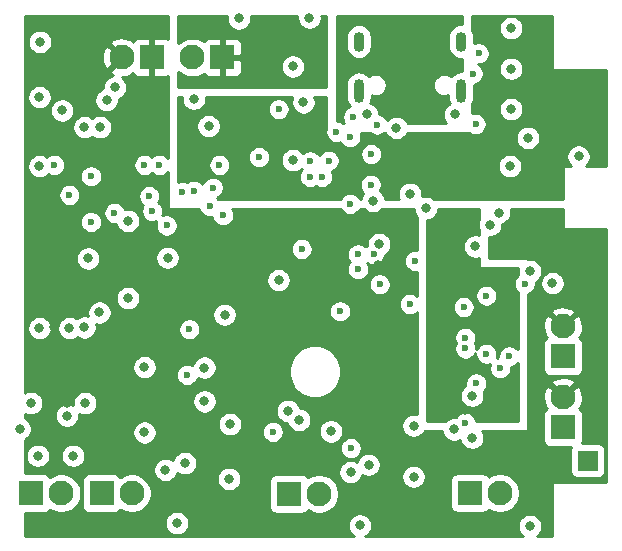
<source format=gbr>
G04 #@! TF.GenerationSoftware,KiCad,Pcbnew,(5.1.5)-2*
G04 #@! TF.CreationDate,2021-04-18T14:05:11+02:00*
G04 #@! TF.ProjectId,Versie2,56657273-6965-4322-9e6b-696361645f70,rev?*
G04 #@! TF.SameCoordinates,Original*
G04 #@! TF.FileFunction,Copper,L3,Inr*
G04 #@! TF.FilePolarity,Positive*
%FSLAX46Y46*%
G04 Gerber Fmt 4.6, Leading zero omitted, Abs format (unit mm)*
G04 Created by KiCad (PCBNEW (5.1.5)-2) date 2021-04-18 14:05:11*
%MOMM*%
%LPD*%
G04 APERTURE LIST*
%ADD10R,2.100000X2.100000*%
%ADD11C,2.100000*%
%ADD12O,0.900000X1.700000*%
%ADD13O,0.900000X2.000000*%
%ADD14R,1.700000X1.700000*%
%ADD15C,0.800000*%
%ADD16C,0.600000*%
%ADD17C,0.254000*%
G04 APERTURE END LIST*
D10*
X83058000Y-53594000D03*
D11*
X80518000Y-53594000D03*
D12*
X94613000Y-52243000D03*
X103253000Y-52243000D03*
D13*
X94613000Y-56413000D03*
X103253000Y-56413000D03*
D11*
X74549000Y-53594000D03*
D10*
X77089000Y-53594000D03*
D11*
X75388700Y-90489100D03*
D10*
X72848700Y-90489100D03*
D11*
X69432400Y-90489100D03*
D10*
X66892400Y-90489100D03*
D11*
X111900000Y-82360000D03*
D10*
X111900000Y-84900000D03*
X88711000Y-90539900D03*
D11*
X91251000Y-90539900D03*
X111900000Y-76360000D03*
D10*
X111900000Y-78900000D03*
D14*
X113995200Y-87731600D03*
D10*
X104014500Y-90476400D03*
D11*
X106554500Y-90476400D03*
D15*
X84455000Y-50292000D03*
X90424000Y-50228500D03*
X95313500Y-58420000D03*
X102743000Y-58420000D03*
X67437000Y-87312500D03*
X70421500Y-87312500D03*
X66865500Y-82867500D03*
X71437500Y-82867500D03*
X67564000Y-76517500D03*
X78232000Y-88519000D03*
X93916500Y-88709500D03*
X109093000Y-93281500D03*
X99250500Y-84772500D03*
X83693000Y-84645500D03*
X104203500Y-85788500D03*
X104203500Y-82232500D03*
X105727500Y-67754500D03*
X104457500Y-69596000D03*
X109093000Y-71691500D03*
X98933000Y-65151000D03*
X89916000Y-57404000D03*
X89027000Y-62293500D03*
X87820500Y-72453500D03*
X83248500Y-75374500D03*
X107505500Y-51117500D03*
X107505500Y-54546500D03*
X107505500Y-57975500D03*
X113220500Y-61976000D03*
X106489500Y-66722503D03*
X96329500Y-69405500D03*
X97790000Y-59563000D03*
X67564000Y-62801500D03*
X75057000Y-67437000D03*
X78422500Y-70548500D03*
X75057000Y-73977500D03*
X71691500Y-70612000D03*
D16*
X105410000Y-78676500D03*
X103632000Y-77312624D03*
D15*
X108915200Y-60401200D03*
X100279200Y-66344800D03*
X110998000Y-72694800D03*
X73964800Y-56134000D03*
X107391200Y-62788800D03*
X95808800Y-65735200D03*
X89027000Y-54356000D03*
X68453000Y-82867500D03*
X69913500Y-82867500D03*
X68834000Y-76454000D03*
X96266000Y-74676000D03*
X96266000Y-71183500D03*
X96266000Y-78295500D03*
X96266000Y-81851500D03*
X86614000Y-86360000D03*
X102362000Y-86550500D03*
X107315000Y-67691000D03*
X112458500Y-70485000D03*
X112585500Y-68897500D03*
X97434400Y-66852800D03*
X94691200Y-69037200D03*
X67614800Y-52273200D03*
X70104000Y-76504800D03*
X103251000Y-65087500D03*
X86296500Y-59817000D03*
X109410500Y-61976000D03*
X112064800Y-57607200D03*
X107124500Y-64262000D03*
X105727500Y-65278000D03*
X82804000Y-57721500D03*
D16*
X83108800Y-66954400D03*
X92049600Y-62331600D03*
X91490800Y-63703200D03*
X80060800Y-80467200D03*
X71932800Y-67513200D03*
X71932800Y-63652400D03*
X92710000Y-59893200D03*
D15*
X67564000Y-56946800D03*
X72694800Y-59486800D03*
X73253600Y-57200800D03*
X81900000Y-59400000D03*
D16*
X94132400Y-58623200D03*
X104241600Y-54965600D03*
D15*
X80645000Y-57086500D03*
D16*
X87820500Y-57975500D03*
X96164400Y-59283600D03*
X104495600Y-59232800D03*
X104749600Y-53238400D03*
X93878400Y-60350400D03*
X86156800Y-62026800D03*
X81991200Y-66192400D03*
X90474800Y-63703200D03*
X90474800Y-62382400D03*
X82245200Y-64617600D03*
D15*
X95900000Y-50800000D03*
X96901000Y-58420000D03*
X100711000Y-58420000D03*
D16*
X89763600Y-69799200D03*
X93878400Y-65989200D03*
X95605600Y-64363600D03*
X95656400Y-61772800D03*
D15*
X103700000Y-68000000D03*
X103632000Y-79819500D03*
X103632000Y-83439000D03*
D16*
X103632000Y-76327000D03*
X102565200Y-73660000D03*
X107755538Y-73891686D03*
X104089200Y-73253600D03*
X108661200Y-72745600D03*
X105407349Y-73758264D03*
X82804000Y-62687200D03*
X78333600Y-67818000D03*
X80619600Y-64871600D03*
X94538800Y-70256400D03*
X98907600Y-74472800D03*
X68834000Y-62687200D03*
X79654400Y-64973200D03*
X77114400Y-66598800D03*
X94538800Y-71526400D03*
X99364800Y-70815200D03*
X95859600Y-70256400D03*
X77724000Y-62687200D03*
X96367600Y-72796400D03*
X76454000Y-62687200D03*
D15*
X69494400Y-58071799D03*
X71374000Y-59486800D03*
X71374000Y-76454000D03*
X69900800Y-83921600D03*
X72644000Y-75184000D03*
X65887600Y-85039200D03*
D16*
X103632000Y-84531200D03*
X80264000Y-76606400D03*
X106578400Y-79908400D03*
X103632000Y-78232000D03*
X103479600Y-74726800D03*
X107340400Y-78892400D03*
X93014800Y-75082400D03*
X76860400Y-65328800D03*
X104546400Y-81178400D03*
X70104000Y-65227200D03*
D15*
X81534000Y-79857600D03*
X81534000Y-82702400D03*
X88595200Y-83515200D03*
X76454000Y-79806800D03*
D16*
X87325200Y-85293200D03*
X93929200Y-86664800D03*
X73914000Y-66751200D03*
D15*
X92252800Y-85242400D03*
X94691200Y-93218000D03*
X76454000Y-85344000D03*
X79197200Y-93014800D03*
X102666800Y-85090000D03*
X89560400Y-84277200D03*
X95440500Y-88074500D03*
X99250500Y-89090500D03*
X79883000Y-87947500D03*
X83629500Y-89281000D03*
X89100000Y-50700000D03*
X85598000Y-55626000D03*
D17*
G36*
X104773000Y-67354281D02*
G01*
X104732274Y-67452602D01*
X104692500Y-67652561D01*
X104692500Y-67856439D01*
X104732274Y-68056398D01*
X104773000Y-68154719D01*
X104773000Y-68606408D01*
X104759398Y-68600774D01*
X104559439Y-68561000D01*
X104355561Y-68561000D01*
X104155602Y-68600774D01*
X103967244Y-68678795D01*
X103797726Y-68792063D01*
X103653563Y-68936226D01*
X103540295Y-69105744D01*
X103462274Y-69294102D01*
X103422500Y-69494061D01*
X103422500Y-69697939D01*
X103462274Y-69897898D01*
X103540295Y-70086256D01*
X103653563Y-70255774D01*
X103797726Y-70399937D01*
X103967244Y-70513205D01*
X104155602Y-70591226D01*
X104355561Y-70631000D01*
X104559439Y-70631000D01*
X104759398Y-70591226D01*
X104773000Y-70585592D01*
X104773000Y-71300000D01*
X104775440Y-71324776D01*
X104782667Y-71348601D01*
X104794403Y-71370557D01*
X104810197Y-71389803D01*
X104829443Y-71405597D01*
X104851399Y-71417333D01*
X104875224Y-71424560D01*
X104900000Y-71427000D01*
X108073000Y-71427000D01*
X108073000Y-71514150D01*
X108058000Y-71589561D01*
X108058000Y-71793439D01*
X108073000Y-71868850D01*
X108073000Y-72014107D01*
X108065172Y-72019338D01*
X107934938Y-72149572D01*
X107832614Y-72302711D01*
X107762132Y-72472871D01*
X107726200Y-72653511D01*
X107726200Y-72837689D01*
X107762132Y-73018329D01*
X107832614Y-73188489D01*
X107934938Y-73341628D01*
X108065172Y-73471862D01*
X108073000Y-73477092D01*
X108073000Y-78305858D01*
X108066662Y-78296372D01*
X107936428Y-78166138D01*
X107783289Y-78063814D01*
X107613129Y-77993332D01*
X107432489Y-77957400D01*
X107248311Y-77957400D01*
X107067671Y-77993332D01*
X106897511Y-78063814D01*
X106744372Y-78166138D01*
X106614138Y-78296372D01*
X106511814Y-78449511D01*
X106441332Y-78619671D01*
X106405400Y-78800311D01*
X106405400Y-78984489D01*
X106406358Y-78989304D01*
X106305671Y-79009332D01*
X106279720Y-79020081D01*
X106309068Y-78949229D01*
X106345000Y-78768589D01*
X106345000Y-78584411D01*
X106309068Y-78403771D01*
X106238586Y-78233611D01*
X106136262Y-78080472D01*
X106006028Y-77950238D01*
X105852889Y-77847914D01*
X105682729Y-77777432D01*
X105502089Y-77741500D01*
X105317911Y-77741500D01*
X105137271Y-77777432D01*
X104967111Y-77847914D01*
X104813972Y-77950238D01*
X104683738Y-78080472D01*
X104581414Y-78233611D01*
X104567000Y-78268410D01*
X104567000Y-78139911D01*
X104531068Y-77959271D01*
X104460586Y-77789111D01*
X104449361Y-77772312D01*
X104460586Y-77755513D01*
X104531068Y-77585353D01*
X104567000Y-77404713D01*
X104567000Y-77220535D01*
X104531068Y-77039895D01*
X104460586Y-76869735D01*
X104358262Y-76716596D01*
X104228028Y-76586362D01*
X104074889Y-76484038D01*
X103904729Y-76413556D01*
X103724089Y-76377624D01*
X103539911Y-76377624D01*
X103359271Y-76413556D01*
X103189111Y-76484038D01*
X103035972Y-76586362D01*
X102905738Y-76716596D01*
X102803414Y-76869735D01*
X102732932Y-77039895D01*
X102697000Y-77220535D01*
X102697000Y-77404713D01*
X102732932Y-77585353D01*
X102803414Y-77755513D01*
X102814639Y-77772312D01*
X102803414Y-77789111D01*
X102732932Y-77959271D01*
X102697000Y-78139911D01*
X102697000Y-78324089D01*
X102732932Y-78504729D01*
X102803414Y-78674889D01*
X102905738Y-78828028D01*
X103035972Y-78958262D01*
X103189111Y-79060586D01*
X103359271Y-79131068D01*
X103539911Y-79167000D01*
X103724089Y-79167000D01*
X103904729Y-79131068D01*
X104074889Y-79060586D01*
X104228028Y-78958262D01*
X104358262Y-78828028D01*
X104460586Y-78674889D01*
X104475000Y-78640090D01*
X104475000Y-78768589D01*
X104510932Y-78949229D01*
X104581414Y-79119389D01*
X104683738Y-79272528D01*
X104813972Y-79402762D01*
X104967111Y-79505086D01*
X105137271Y-79575568D01*
X105317911Y-79611500D01*
X105502089Y-79611500D01*
X105682729Y-79575568D01*
X105708680Y-79564819D01*
X105679332Y-79635671D01*
X105643400Y-79816311D01*
X105643400Y-80000489D01*
X105679332Y-80181129D01*
X105749814Y-80351289D01*
X105852138Y-80504428D01*
X105982372Y-80634662D01*
X106135511Y-80736986D01*
X106305671Y-80807468D01*
X106486311Y-80843400D01*
X106670489Y-80843400D01*
X106851129Y-80807468D01*
X107021289Y-80736986D01*
X107174428Y-80634662D01*
X107304662Y-80504428D01*
X107406986Y-80351289D01*
X107477468Y-80181129D01*
X107513400Y-80000489D01*
X107513400Y-79816311D01*
X107512442Y-79811496D01*
X107613129Y-79791468D01*
X107783289Y-79720986D01*
X107936428Y-79618662D01*
X108066662Y-79488428D01*
X108073000Y-79478942D01*
X108073000Y-84373000D01*
X104553850Y-84373000D01*
X104531068Y-84258471D01*
X104460586Y-84088311D01*
X104358262Y-83935172D01*
X104228028Y-83804938D01*
X104074889Y-83702614D01*
X103904729Y-83632132D01*
X103724089Y-83596200D01*
X103539911Y-83596200D01*
X103359271Y-83632132D01*
X103189111Y-83702614D01*
X103035972Y-83804938D01*
X102905738Y-83935172D01*
X102818993Y-84064996D01*
X102768739Y-84055000D01*
X102564861Y-84055000D01*
X102364902Y-84094774D01*
X102176544Y-84172795D01*
X102007026Y-84286063D01*
X101920089Y-84373000D01*
X100427000Y-84373000D01*
X100427000Y-82130561D01*
X103168500Y-82130561D01*
X103168500Y-82334439D01*
X103208274Y-82534398D01*
X103286295Y-82722756D01*
X103399563Y-82892274D01*
X103543726Y-83036437D01*
X103713244Y-83149705D01*
X103901602Y-83227726D01*
X104101561Y-83267500D01*
X104305439Y-83267500D01*
X104505398Y-83227726D01*
X104693756Y-83149705D01*
X104863274Y-83036437D01*
X105007437Y-82892274D01*
X105120705Y-82722756D01*
X105198726Y-82534398D01*
X105238500Y-82334439D01*
X105238500Y-82130561D01*
X105198726Y-81930602D01*
X105174639Y-81872451D01*
X105272662Y-81774428D01*
X105374986Y-81621289D01*
X105445468Y-81451129D01*
X105481400Y-81270489D01*
X105481400Y-81086311D01*
X105445468Y-80905671D01*
X105374986Y-80735511D01*
X105272662Y-80582372D01*
X105142428Y-80452138D01*
X104989289Y-80349814D01*
X104819129Y-80279332D01*
X104638489Y-80243400D01*
X104454311Y-80243400D01*
X104273671Y-80279332D01*
X104103511Y-80349814D01*
X103950372Y-80452138D01*
X103820138Y-80582372D01*
X103717814Y-80735511D01*
X103647332Y-80905671D01*
X103611400Y-81086311D01*
X103611400Y-81270489D01*
X103631215Y-81370105D01*
X103543726Y-81428563D01*
X103399563Y-81572726D01*
X103286295Y-81742244D01*
X103208274Y-81930602D01*
X103168500Y-82130561D01*
X100427000Y-82130561D01*
X100427000Y-74634711D01*
X102544600Y-74634711D01*
X102544600Y-74818889D01*
X102580532Y-74999529D01*
X102651014Y-75169689D01*
X102753338Y-75322828D01*
X102883572Y-75453062D01*
X103036711Y-75555386D01*
X103206871Y-75625868D01*
X103387511Y-75661800D01*
X103571689Y-75661800D01*
X103752329Y-75625868D01*
X103922489Y-75555386D01*
X104075628Y-75453062D01*
X104205862Y-75322828D01*
X104308186Y-75169689D01*
X104378668Y-74999529D01*
X104414600Y-74818889D01*
X104414600Y-74634711D01*
X104378668Y-74454071D01*
X104308186Y-74283911D01*
X104205862Y-74130772D01*
X104075628Y-74000538D01*
X103922489Y-73898214D01*
X103752329Y-73827732D01*
X103571689Y-73791800D01*
X103387511Y-73791800D01*
X103206871Y-73827732D01*
X103036711Y-73898214D01*
X102883572Y-74000538D01*
X102753338Y-74130772D01*
X102651014Y-74283911D01*
X102580532Y-74454071D01*
X102544600Y-74634711D01*
X100427000Y-74634711D01*
X100427000Y-73666175D01*
X104472349Y-73666175D01*
X104472349Y-73850353D01*
X104508281Y-74030993D01*
X104578763Y-74201153D01*
X104681087Y-74354292D01*
X104811321Y-74484526D01*
X104964460Y-74586850D01*
X105134620Y-74657332D01*
X105315260Y-74693264D01*
X105499438Y-74693264D01*
X105680078Y-74657332D01*
X105850238Y-74586850D01*
X106003377Y-74484526D01*
X106133611Y-74354292D01*
X106235935Y-74201153D01*
X106306417Y-74030993D01*
X106342349Y-73850353D01*
X106342349Y-73666175D01*
X106306417Y-73485535D01*
X106235935Y-73315375D01*
X106133611Y-73162236D01*
X106003377Y-73032002D01*
X105850238Y-72929678D01*
X105680078Y-72859196D01*
X105499438Y-72823264D01*
X105315260Y-72823264D01*
X105134620Y-72859196D01*
X104964460Y-72929678D01*
X104811321Y-73032002D01*
X104681087Y-73162236D01*
X104578763Y-73315375D01*
X104508281Y-73485535D01*
X104472349Y-73666175D01*
X100427000Y-73666175D01*
X100427000Y-67370678D01*
X100581098Y-67340026D01*
X100769456Y-67262005D01*
X100938974Y-67148737D01*
X101083137Y-67004574D01*
X101196405Y-66835056D01*
X101274426Y-66646698D01*
X101314200Y-66446739D01*
X101314200Y-66427000D01*
X104773000Y-66427000D01*
X104773000Y-67354281D01*
G37*
X104773000Y-67354281D02*
X104732274Y-67452602D01*
X104692500Y-67652561D01*
X104692500Y-67856439D01*
X104732274Y-68056398D01*
X104773000Y-68154719D01*
X104773000Y-68606408D01*
X104759398Y-68600774D01*
X104559439Y-68561000D01*
X104355561Y-68561000D01*
X104155602Y-68600774D01*
X103967244Y-68678795D01*
X103797726Y-68792063D01*
X103653563Y-68936226D01*
X103540295Y-69105744D01*
X103462274Y-69294102D01*
X103422500Y-69494061D01*
X103422500Y-69697939D01*
X103462274Y-69897898D01*
X103540295Y-70086256D01*
X103653563Y-70255774D01*
X103797726Y-70399937D01*
X103967244Y-70513205D01*
X104155602Y-70591226D01*
X104355561Y-70631000D01*
X104559439Y-70631000D01*
X104759398Y-70591226D01*
X104773000Y-70585592D01*
X104773000Y-71300000D01*
X104775440Y-71324776D01*
X104782667Y-71348601D01*
X104794403Y-71370557D01*
X104810197Y-71389803D01*
X104829443Y-71405597D01*
X104851399Y-71417333D01*
X104875224Y-71424560D01*
X104900000Y-71427000D01*
X108073000Y-71427000D01*
X108073000Y-71514150D01*
X108058000Y-71589561D01*
X108058000Y-71793439D01*
X108073000Y-71868850D01*
X108073000Y-72014107D01*
X108065172Y-72019338D01*
X107934938Y-72149572D01*
X107832614Y-72302711D01*
X107762132Y-72472871D01*
X107726200Y-72653511D01*
X107726200Y-72837689D01*
X107762132Y-73018329D01*
X107832614Y-73188489D01*
X107934938Y-73341628D01*
X108065172Y-73471862D01*
X108073000Y-73477092D01*
X108073000Y-78305858D01*
X108066662Y-78296372D01*
X107936428Y-78166138D01*
X107783289Y-78063814D01*
X107613129Y-77993332D01*
X107432489Y-77957400D01*
X107248311Y-77957400D01*
X107067671Y-77993332D01*
X106897511Y-78063814D01*
X106744372Y-78166138D01*
X106614138Y-78296372D01*
X106511814Y-78449511D01*
X106441332Y-78619671D01*
X106405400Y-78800311D01*
X106405400Y-78984489D01*
X106406358Y-78989304D01*
X106305671Y-79009332D01*
X106279720Y-79020081D01*
X106309068Y-78949229D01*
X106345000Y-78768589D01*
X106345000Y-78584411D01*
X106309068Y-78403771D01*
X106238586Y-78233611D01*
X106136262Y-78080472D01*
X106006028Y-77950238D01*
X105852889Y-77847914D01*
X105682729Y-77777432D01*
X105502089Y-77741500D01*
X105317911Y-77741500D01*
X105137271Y-77777432D01*
X104967111Y-77847914D01*
X104813972Y-77950238D01*
X104683738Y-78080472D01*
X104581414Y-78233611D01*
X104567000Y-78268410D01*
X104567000Y-78139911D01*
X104531068Y-77959271D01*
X104460586Y-77789111D01*
X104449361Y-77772312D01*
X104460586Y-77755513D01*
X104531068Y-77585353D01*
X104567000Y-77404713D01*
X104567000Y-77220535D01*
X104531068Y-77039895D01*
X104460586Y-76869735D01*
X104358262Y-76716596D01*
X104228028Y-76586362D01*
X104074889Y-76484038D01*
X103904729Y-76413556D01*
X103724089Y-76377624D01*
X103539911Y-76377624D01*
X103359271Y-76413556D01*
X103189111Y-76484038D01*
X103035972Y-76586362D01*
X102905738Y-76716596D01*
X102803414Y-76869735D01*
X102732932Y-77039895D01*
X102697000Y-77220535D01*
X102697000Y-77404713D01*
X102732932Y-77585353D01*
X102803414Y-77755513D01*
X102814639Y-77772312D01*
X102803414Y-77789111D01*
X102732932Y-77959271D01*
X102697000Y-78139911D01*
X102697000Y-78324089D01*
X102732932Y-78504729D01*
X102803414Y-78674889D01*
X102905738Y-78828028D01*
X103035972Y-78958262D01*
X103189111Y-79060586D01*
X103359271Y-79131068D01*
X103539911Y-79167000D01*
X103724089Y-79167000D01*
X103904729Y-79131068D01*
X104074889Y-79060586D01*
X104228028Y-78958262D01*
X104358262Y-78828028D01*
X104460586Y-78674889D01*
X104475000Y-78640090D01*
X104475000Y-78768589D01*
X104510932Y-78949229D01*
X104581414Y-79119389D01*
X104683738Y-79272528D01*
X104813972Y-79402762D01*
X104967111Y-79505086D01*
X105137271Y-79575568D01*
X105317911Y-79611500D01*
X105502089Y-79611500D01*
X105682729Y-79575568D01*
X105708680Y-79564819D01*
X105679332Y-79635671D01*
X105643400Y-79816311D01*
X105643400Y-80000489D01*
X105679332Y-80181129D01*
X105749814Y-80351289D01*
X105852138Y-80504428D01*
X105982372Y-80634662D01*
X106135511Y-80736986D01*
X106305671Y-80807468D01*
X106486311Y-80843400D01*
X106670489Y-80843400D01*
X106851129Y-80807468D01*
X107021289Y-80736986D01*
X107174428Y-80634662D01*
X107304662Y-80504428D01*
X107406986Y-80351289D01*
X107477468Y-80181129D01*
X107513400Y-80000489D01*
X107513400Y-79816311D01*
X107512442Y-79811496D01*
X107613129Y-79791468D01*
X107783289Y-79720986D01*
X107936428Y-79618662D01*
X108066662Y-79488428D01*
X108073000Y-79478942D01*
X108073000Y-84373000D01*
X104553850Y-84373000D01*
X104531068Y-84258471D01*
X104460586Y-84088311D01*
X104358262Y-83935172D01*
X104228028Y-83804938D01*
X104074889Y-83702614D01*
X103904729Y-83632132D01*
X103724089Y-83596200D01*
X103539911Y-83596200D01*
X103359271Y-83632132D01*
X103189111Y-83702614D01*
X103035972Y-83804938D01*
X102905738Y-83935172D01*
X102818993Y-84064996D01*
X102768739Y-84055000D01*
X102564861Y-84055000D01*
X102364902Y-84094774D01*
X102176544Y-84172795D01*
X102007026Y-84286063D01*
X101920089Y-84373000D01*
X100427000Y-84373000D01*
X100427000Y-82130561D01*
X103168500Y-82130561D01*
X103168500Y-82334439D01*
X103208274Y-82534398D01*
X103286295Y-82722756D01*
X103399563Y-82892274D01*
X103543726Y-83036437D01*
X103713244Y-83149705D01*
X103901602Y-83227726D01*
X104101561Y-83267500D01*
X104305439Y-83267500D01*
X104505398Y-83227726D01*
X104693756Y-83149705D01*
X104863274Y-83036437D01*
X105007437Y-82892274D01*
X105120705Y-82722756D01*
X105198726Y-82534398D01*
X105238500Y-82334439D01*
X105238500Y-82130561D01*
X105198726Y-81930602D01*
X105174639Y-81872451D01*
X105272662Y-81774428D01*
X105374986Y-81621289D01*
X105445468Y-81451129D01*
X105481400Y-81270489D01*
X105481400Y-81086311D01*
X105445468Y-80905671D01*
X105374986Y-80735511D01*
X105272662Y-80582372D01*
X105142428Y-80452138D01*
X104989289Y-80349814D01*
X104819129Y-80279332D01*
X104638489Y-80243400D01*
X104454311Y-80243400D01*
X104273671Y-80279332D01*
X104103511Y-80349814D01*
X103950372Y-80452138D01*
X103820138Y-80582372D01*
X103717814Y-80735511D01*
X103647332Y-80905671D01*
X103611400Y-81086311D01*
X103611400Y-81270489D01*
X103631215Y-81370105D01*
X103543726Y-81428563D01*
X103399563Y-81572726D01*
X103286295Y-81742244D01*
X103208274Y-81930602D01*
X103168500Y-82130561D01*
X100427000Y-82130561D01*
X100427000Y-74634711D01*
X102544600Y-74634711D01*
X102544600Y-74818889D01*
X102580532Y-74999529D01*
X102651014Y-75169689D01*
X102753338Y-75322828D01*
X102883572Y-75453062D01*
X103036711Y-75555386D01*
X103206871Y-75625868D01*
X103387511Y-75661800D01*
X103571689Y-75661800D01*
X103752329Y-75625868D01*
X103922489Y-75555386D01*
X104075628Y-75453062D01*
X104205862Y-75322828D01*
X104308186Y-75169689D01*
X104378668Y-74999529D01*
X104414600Y-74818889D01*
X104414600Y-74634711D01*
X104378668Y-74454071D01*
X104308186Y-74283911D01*
X104205862Y-74130772D01*
X104075628Y-74000538D01*
X103922489Y-73898214D01*
X103752329Y-73827732D01*
X103571689Y-73791800D01*
X103387511Y-73791800D01*
X103206871Y-73827732D01*
X103036711Y-73898214D01*
X102883572Y-74000538D01*
X102753338Y-74130772D01*
X102651014Y-74283911D01*
X102580532Y-74454071D01*
X102544600Y-74634711D01*
X100427000Y-74634711D01*
X100427000Y-73666175D01*
X104472349Y-73666175D01*
X104472349Y-73850353D01*
X104508281Y-74030993D01*
X104578763Y-74201153D01*
X104681087Y-74354292D01*
X104811321Y-74484526D01*
X104964460Y-74586850D01*
X105134620Y-74657332D01*
X105315260Y-74693264D01*
X105499438Y-74693264D01*
X105680078Y-74657332D01*
X105850238Y-74586850D01*
X106003377Y-74484526D01*
X106133611Y-74354292D01*
X106235935Y-74201153D01*
X106306417Y-74030993D01*
X106342349Y-73850353D01*
X106342349Y-73666175D01*
X106306417Y-73485535D01*
X106235935Y-73315375D01*
X106133611Y-73162236D01*
X106003377Y-73032002D01*
X105850238Y-72929678D01*
X105680078Y-72859196D01*
X105499438Y-72823264D01*
X105315260Y-72823264D01*
X105134620Y-72859196D01*
X104964460Y-72929678D01*
X104811321Y-73032002D01*
X104681087Y-73162236D01*
X104578763Y-73315375D01*
X104508281Y-73485535D01*
X104472349Y-73666175D01*
X100427000Y-73666175D01*
X100427000Y-67370678D01*
X100581098Y-67340026D01*
X100769456Y-67262005D01*
X100938974Y-67148737D01*
X101083137Y-67004574D01*
X101196405Y-66835056D01*
X101274426Y-66646698D01*
X101314200Y-66446739D01*
X101314200Y-66427000D01*
X104773000Y-66427000D01*
X104773000Y-67354281D01*
G36*
X103373000Y-50764570D02*
G01*
X103253000Y-50752751D01*
X103040304Y-50773700D01*
X102835781Y-50835741D01*
X102647291Y-50936491D01*
X102482079Y-51072078D01*
X102346492Y-51237290D01*
X102245742Y-51425780D01*
X102183700Y-51630303D01*
X102168000Y-51789706D01*
X102168000Y-52696293D01*
X102183700Y-52855696D01*
X102245741Y-53060219D01*
X102346491Y-53248710D01*
X102482078Y-53413922D01*
X102647290Y-53549509D01*
X102835780Y-53650259D01*
X103040303Y-53712300D01*
X103253000Y-53733249D01*
X103373000Y-53721430D01*
X103373000Y-54619314D01*
X103342532Y-54692871D01*
X103325228Y-54779865D01*
X103253000Y-54772751D01*
X103040304Y-54793700D01*
X102835781Y-54855741D01*
X102647291Y-54956491D01*
X102482079Y-55092078D01*
X102398975Y-55193339D01*
X102265889Y-55104414D01*
X102095729Y-55033932D01*
X101915089Y-54998000D01*
X101730911Y-54998000D01*
X101550271Y-55033932D01*
X101380111Y-55104414D01*
X101226972Y-55206738D01*
X101096738Y-55336972D01*
X100994414Y-55490111D01*
X100923932Y-55660271D01*
X100888000Y-55840911D01*
X100888000Y-56025089D01*
X100923932Y-56205729D01*
X100994414Y-56375889D01*
X101096738Y-56529028D01*
X101226972Y-56659262D01*
X101380111Y-56761586D01*
X101550271Y-56832068D01*
X101730911Y-56868000D01*
X101915089Y-56868000D01*
X102095729Y-56832068D01*
X102168000Y-56802133D01*
X102168000Y-57016293D01*
X102183700Y-57175696D01*
X102245741Y-57380219D01*
X102300652Y-57482951D01*
X102252744Y-57502795D01*
X102083226Y-57616063D01*
X101939063Y-57760226D01*
X101825795Y-57929744D01*
X101747774Y-58118102D01*
X101708000Y-58318061D01*
X101708000Y-58521939D01*
X101747774Y-58721898D01*
X101825795Y-58910256D01*
X101939063Y-59079774D01*
X102032289Y-59173000D01*
X98748733Y-59173000D01*
X98707205Y-59072744D01*
X98593937Y-58903226D01*
X98449774Y-58759063D01*
X98280256Y-58645795D01*
X98091898Y-58567774D01*
X97891939Y-58528000D01*
X97688061Y-58528000D01*
X97488102Y-58567774D01*
X97299744Y-58645795D01*
X97130226Y-58759063D01*
X97009268Y-58880021D01*
X96992986Y-58840711D01*
X96890662Y-58687572D01*
X96760428Y-58557338D01*
X96607289Y-58455014D01*
X96437129Y-58384532D01*
X96348500Y-58366902D01*
X96348500Y-58318061D01*
X96308726Y-58118102D01*
X96230705Y-57929744D01*
X96117437Y-57760226D01*
X95973274Y-57616063D01*
X95803756Y-57502795D01*
X95615398Y-57424774D01*
X95598266Y-57421366D01*
X95620259Y-57380220D01*
X95682300Y-57175697D01*
X95698000Y-57016294D01*
X95698000Y-56802133D01*
X95770271Y-56832068D01*
X95950911Y-56868000D01*
X96135089Y-56868000D01*
X96315729Y-56832068D01*
X96485889Y-56761586D01*
X96639028Y-56659262D01*
X96769262Y-56529028D01*
X96871586Y-56375889D01*
X96942068Y-56205729D01*
X96978000Y-56025089D01*
X96978000Y-55840911D01*
X96942068Y-55660271D01*
X96871586Y-55490111D01*
X96769262Y-55336972D01*
X96639028Y-55206738D01*
X96485889Y-55104414D01*
X96315729Y-55033932D01*
X96135089Y-54998000D01*
X95950911Y-54998000D01*
X95770271Y-55033932D01*
X95600111Y-55104414D01*
X95467025Y-55193339D01*
X95383922Y-55092078D01*
X95218710Y-54956491D01*
X95030220Y-54855741D01*
X94825697Y-54793700D01*
X94613000Y-54772751D01*
X94400304Y-54793700D01*
X94195781Y-54855741D01*
X94007291Y-54956491D01*
X93842079Y-55092078D01*
X93706492Y-55257290D01*
X93605742Y-55445780D01*
X93543700Y-55650303D01*
X93528000Y-55809706D01*
X93528000Y-57016293D01*
X93543700Y-57175696D01*
X93605741Y-57380219D01*
X93706491Y-57568710D01*
X93840545Y-57732054D01*
X93689511Y-57794614D01*
X93536372Y-57896938D01*
X93406138Y-58027172D01*
X93303814Y-58180311D01*
X93233332Y-58350471D01*
X93197400Y-58531111D01*
X93197400Y-58715289D01*
X93233332Y-58895929D01*
X93303814Y-59066089D01*
X93375250Y-59173000D01*
X93312090Y-59173000D01*
X93306028Y-59166938D01*
X93152889Y-59064614D01*
X92982729Y-58994132D01*
X92802089Y-58958200D01*
X92727000Y-58958200D01*
X92727000Y-51789706D01*
X93528000Y-51789706D01*
X93528000Y-52696293D01*
X93543700Y-52855696D01*
X93605741Y-53060219D01*
X93706491Y-53248710D01*
X93842078Y-53413922D01*
X94007290Y-53549509D01*
X94195780Y-53650259D01*
X94400303Y-53712300D01*
X94613000Y-53733249D01*
X94825696Y-53712300D01*
X95030219Y-53650259D01*
X95218710Y-53549509D01*
X95383922Y-53413922D01*
X95519509Y-53248710D01*
X95620259Y-53060220D01*
X95682300Y-52855697D01*
X95698000Y-52696294D01*
X95698000Y-51789707D01*
X95682300Y-51630304D01*
X95620259Y-51425780D01*
X95519509Y-51237290D01*
X95383922Y-51072078D01*
X95218710Y-50936491D01*
X95030220Y-50835741D01*
X94825697Y-50773700D01*
X94613000Y-50752751D01*
X94400304Y-50773700D01*
X94195781Y-50835741D01*
X94007291Y-50936491D01*
X93842079Y-51072078D01*
X93706492Y-51237290D01*
X93605742Y-51425780D01*
X93543700Y-51630303D01*
X93528000Y-51789706D01*
X92727000Y-51789706D01*
X92727000Y-50060000D01*
X103373000Y-50060000D01*
X103373000Y-50764570D01*
G37*
X103373000Y-50764570D02*
X103253000Y-50752751D01*
X103040304Y-50773700D01*
X102835781Y-50835741D01*
X102647291Y-50936491D01*
X102482079Y-51072078D01*
X102346492Y-51237290D01*
X102245742Y-51425780D01*
X102183700Y-51630303D01*
X102168000Y-51789706D01*
X102168000Y-52696293D01*
X102183700Y-52855696D01*
X102245741Y-53060219D01*
X102346491Y-53248710D01*
X102482078Y-53413922D01*
X102647290Y-53549509D01*
X102835780Y-53650259D01*
X103040303Y-53712300D01*
X103253000Y-53733249D01*
X103373000Y-53721430D01*
X103373000Y-54619314D01*
X103342532Y-54692871D01*
X103325228Y-54779865D01*
X103253000Y-54772751D01*
X103040304Y-54793700D01*
X102835781Y-54855741D01*
X102647291Y-54956491D01*
X102482079Y-55092078D01*
X102398975Y-55193339D01*
X102265889Y-55104414D01*
X102095729Y-55033932D01*
X101915089Y-54998000D01*
X101730911Y-54998000D01*
X101550271Y-55033932D01*
X101380111Y-55104414D01*
X101226972Y-55206738D01*
X101096738Y-55336972D01*
X100994414Y-55490111D01*
X100923932Y-55660271D01*
X100888000Y-55840911D01*
X100888000Y-56025089D01*
X100923932Y-56205729D01*
X100994414Y-56375889D01*
X101096738Y-56529028D01*
X101226972Y-56659262D01*
X101380111Y-56761586D01*
X101550271Y-56832068D01*
X101730911Y-56868000D01*
X101915089Y-56868000D01*
X102095729Y-56832068D01*
X102168000Y-56802133D01*
X102168000Y-57016293D01*
X102183700Y-57175696D01*
X102245741Y-57380219D01*
X102300652Y-57482951D01*
X102252744Y-57502795D01*
X102083226Y-57616063D01*
X101939063Y-57760226D01*
X101825795Y-57929744D01*
X101747774Y-58118102D01*
X101708000Y-58318061D01*
X101708000Y-58521939D01*
X101747774Y-58721898D01*
X101825795Y-58910256D01*
X101939063Y-59079774D01*
X102032289Y-59173000D01*
X98748733Y-59173000D01*
X98707205Y-59072744D01*
X98593937Y-58903226D01*
X98449774Y-58759063D01*
X98280256Y-58645795D01*
X98091898Y-58567774D01*
X97891939Y-58528000D01*
X97688061Y-58528000D01*
X97488102Y-58567774D01*
X97299744Y-58645795D01*
X97130226Y-58759063D01*
X97009268Y-58880021D01*
X96992986Y-58840711D01*
X96890662Y-58687572D01*
X96760428Y-58557338D01*
X96607289Y-58455014D01*
X96437129Y-58384532D01*
X96348500Y-58366902D01*
X96348500Y-58318061D01*
X96308726Y-58118102D01*
X96230705Y-57929744D01*
X96117437Y-57760226D01*
X95973274Y-57616063D01*
X95803756Y-57502795D01*
X95615398Y-57424774D01*
X95598266Y-57421366D01*
X95620259Y-57380220D01*
X95682300Y-57175697D01*
X95698000Y-57016294D01*
X95698000Y-56802133D01*
X95770271Y-56832068D01*
X95950911Y-56868000D01*
X96135089Y-56868000D01*
X96315729Y-56832068D01*
X96485889Y-56761586D01*
X96639028Y-56659262D01*
X96769262Y-56529028D01*
X96871586Y-56375889D01*
X96942068Y-56205729D01*
X96978000Y-56025089D01*
X96978000Y-55840911D01*
X96942068Y-55660271D01*
X96871586Y-55490111D01*
X96769262Y-55336972D01*
X96639028Y-55206738D01*
X96485889Y-55104414D01*
X96315729Y-55033932D01*
X96135089Y-54998000D01*
X95950911Y-54998000D01*
X95770271Y-55033932D01*
X95600111Y-55104414D01*
X95467025Y-55193339D01*
X95383922Y-55092078D01*
X95218710Y-54956491D01*
X95030220Y-54855741D01*
X94825697Y-54793700D01*
X94613000Y-54772751D01*
X94400304Y-54793700D01*
X94195781Y-54855741D01*
X94007291Y-54956491D01*
X93842079Y-55092078D01*
X93706492Y-55257290D01*
X93605742Y-55445780D01*
X93543700Y-55650303D01*
X93528000Y-55809706D01*
X93528000Y-57016293D01*
X93543700Y-57175696D01*
X93605741Y-57380219D01*
X93706491Y-57568710D01*
X93840545Y-57732054D01*
X93689511Y-57794614D01*
X93536372Y-57896938D01*
X93406138Y-58027172D01*
X93303814Y-58180311D01*
X93233332Y-58350471D01*
X93197400Y-58531111D01*
X93197400Y-58715289D01*
X93233332Y-58895929D01*
X93303814Y-59066089D01*
X93375250Y-59173000D01*
X93312090Y-59173000D01*
X93306028Y-59166938D01*
X93152889Y-59064614D01*
X92982729Y-58994132D01*
X92802089Y-58958200D01*
X92727000Y-58958200D01*
X92727000Y-51789706D01*
X93528000Y-51789706D01*
X93528000Y-52696293D01*
X93543700Y-52855696D01*
X93605741Y-53060219D01*
X93706491Y-53248710D01*
X93842078Y-53413922D01*
X94007290Y-53549509D01*
X94195780Y-53650259D01*
X94400303Y-53712300D01*
X94613000Y-53733249D01*
X94825696Y-53712300D01*
X95030219Y-53650259D01*
X95218710Y-53549509D01*
X95383922Y-53413922D01*
X95519509Y-53248710D01*
X95620259Y-53060220D01*
X95682300Y-52855697D01*
X95698000Y-52696294D01*
X95698000Y-51789707D01*
X95682300Y-51630304D01*
X95620259Y-51425780D01*
X95519509Y-51237290D01*
X95383922Y-51072078D01*
X95218710Y-50936491D01*
X95030220Y-50835741D01*
X94825697Y-50773700D01*
X94613000Y-50752751D01*
X94400304Y-50773700D01*
X94195781Y-50835741D01*
X94007291Y-50936491D01*
X93842079Y-51072078D01*
X93706492Y-51237290D01*
X93605742Y-51425780D01*
X93543700Y-51630303D01*
X93528000Y-51789706D01*
X92727000Y-51789706D01*
X92727000Y-50060000D01*
X103373000Y-50060000D01*
X103373000Y-50764570D01*
G36*
X110973000Y-54500000D02*
G01*
X110975440Y-54524776D01*
X110982667Y-54548601D01*
X110994403Y-54570557D01*
X111010197Y-54589803D01*
X111029443Y-54605597D01*
X111051399Y-54617333D01*
X111075224Y-54624560D01*
X111100000Y-54627000D01*
X115540001Y-54627000D01*
X115540000Y-62773000D01*
X113887211Y-62773000D01*
X114024437Y-62635774D01*
X114137705Y-62466256D01*
X114215726Y-62277898D01*
X114255500Y-62077939D01*
X114255500Y-61874061D01*
X114215726Y-61674102D01*
X114137705Y-61485744D01*
X114024437Y-61316226D01*
X113880274Y-61172063D01*
X113710756Y-61058795D01*
X113522398Y-60980774D01*
X113322439Y-60941000D01*
X113118561Y-60941000D01*
X112918602Y-60980774D01*
X112730244Y-61058795D01*
X112560726Y-61172063D01*
X112416563Y-61316226D01*
X112303295Y-61485744D01*
X112225274Y-61674102D01*
X112185500Y-61874061D01*
X112185500Y-62077939D01*
X112225274Y-62277898D01*
X112303295Y-62466256D01*
X112416563Y-62635774D01*
X112553789Y-62773000D01*
X112000000Y-62773000D01*
X111975224Y-62775440D01*
X111951399Y-62782667D01*
X111929443Y-62794403D01*
X111910197Y-62810197D01*
X111894403Y-62829443D01*
X111882667Y-62851399D01*
X111875440Y-62875224D01*
X111873000Y-62900000D01*
X111873000Y-65573000D01*
X100971111Y-65573000D01*
X100938974Y-65540863D01*
X100769456Y-65427595D01*
X100581098Y-65349574D01*
X100381139Y-65309800D01*
X100177261Y-65309800D01*
X99977302Y-65349574D01*
X99946217Y-65362450D01*
X99968000Y-65252939D01*
X99968000Y-65049061D01*
X99928226Y-64849102D01*
X99850205Y-64660744D01*
X99736937Y-64491226D01*
X99592774Y-64347063D01*
X99423256Y-64233795D01*
X99234898Y-64155774D01*
X99034939Y-64116000D01*
X98831061Y-64116000D01*
X98631102Y-64155774D01*
X98442744Y-64233795D01*
X98273226Y-64347063D01*
X98129063Y-64491226D01*
X98015795Y-64660744D01*
X97937774Y-64849102D01*
X97898000Y-65049061D01*
X97898000Y-65252939D01*
X97937774Y-65452898D01*
X97987522Y-65573000D01*
X96831813Y-65573000D01*
X96804026Y-65433302D01*
X96726005Y-65244944D01*
X96612737Y-65075426D01*
X96468574Y-64931263D01*
X96387162Y-64876865D01*
X96434186Y-64806489D01*
X96504668Y-64636329D01*
X96540600Y-64455689D01*
X96540600Y-64271511D01*
X96504668Y-64090871D01*
X96434186Y-63920711D01*
X96331862Y-63767572D01*
X96201628Y-63637338D01*
X96048489Y-63535014D01*
X95878329Y-63464532D01*
X95697689Y-63428600D01*
X95513511Y-63428600D01*
X95332871Y-63464532D01*
X95162711Y-63535014D01*
X95009572Y-63637338D01*
X94879338Y-63767572D01*
X94777014Y-63920711D01*
X94706532Y-64090871D01*
X94670600Y-64271511D01*
X94670600Y-64455689D01*
X94706532Y-64636329D01*
X94777014Y-64806489D01*
X94879338Y-64959628D01*
X95000967Y-65081257D01*
X94891595Y-65244944D01*
X94813574Y-65433302D01*
X94785787Y-65573000D01*
X94718041Y-65573000D01*
X94706986Y-65546311D01*
X94604662Y-65393172D01*
X94474428Y-65262938D01*
X94321289Y-65160614D01*
X94151129Y-65090132D01*
X93970489Y-65054200D01*
X93786311Y-65054200D01*
X93605671Y-65090132D01*
X93435511Y-65160614D01*
X93282372Y-65262938D01*
X93152138Y-65393172D01*
X93049814Y-65546311D01*
X93038759Y-65573000D01*
X82694090Y-65573000D01*
X82602661Y-65481571D01*
X82688089Y-65446186D01*
X82841228Y-65343862D01*
X82971462Y-65213628D01*
X83073786Y-65060489D01*
X83144268Y-64890329D01*
X83180200Y-64709689D01*
X83180200Y-64525511D01*
X83144268Y-64344871D01*
X83073786Y-64174711D01*
X82971462Y-64021572D01*
X82841228Y-63891338D01*
X82688089Y-63789014D01*
X82517929Y-63718532D01*
X82337289Y-63682600D01*
X82153111Y-63682600D01*
X81972471Y-63718532D01*
X81802311Y-63789014D01*
X81649172Y-63891338D01*
X81518938Y-64021572D01*
X81416614Y-64174711D01*
X81363748Y-64302341D01*
X81345862Y-64275572D01*
X81215628Y-64145338D01*
X81062489Y-64043014D01*
X80892329Y-63972532D01*
X80711689Y-63936600D01*
X80527511Y-63936600D01*
X80346871Y-63972532D01*
X80176711Y-64043014D01*
X80052451Y-64126042D01*
X79927129Y-64074132D01*
X79746489Y-64038200D01*
X79562311Y-64038200D01*
X79381671Y-64074132D01*
X79327000Y-64096777D01*
X79327000Y-62595111D01*
X81869000Y-62595111D01*
X81869000Y-62779289D01*
X81904932Y-62959929D01*
X81975414Y-63130089D01*
X82077738Y-63283228D01*
X82207972Y-63413462D01*
X82361111Y-63515786D01*
X82531271Y-63586268D01*
X82711911Y-63622200D01*
X82896089Y-63622200D01*
X83076729Y-63586268D01*
X83246889Y-63515786D01*
X83400028Y-63413462D01*
X83530262Y-63283228D01*
X83632586Y-63130089D01*
X83703068Y-62959929D01*
X83739000Y-62779289D01*
X83739000Y-62595111D01*
X83703068Y-62414471D01*
X83632586Y-62244311D01*
X83530262Y-62091172D01*
X83400028Y-61960938D01*
X83360777Y-61934711D01*
X85221800Y-61934711D01*
X85221800Y-62118889D01*
X85257732Y-62299529D01*
X85328214Y-62469689D01*
X85430538Y-62622828D01*
X85560772Y-62753062D01*
X85713911Y-62855386D01*
X85884071Y-62925868D01*
X86064711Y-62961800D01*
X86248889Y-62961800D01*
X86429529Y-62925868D01*
X86599689Y-62855386D01*
X86752828Y-62753062D01*
X86883062Y-62622828D01*
X86985386Y-62469689D01*
X87055868Y-62299529D01*
X87077344Y-62191561D01*
X87992000Y-62191561D01*
X87992000Y-62395439D01*
X88031774Y-62595398D01*
X88109795Y-62783756D01*
X88223063Y-62953274D01*
X88367226Y-63097437D01*
X88536744Y-63210705D01*
X88725102Y-63288726D01*
X88925061Y-63328500D01*
X89128939Y-63328500D01*
X89328898Y-63288726D01*
X89517256Y-63210705D01*
X89686774Y-63097437D01*
X89777161Y-63007051D01*
X89812910Y-63042800D01*
X89748538Y-63107172D01*
X89646214Y-63260311D01*
X89575732Y-63430471D01*
X89539800Y-63611111D01*
X89539800Y-63795289D01*
X89575732Y-63975929D01*
X89646214Y-64146089D01*
X89748538Y-64299228D01*
X89878772Y-64429462D01*
X90031911Y-64531786D01*
X90202071Y-64602268D01*
X90382711Y-64638200D01*
X90566889Y-64638200D01*
X90747529Y-64602268D01*
X90917689Y-64531786D01*
X90982800Y-64488280D01*
X91047911Y-64531786D01*
X91218071Y-64602268D01*
X91398711Y-64638200D01*
X91582889Y-64638200D01*
X91763529Y-64602268D01*
X91933689Y-64531786D01*
X92086828Y-64429462D01*
X92217062Y-64299228D01*
X92319386Y-64146089D01*
X92389868Y-63975929D01*
X92425800Y-63795289D01*
X92425800Y-63611111D01*
X92389868Y-63430471D01*
X92319386Y-63260311D01*
X92302248Y-63234662D01*
X92322329Y-63230668D01*
X92492489Y-63160186D01*
X92645628Y-63057862D01*
X92775862Y-62927628D01*
X92878186Y-62774489D01*
X92948668Y-62604329D01*
X92984600Y-62423689D01*
X92984600Y-62239511D01*
X92948668Y-62058871D01*
X92878186Y-61888711D01*
X92775862Y-61735572D01*
X92721001Y-61680711D01*
X94721400Y-61680711D01*
X94721400Y-61864889D01*
X94757332Y-62045529D01*
X94827814Y-62215689D01*
X94930138Y-62368828D01*
X95060372Y-62499062D01*
X95213511Y-62601386D01*
X95383671Y-62671868D01*
X95564311Y-62707800D01*
X95748489Y-62707800D01*
X95853755Y-62686861D01*
X106356200Y-62686861D01*
X106356200Y-62890739D01*
X106395974Y-63090698D01*
X106473995Y-63279056D01*
X106587263Y-63448574D01*
X106731426Y-63592737D01*
X106900944Y-63706005D01*
X107089302Y-63784026D01*
X107289261Y-63823800D01*
X107493139Y-63823800D01*
X107693098Y-63784026D01*
X107881456Y-63706005D01*
X108050974Y-63592737D01*
X108195137Y-63448574D01*
X108308405Y-63279056D01*
X108386426Y-63090698D01*
X108426200Y-62890739D01*
X108426200Y-62686861D01*
X108386426Y-62486902D01*
X108308405Y-62298544D01*
X108195137Y-62129026D01*
X108050974Y-61984863D01*
X107881456Y-61871595D01*
X107693098Y-61793574D01*
X107493139Y-61753800D01*
X107289261Y-61753800D01*
X107089302Y-61793574D01*
X106900944Y-61871595D01*
X106731426Y-61984863D01*
X106587263Y-62129026D01*
X106473995Y-62298544D01*
X106395974Y-62486902D01*
X106356200Y-62686861D01*
X95853755Y-62686861D01*
X95929129Y-62671868D01*
X96099289Y-62601386D01*
X96252428Y-62499062D01*
X96382662Y-62368828D01*
X96484986Y-62215689D01*
X96555468Y-62045529D01*
X96591400Y-61864889D01*
X96591400Y-61680711D01*
X96555468Y-61500071D01*
X96484986Y-61329911D01*
X96382662Y-61176772D01*
X96252428Y-61046538D01*
X96099289Y-60944214D01*
X95929129Y-60873732D01*
X95748489Y-60837800D01*
X95564311Y-60837800D01*
X95383671Y-60873732D01*
X95213511Y-60944214D01*
X95060372Y-61046538D01*
X94930138Y-61176772D01*
X94827814Y-61329911D01*
X94757332Y-61500071D01*
X94721400Y-61680711D01*
X92721001Y-61680711D01*
X92645628Y-61605338D01*
X92492489Y-61503014D01*
X92322329Y-61432532D01*
X92141689Y-61396600D01*
X91957511Y-61396600D01*
X91776871Y-61432532D01*
X91606711Y-61503014D01*
X91453572Y-61605338D01*
X91323338Y-61735572D01*
X91245228Y-61852472D01*
X91201062Y-61786372D01*
X91070828Y-61656138D01*
X90917689Y-61553814D01*
X90747529Y-61483332D01*
X90566889Y-61447400D01*
X90382711Y-61447400D01*
X90202071Y-61483332D01*
X90031911Y-61553814D01*
X89878772Y-61656138D01*
X89859074Y-61675836D01*
X89830937Y-61633726D01*
X89686774Y-61489563D01*
X89517256Y-61376295D01*
X89328898Y-61298274D01*
X89128939Y-61258500D01*
X88925061Y-61258500D01*
X88725102Y-61298274D01*
X88536744Y-61376295D01*
X88367226Y-61489563D01*
X88223063Y-61633726D01*
X88109795Y-61803244D01*
X88031774Y-61991602D01*
X87992000Y-62191561D01*
X87077344Y-62191561D01*
X87091800Y-62118889D01*
X87091800Y-61934711D01*
X87055868Y-61754071D01*
X86985386Y-61583911D01*
X86883062Y-61430772D01*
X86752828Y-61300538D01*
X86599689Y-61198214D01*
X86429529Y-61127732D01*
X86248889Y-61091800D01*
X86064711Y-61091800D01*
X85884071Y-61127732D01*
X85713911Y-61198214D01*
X85560772Y-61300538D01*
X85430538Y-61430772D01*
X85328214Y-61583911D01*
X85257732Y-61754071D01*
X85221800Y-61934711D01*
X83360777Y-61934711D01*
X83246889Y-61858614D01*
X83076729Y-61788132D01*
X82896089Y-61752200D01*
X82711911Y-61752200D01*
X82531271Y-61788132D01*
X82361111Y-61858614D01*
X82207972Y-61960938D01*
X82077738Y-62091172D01*
X81975414Y-62244311D01*
X81904932Y-62414471D01*
X81869000Y-62595111D01*
X79327000Y-62595111D01*
X79327000Y-59298061D01*
X80865000Y-59298061D01*
X80865000Y-59501939D01*
X80904774Y-59701898D01*
X80982795Y-59890256D01*
X81096063Y-60059774D01*
X81240226Y-60203937D01*
X81409744Y-60317205D01*
X81598102Y-60395226D01*
X81798061Y-60435000D01*
X82001939Y-60435000D01*
X82201898Y-60395226D01*
X82390256Y-60317205D01*
X82559774Y-60203937D01*
X82703937Y-60059774D01*
X82817205Y-59890256D01*
X82895226Y-59701898D01*
X82935000Y-59501939D01*
X82935000Y-59298061D01*
X82895226Y-59098102D01*
X82817205Y-58909744D01*
X82703937Y-58740226D01*
X82559774Y-58596063D01*
X82390256Y-58482795D01*
X82201898Y-58404774D01*
X82001939Y-58365000D01*
X81798061Y-58365000D01*
X81598102Y-58404774D01*
X81409744Y-58482795D01*
X81240226Y-58596063D01*
X81096063Y-58740226D01*
X80982795Y-58909744D01*
X80904774Y-59098102D01*
X80865000Y-59298061D01*
X79327000Y-59298061D01*
X79327000Y-56927000D01*
X79621450Y-56927000D01*
X79610000Y-56984561D01*
X79610000Y-57188439D01*
X79649774Y-57388398D01*
X79727795Y-57576756D01*
X79841063Y-57746274D01*
X79985226Y-57890437D01*
X80154744Y-58003705D01*
X80343102Y-58081726D01*
X80543061Y-58121500D01*
X80746939Y-58121500D01*
X80946898Y-58081726D01*
X81135256Y-58003705D01*
X81304774Y-57890437D01*
X81311800Y-57883411D01*
X86885500Y-57883411D01*
X86885500Y-58067589D01*
X86921432Y-58248229D01*
X86991914Y-58418389D01*
X87094238Y-58571528D01*
X87224472Y-58701762D01*
X87377611Y-58804086D01*
X87547771Y-58874568D01*
X87728411Y-58910500D01*
X87912589Y-58910500D01*
X88093229Y-58874568D01*
X88263389Y-58804086D01*
X88416528Y-58701762D01*
X88546762Y-58571528D01*
X88649086Y-58418389D01*
X88719568Y-58248229D01*
X88755500Y-58067589D01*
X88755500Y-57883411D01*
X88719568Y-57702771D01*
X88649086Y-57532611D01*
X88546762Y-57379472D01*
X88416528Y-57249238D01*
X88263389Y-57146914D01*
X88093229Y-57076432D01*
X87912589Y-57040500D01*
X87728411Y-57040500D01*
X87547771Y-57076432D01*
X87377611Y-57146914D01*
X87224472Y-57249238D01*
X87094238Y-57379472D01*
X86991914Y-57532611D01*
X86921432Y-57702771D01*
X86885500Y-57883411D01*
X81311800Y-57883411D01*
X81448937Y-57746274D01*
X81562205Y-57576756D01*
X81640226Y-57388398D01*
X81680000Y-57188439D01*
X81680000Y-56984561D01*
X81668550Y-56927000D01*
X88993304Y-56927000D01*
X88920774Y-57102102D01*
X88881000Y-57302061D01*
X88881000Y-57505939D01*
X88920774Y-57705898D01*
X88998795Y-57894256D01*
X89112063Y-58063774D01*
X89256226Y-58207937D01*
X89425744Y-58321205D01*
X89614102Y-58399226D01*
X89814061Y-58439000D01*
X90017939Y-58439000D01*
X90217898Y-58399226D01*
X90406256Y-58321205D01*
X90575774Y-58207937D01*
X90719937Y-58063774D01*
X90833205Y-57894256D01*
X90911226Y-57705898D01*
X90951000Y-57505939D01*
X90951000Y-57302061D01*
X90911226Y-57102102D01*
X90838696Y-56927000D01*
X91873000Y-56927000D01*
X91873000Y-59470624D01*
X91810932Y-59620471D01*
X91775000Y-59801111D01*
X91775000Y-59985289D01*
X91810932Y-60165929D01*
X91881414Y-60336089D01*
X91983738Y-60489228D01*
X92113972Y-60619462D01*
X92267111Y-60721786D01*
X92437271Y-60792268D01*
X92617911Y-60828200D01*
X92802089Y-60828200D01*
X92982729Y-60792268D01*
X93039629Y-60768700D01*
X93049814Y-60793289D01*
X93152138Y-60946428D01*
X93282372Y-61076662D01*
X93435511Y-61178986D01*
X93605671Y-61249468D01*
X93786311Y-61285400D01*
X93970489Y-61285400D01*
X94151129Y-61249468D01*
X94321289Y-61178986D01*
X94474428Y-61076662D01*
X94604662Y-60946428D01*
X94706986Y-60793289D01*
X94777468Y-60623129D01*
X94813400Y-60442489D01*
X94813400Y-60258311D01*
X94777468Y-60077671D01*
X94756480Y-60027000D01*
X95594021Y-60027000D01*
X95721511Y-60112186D01*
X95891671Y-60182668D01*
X96072311Y-60218600D01*
X96256489Y-60218600D01*
X96437129Y-60182668D01*
X96607289Y-60112186D01*
X96734779Y-60027000D01*
X96861919Y-60027000D01*
X96872795Y-60053256D01*
X96986063Y-60222774D01*
X97130226Y-60366937D01*
X97299744Y-60480205D01*
X97488102Y-60558226D01*
X97688061Y-60598000D01*
X97891939Y-60598000D01*
X98091898Y-60558226D01*
X98280256Y-60480205D01*
X98449774Y-60366937D01*
X98517450Y-60299261D01*
X107880200Y-60299261D01*
X107880200Y-60503139D01*
X107919974Y-60703098D01*
X107997995Y-60891456D01*
X108111263Y-61060974D01*
X108255426Y-61205137D01*
X108424944Y-61318405D01*
X108613302Y-61396426D01*
X108813261Y-61436200D01*
X109017139Y-61436200D01*
X109217098Y-61396426D01*
X109405456Y-61318405D01*
X109574974Y-61205137D01*
X109719137Y-61060974D01*
X109832405Y-60891456D01*
X109910426Y-60703098D01*
X109950200Y-60503139D01*
X109950200Y-60299261D01*
X109910426Y-60099302D01*
X109832405Y-59910944D01*
X109719137Y-59741426D01*
X109574974Y-59597263D01*
X109405456Y-59483995D01*
X109217098Y-59405974D01*
X109017139Y-59366200D01*
X108813261Y-59366200D01*
X108613302Y-59405974D01*
X108424944Y-59483995D01*
X108255426Y-59597263D01*
X108111263Y-59741426D01*
X107997995Y-59910944D01*
X107919974Y-60099302D01*
X107880200Y-60299261D01*
X98517450Y-60299261D01*
X98593937Y-60222774D01*
X98707205Y-60053256D01*
X98718081Y-60027000D01*
X104001249Y-60027000D01*
X104052711Y-60061386D01*
X104222871Y-60131868D01*
X104403511Y-60167800D01*
X104587689Y-60167800D01*
X104768329Y-60131868D01*
X104938489Y-60061386D01*
X105091628Y-59959062D01*
X105221862Y-59828828D01*
X105324186Y-59675689D01*
X105394668Y-59505529D01*
X105430600Y-59324889D01*
X105430600Y-59140711D01*
X105394668Y-58960071D01*
X105324186Y-58789911D01*
X105221862Y-58636772D01*
X105091628Y-58506538D01*
X104938489Y-58404214D01*
X104768329Y-58333732D01*
X104587689Y-58297800D01*
X104403511Y-58297800D01*
X104227000Y-58332911D01*
X104227000Y-57873561D01*
X106470500Y-57873561D01*
X106470500Y-58077439D01*
X106510274Y-58277398D01*
X106588295Y-58465756D01*
X106701563Y-58635274D01*
X106845726Y-58779437D01*
X107015244Y-58892705D01*
X107203602Y-58970726D01*
X107403561Y-59010500D01*
X107607439Y-59010500D01*
X107807398Y-58970726D01*
X107995756Y-58892705D01*
X108165274Y-58779437D01*
X108309437Y-58635274D01*
X108422705Y-58465756D01*
X108500726Y-58277398D01*
X108540500Y-58077439D01*
X108540500Y-57873561D01*
X108500726Y-57673602D01*
X108422705Y-57485244D01*
X108309437Y-57315726D01*
X108165274Y-57171563D01*
X107995756Y-57058295D01*
X107807398Y-56980274D01*
X107607439Y-56940500D01*
X107403561Y-56940500D01*
X107203602Y-56980274D01*
X107015244Y-57058295D01*
X106845726Y-57171563D01*
X106701563Y-57315726D01*
X106588295Y-57485244D01*
X106510274Y-57673602D01*
X106470500Y-57873561D01*
X104227000Y-57873561D01*
X104227000Y-57442443D01*
X104260259Y-57380220D01*
X104322300Y-57175697D01*
X104338000Y-57016294D01*
X104338000Y-55899742D01*
X104514329Y-55864668D01*
X104684489Y-55794186D01*
X104837628Y-55691862D01*
X104967862Y-55561628D01*
X105070186Y-55408489D01*
X105140668Y-55238329D01*
X105176600Y-55057689D01*
X105176600Y-54873511D01*
X105140668Y-54692871D01*
X105070186Y-54522711D01*
X105017968Y-54444561D01*
X106470500Y-54444561D01*
X106470500Y-54648439D01*
X106510274Y-54848398D01*
X106588295Y-55036756D01*
X106701563Y-55206274D01*
X106845726Y-55350437D01*
X107015244Y-55463705D01*
X107203602Y-55541726D01*
X107403561Y-55581500D01*
X107607439Y-55581500D01*
X107807398Y-55541726D01*
X107995756Y-55463705D01*
X108165274Y-55350437D01*
X108309437Y-55206274D01*
X108422705Y-55036756D01*
X108500726Y-54848398D01*
X108540500Y-54648439D01*
X108540500Y-54444561D01*
X108500726Y-54244602D01*
X108422705Y-54056244D01*
X108309437Y-53886726D01*
X108165274Y-53742563D01*
X107995756Y-53629295D01*
X107807398Y-53551274D01*
X107607439Y-53511500D01*
X107403561Y-53511500D01*
X107203602Y-53551274D01*
X107015244Y-53629295D01*
X106845726Y-53742563D01*
X106701563Y-53886726D01*
X106588295Y-54056244D01*
X106510274Y-54244602D01*
X106470500Y-54444561D01*
X105017968Y-54444561D01*
X104967862Y-54369572D01*
X104837628Y-54239338D01*
X104738945Y-54173400D01*
X104841689Y-54173400D01*
X105022329Y-54137468D01*
X105192489Y-54066986D01*
X105345628Y-53964662D01*
X105475862Y-53834428D01*
X105578186Y-53681289D01*
X105648668Y-53511129D01*
X105684600Y-53330489D01*
X105684600Y-53146311D01*
X105648668Y-52965671D01*
X105578186Y-52795511D01*
X105475862Y-52642372D01*
X105345628Y-52512138D01*
X105192489Y-52409814D01*
X105022329Y-52339332D01*
X104841689Y-52303400D01*
X104657511Y-52303400D01*
X104476871Y-52339332D01*
X104338000Y-52396854D01*
X104338000Y-51789707D01*
X104322300Y-51630304D01*
X104260259Y-51425780D01*
X104227000Y-51363557D01*
X104227000Y-51015561D01*
X106470500Y-51015561D01*
X106470500Y-51219439D01*
X106510274Y-51419398D01*
X106588295Y-51607756D01*
X106701563Y-51777274D01*
X106845726Y-51921437D01*
X107015244Y-52034705D01*
X107203602Y-52112726D01*
X107403561Y-52152500D01*
X107607439Y-52152500D01*
X107807398Y-52112726D01*
X107995756Y-52034705D01*
X108165274Y-51921437D01*
X108309437Y-51777274D01*
X108422705Y-51607756D01*
X108500726Y-51419398D01*
X108540500Y-51219439D01*
X108540500Y-51015561D01*
X108500726Y-50815602D01*
X108422705Y-50627244D01*
X108309437Y-50457726D01*
X108165274Y-50313563D01*
X107995756Y-50200295D01*
X107807398Y-50122274D01*
X107607439Y-50082500D01*
X107403561Y-50082500D01*
X107203602Y-50122274D01*
X107015244Y-50200295D01*
X106845726Y-50313563D01*
X106701563Y-50457726D01*
X106588295Y-50627244D01*
X106510274Y-50815602D01*
X106470500Y-51015561D01*
X104227000Y-51015561D01*
X104227000Y-50060000D01*
X110973000Y-50060000D01*
X110973000Y-54500000D01*
G37*
X110973000Y-54500000D02*
X110975440Y-54524776D01*
X110982667Y-54548601D01*
X110994403Y-54570557D01*
X111010197Y-54589803D01*
X111029443Y-54605597D01*
X111051399Y-54617333D01*
X111075224Y-54624560D01*
X111100000Y-54627000D01*
X115540001Y-54627000D01*
X115540000Y-62773000D01*
X113887211Y-62773000D01*
X114024437Y-62635774D01*
X114137705Y-62466256D01*
X114215726Y-62277898D01*
X114255500Y-62077939D01*
X114255500Y-61874061D01*
X114215726Y-61674102D01*
X114137705Y-61485744D01*
X114024437Y-61316226D01*
X113880274Y-61172063D01*
X113710756Y-61058795D01*
X113522398Y-60980774D01*
X113322439Y-60941000D01*
X113118561Y-60941000D01*
X112918602Y-60980774D01*
X112730244Y-61058795D01*
X112560726Y-61172063D01*
X112416563Y-61316226D01*
X112303295Y-61485744D01*
X112225274Y-61674102D01*
X112185500Y-61874061D01*
X112185500Y-62077939D01*
X112225274Y-62277898D01*
X112303295Y-62466256D01*
X112416563Y-62635774D01*
X112553789Y-62773000D01*
X112000000Y-62773000D01*
X111975224Y-62775440D01*
X111951399Y-62782667D01*
X111929443Y-62794403D01*
X111910197Y-62810197D01*
X111894403Y-62829443D01*
X111882667Y-62851399D01*
X111875440Y-62875224D01*
X111873000Y-62900000D01*
X111873000Y-65573000D01*
X100971111Y-65573000D01*
X100938974Y-65540863D01*
X100769456Y-65427595D01*
X100581098Y-65349574D01*
X100381139Y-65309800D01*
X100177261Y-65309800D01*
X99977302Y-65349574D01*
X99946217Y-65362450D01*
X99968000Y-65252939D01*
X99968000Y-65049061D01*
X99928226Y-64849102D01*
X99850205Y-64660744D01*
X99736937Y-64491226D01*
X99592774Y-64347063D01*
X99423256Y-64233795D01*
X99234898Y-64155774D01*
X99034939Y-64116000D01*
X98831061Y-64116000D01*
X98631102Y-64155774D01*
X98442744Y-64233795D01*
X98273226Y-64347063D01*
X98129063Y-64491226D01*
X98015795Y-64660744D01*
X97937774Y-64849102D01*
X97898000Y-65049061D01*
X97898000Y-65252939D01*
X97937774Y-65452898D01*
X97987522Y-65573000D01*
X96831813Y-65573000D01*
X96804026Y-65433302D01*
X96726005Y-65244944D01*
X96612737Y-65075426D01*
X96468574Y-64931263D01*
X96387162Y-64876865D01*
X96434186Y-64806489D01*
X96504668Y-64636329D01*
X96540600Y-64455689D01*
X96540600Y-64271511D01*
X96504668Y-64090871D01*
X96434186Y-63920711D01*
X96331862Y-63767572D01*
X96201628Y-63637338D01*
X96048489Y-63535014D01*
X95878329Y-63464532D01*
X95697689Y-63428600D01*
X95513511Y-63428600D01*
X95332871Y-63464532D01*
X95162711Y-63535014D01*
X95009572Y-63637338D01*
X94879338Y-63767572D01*
X94777014Y-63920711D01*
X94706532Y-64090871D01*
X94670600Y-64271511D01*
X94670600Y-64455689D01*
X94706532Y-64636329D01*
X94777014Y-64806489D01*
X94879338Y-64959628D01*
X95000967Y-65081257D01*
X94891595Y-65244944D01*
X94813574Y-65433302D01*
X94785787Y-65573000D01*
X94718041Y-65573000D01*
X94706986Y-65546311D01*
X94604662Y-65393172D01*
X94474428Y-65262938D01*
X94321289Y-65160614D01*
X94151129Y-65090132D01*
X93970489Y-65054200D01*
X93786311Y-65054200D01*
X93605671Y-65090132D01*
X93435511Y-65160614D01*
X93282372Y-65262938D01*
X93152138Y-65393172D01*
X93049814Y-65546311D01*
X93038759Y-65573000D01*
X82694090Y-65573000D01*
X82602661Y-65481571D01*
X82688089Y-65446186D01*
X82841228Y-65343862D01*
X82971462Y-65213628D01*
X83073786Y-65060489D01*
X83144268Y-64890329D01*
X83180200Y-64709689D01*
X83180200Y-64525511D01*
X83144268Y-64344871D01*
X83073786Y-64174711D01*
X82971462Y-64021572D01*
X82841228Y-63891338D01*
X82688089Y-63789014D01*
X82517929Y-63718532D01*
X82337289Y-63682600D01*
X82153111Y-63682600D01*
X81972471Y-63718532D01*
X81802311Y-63789014D01*
X81649172Y-63891338D01*
X81518938Y-64021572D01*
X81416614Y-64174711D01*
X81363748Y-64302341D01*
X81345862Y-64275572D01*
X81215628Y-64145338D01*
X81062489Y-64043014D01*
X80892329Y-63972532D01*
X80711689Y-63936600D01*
X80527511Y-63936600D01*
X80346871Y-63972532D01*
X80176711Y-64043014D01*
X80052451Y-64126042D01*
X79927129Y-64074132D01*
X79746489Y-64038200D01*
X79562311Y-64038200D01*
X79381671Y-64074132D01*
X79327000Y-64096777D01*
X79327000Y-62595111D01*
X81869000Y-62595111D01*
X81869000Y-62779289D01*
X81904932Y-62959929D01*
X81975414Y-63130089D01*
X82077738Y-63283228D01*
X82207972Y-63413462D01*
X82361111Y-63515786D01*
X82531271Y-63586268D01*
X82711911Y-63622200D01*
X82896089Y-63622200D01*
X83076729Y-63586268D01*
X83246889Y-63515786D01*
X83400028Y-63413462D01*
X83530262Y-63283228D01*
X83632586Y-63130089D01*
X83703068Y-62959929D01*
X83739000Y-62779289D01*
X83739000Y-62595111D01*
X83703068Y-62414471D01*
X83632586Y-62244311D01*
X83530262Y-62091172D01*
X83400028Y-61960938D01*
X83360777Y-61934711D01*
X85221800Y-61934711D01*
X85221800Y-62118889D01*
X85257732Y-62299529D01*
X85328214Y-62469689D01*
X85430538Y-62622828D01*
X85560772Y-62753062D01*
X85713911Y-62855386D01*
X85884071Y-62925868D01*
X86064711Y-62961800D01*
X86248889Y-62961800D01*
X86429529Y-62925868D01*
X86599689Y-62855386D01*
X86752828Y-62753062D01*
X86883062Y-62622828D01*
X86985386Y-62469689D01*
X87055868Y-62299529D01*
X87077344Y-62191561D01*
X87992000Y-62191561D01*
X87992000Y-62395439D01*
X88031774Y-62595398D01*
X88109795Y-62783756D01*
X88223063Y-62953274D01*
X88367226Y-63097437D01*
X88536744Y-63210705D01*
X88725102Y-63288726D01*
X88925061Y-63328500D01*
X89128939Y-63328500D01*
X89328898Y-63288726D01*
X89517256Y-63210705D01*
X89686774Y-63097437D01*
X89777161Y-63007051D01*
X89812910Y-63042800D01*
X89748538Y-63107172D01*
X89646214Y-63260311D01*
X89575732Y-63430471D01*
X89539800Y-63611111D01*
X89539800Y-63795289D01*
X89575732Y-63975929D01*
X89646214Y-64146089D01*
X89748538Y-64299228D01*
X89878772Y-64429462D01*
X90031911Y-64531786D01*
X90202071Y-64602268D01*
X90382711Y-64638200D01*
X90566889Y-64638200D01*
X90747529Y-64602268D01*
X90917689Y-64531786D01*
X90982800Y-64488280D01*
X91047911Y-64531786D01*
X91218071Y-64602268D01*
X91398711Y-64638200D01*
X91582889Y-64638200D01*
X91763529Y-64602268D01*
X91933689Y-64531786D01*
X92086828Y-64429462D01*
X92217062Y-64299228D01*
X92319386Y-64146089D01*
X92389868Y-63975929D01*
X92425800Y-63795289D01*
X92425800Y-63611111D01*
X92389868Y-63430471D01*
X92319386Y-63260311D01*
X92302248Y-63234662D01*
X92322329Y-63230668D01*
X92492489Y-63160186D01*
X92645628Y-63057862D01*
X92775862Y-62927628D01*
X92878186Y-62774489D01*
X92948668Y-62604329D01*
X92984600Y-62423689D01*
X92984600Y-62239511D01*
X92948668Y-62058871D01*
X92878186Y-61888711D01*
X92775862Y-61735572D01*
X92721001Y-61680711D01*
X94721400Y-61680711D01*
X94721400Y-61864889D01*
X94757332Y-62045529D01*
X94827814Y-62215689D01*
X94930138Y-62368828D01*
X95060372Y-62499062D01*
X95213511Y-62601386D01*
X95383671Y-62671868D01*
X95564311Y-62707800D01*
X95748489Y-62707800D01*
X95853755Y-62686861D01*
X106356200Y-62686861D01*
X106356200Y-62890739D01*
X106395974Y-63090698D01*
X106473995Y-63279056D01*
X106587263Y-63448574D01*
X106731426Y-63592737D01*
X106900944Y-63706005D01*
X107089302Y-63784026D01*
X107289261Y-63823800D01*
X107493139Y-63823800D01*
X107693098Y-63784026D01*
X107881456Y-63706005D01*
X108050974Y-63592737D01*
X108195137Y-63448574D01*
X108308405Y-63279056D01*
X108386426Y-63090698D01*
X108426200Y-62890739D01*
X108426200Y-62686861D01*
X108386426Y-62486902D01*
X108308405Y-62298544D01*
X108195137Y-62129026D01*
X108050974Y-61984863D01*
X107881456Y-61871595D01*
X107693098Y-61793574D01*
X107493139Y-61753800D01*
X107289261Y-61753800D01*
X107089302Y-61793574D01*
X106900944Y-61871595D01*
X106731426Y-61984863D01*
X106587263Y-62129026D01*
X106473995Y-62298544D01*
X106395974Y-62486902D01*
X106356200Y-62686861D01*
X95853755Y-62686861D01*
X95929129Y-62671868D01*
X96099289Y-62601386D01*
X96252428Y-62499062D01*
X96382662Y-62368828D01*
X96484986Y-62215689D01*
X96555468Y-62045529D01*
X96591400Y-61864889D01*
X96591400Y-61680711D01*
X96555468Y-61500071D01*
X96484986Y-61329911D01*
X96382662Y-61176772D01*
X96252428Y-61046538D01*
X96099289Y-60944214D01*
X95929129Y-60873732D01*
X95748489Y-60837800D01*
X95564311Y-60837800D01*
X95383671Y-60873732D01*
X95213511Y-60944214D01*
X95060372Y-61046538D01*
X94930138Y-61176772D01*
X94827814Y-61329911D01*
X94757332Y-61500071D01*
X94721400Y-61680711D01*
X92721001Y-61680711D01*
X92645628Y-61605338D01*
X92492489Y-61503014D01*
X92322329Y-61432532D01*
X92141689Y-61396600D01*
X91957511Y-61396600D01*
X91776871Y-61432532D01*
X91606711Y-61503014D01*
X91453572Y-61605338D01*
X91323338Y-61735572D01*
X91245228Y-61852472D01*
X91201062Y-61786372D01*
X91070828Y-61656138D01*
X90917689Y-61553814D01*
X90747529Y-61483332D01*
X90566889Y-61447400D01*
X90382711Y-61447400D01*
X90202071Y-61483332D01*
X90031911Y-61553814D01*
X89878772Y-61656138D01*
X89859074Y-61675836D01*
X89830937Y-61633726D01*
X89686774Y-61489563D01*
X89517256Y-61376295D01*
X89328898Y-61298274D01*
X89128939Y-61258500D01*
X88925061Y-61258500D01*
X88725102Y-61298274D01*
X88536744Y-61376295D01*
X88367226Y-61489563D01*
X88223063Y-61633726D01*
X88109795Y-61803244D01*
X88031774Y-61991602D01*
X87992000Y-62191561D01*
X87077344Y-62191561D01*
X87091800Y-62118889D01*
X87091800Y-61934711D01*
X87055868Y-61754071D01*
X86985386Y-61583911D01*
X86883062Y-61430772D01*
X86752828Y-61300538D01*
X86599689Y-61198214D01*
X86429529Y-61127732D01*
X86248889Y-61091800D01*
X86064711Y-61091800D01*
X85884071Y-61127732D01*
X85713911Y-61198214D01*
X85560772Y-61300538D01*
X85430538Y-61430772D01*
X85328214Y-61583911D01*
X85257732Y-61754071D01*
X85221800Y-61934711D01*
X83360777Y-61934711D01*
X83246889Y-61858614D01*
X83076729Y-61788132D01*
X82896089Y-61752200D01*
X82711911Y-61752200D01*
X82531271Y-61788132D01*
X82361111Y-61858614D01*
X82207972Y-61960938D01*
X82077738Y-62091172D01*
X81975414Y-62244311D01*
X81904932Y-62414471D01*
X81869000Y-62595111D01*
X79327000Y-62595111D01*
X79327000Y-59298061D01*
X80865000Y-59298061D01*
X80865000Y-59501939D01*
X80904774Y-59701898D01*
X80982795Y-59890256D01*
X81096063Y-60059774D01*
X81240226Y-60203937D01*
X81409744Y-60317205D01*
X81598102Y-60395226D01*
X81798061Y-60435000D01*
X82001939Y-60435000D01*
X82201898Y-60395226D01*
X82390256Y-60317205D01*
X82559774Y-60203937D01*
X82703937Y-60059774D01*
X82817205Y-59890256D01*
X82895226Y-59701898D01*
X82935000Y-59501939D01*
X82935000Y-59298061D01*
X82895226Y-59098102D01*
X82817205Y-58909744D01*
X82703937Y-58740226D01*
X82559774Y-58596063D01*
X82390256Y-58482795D01*
X82201898Y-58404774D01*
X82001939Y-58365000D01*
X81798061Y-58365000D01*
X81598102Y-58404774D01*
X81409744Y-58482795D01*
X81240226Y-58596063D01*
X81096063Y-58740226D01*
X80982795Y-58909744D01*
X80904774Y-59098102D01*
X80865000Y-59298061D01*
X79327000Y-59298061D01*
X79327000Y-56927000D01*
X79621450Y-56927000D01*
X79610000Y-56984561D01*
X79610000Y-57188439D01*
X79649774Y-57388398D01*
X79727795Y-57576756D01*
X79841063Y-57746274D01*
X79985226Y-57890437D01*
X80154744Y-58003705D01*
X80343102Y-58081726D01*
X80543061Y-58121500D01*
X80746939Y-58121500D01*
X80946898Y-58081726D01*
X81135256Y-58003705D01*
X81304774Y-57890437D01*
X81311800Y-57883411D01*
X86885500Y-57883411D01*
X86885500Y-58067589D01*
X86921432Y-58248229D01*
X86991914Y-58418389D01*
X87094238Y-58571528D01*
X87224472Y-58701762D01*
X87377611Y-58804086D01*
X87547771Y-58874568D01*
X87728411Y-58910500D01*
X87912589Y-58910500D01*
X88093229Y-58874568D01*
X88263389Y-58804086D01*
X88416528Y-58701762D01*
X88546762Y-58571528D01*
X88649086Y-58418389D01*
X88719568Y-58248229D01*
X88755500Y-58067589D01*
X88755500Y-57883411D01*
X88719568Y-57702771D01*
X88649086Y-57532611D01*
X88546762Y-57379472D01*
X88416528Y-57249238D01*
X88263389Y-57146914D01*
X88093229Y-57076432D01*
X87912589Y-57040500D01*
X87728411Y-57040500D01*
X87547771Y-57076432D01*
X87377611Y-57146914D01*
X87224472Y-57249238D01*
X87094238Y-57379472D01*
X86991914Y-57532611D01*
X86921432Y-57702771D01*
X86885500Y-57883411D01*
X81311800Y-57883411D01*
X81448937Y-57746274D01*
X81562205Y-57576756D01*
X81640226Y-57388398D01*
X81680000Y-57188439D01*
X81680000Y-56984561D01*
X81668550Y-56927000D01*
X88993304Y-56927000D01*
X88920774Y-57102102D01*
X88881000Y-57302061D01*
X88881000Y-57505939D01*
X88920774Y-57705898D01*
X88998795Y-57894256D01*
X89112063Y-58063774D01*
X89256226Y-58207937D01*
X89425744Y-58321205D01*
X89614102Y-58399226D01*
X89814061Y-58439000D01*
X90017939Y-58439000D01*
X90217898Y-58399226D01*
X90406256Y-58321205D01*
X90575774Y-58207937D01*
X90719937Y-58063774D01*
X90833205Y-57894256D01*
X90911226Y-57705898D01*
X90951000Y-57505939D01*
X90951000Y-57302061D01*
X90911226Y-57102102D01*
X90838696Y-56927000D01*
X91873000Y-56927000D01*
X91873000Y-59470624D01*
X91810932Y-59620471D01*
X91775000Y-59801111D01*
X91775000Y-59985289D01*
X91810932Y-60165929D01*
X91881414Y-60336089D01*
X91983738Y-60489228D01*
X92113972Y-60619462D01*
X92267111Y-60721786D01*
X92437271Y-60792268D01*
X92617911Y-60828200D01*
X92802089Y-60828200D01*
X92982729Y-60792268D01*
X93039629Y-60768700D01*
X93049814Y-60793289D01*
X93152138Y-60946428D01*
X93282372Y-61076662D01*
X93435511Y-61178986D01*
X93605671Y-61249468D01*
X93786311Y-61285400D01*
X93970489Y-61285400D01*
X94151129Y-61249468D01*
X94321289Y-61178986D01*
X94474428Y-61076662D01*
X94604662Y-60946428D01*
X94706986Y-60793289D01*
X94777468Y-60623129D01*
X94813400Y-60442489D01*
X94813400Y-60258311D01*
X94777468Y-60077671D01*
X94756480Y-60027000D01*
X95594021Y-60027000D01*
X95721511Y-60112186D01*
X95891671Y-60182668D01*
X96072311Y-60218600D01*
X96256489Y-60218600D01*
X96437129Y-60182668D01*
X96607289Y-60112186D01*
X96734779Y-60027000D01*
X96861919Y-60027000D01*
X96872795Y-60053256D01*
X96986063Y-60222774D01*
X97130226Y-60366937D01*
X97299744Y-60480205D01*
X97488102Y-60558226D01*
X97688061Y-60598000D01*
X97891939Y-60598000D01*
X98091898Y-60558226D01*
X98280256Y-60480205D01*
X98449774Y-60366937D01*
X98517450Y-60299261D01*
X107880200Y-60299261D01*
X107880200Y-60503139D01*
X107919974Y-60703098D01*
X107997995Y-60891456D01*
X108111263Y-61060974D01*
X108255426Y-61205137D01*
X108424944Y-61318405D01*
X108613302Y-61396426D01*
X108813261Y-61436200D01*
X109017139Y-61436200D01*
X109217098Y-61396426D01*
X109405456Y-61318405D01*
X109574974Y-61205137D01*
X109719137Y-61060974D01*
X109832405Y-60891456D01*
X109910426Y-60703098D01*
X109950200Y-60503139D01*
X109950200Y-60299261D01*
X109910426Y-60099302D01*
X109832405Y-59910944D01*
X109719137Y-59741426D01*
X109574974Y-59597263D01*
X109405456Y-59483995D01*
X109217098Y-59405974D01*
X109017139Y-59366200D01*
X108813261Y-59366200D01*
X108613302Y-59405974D01*
X108424944Y-59483995D01*
X108255426Y-59597263D01*
X108111263Y-59741426D01*
X107997995Y-59910944D01*
X107919974Y-60099302D01*
X107880200Y-60299261D01*
X98517450Y-60299261D01*
X98593937Y-60222774D01*
X98707205Y-60053256D01*
X98718081Y-60027000D01*
X104001249Y-60027000D01*
X104052711Y-60061386D01*
X104222871Y-60131868D01*
X104403511Y-60167800D01*
X104587689Y-60167800D01*
X104768329Y-60131868D01*
X104938489Y-60061386D01*
X105091628Y-59959062D01*
X105221862Y-59828828D01*
X105324186Y-59675689D01*
X105394668Y-59505529D01*
X105430600Y-59324889D01*
X105430600Y-59140711D01*
X105394668Y-58960071D01*
X105324186Y-58789911D01*
X105221862Y-58636772D01*
X105091628Y-58506538D01*
X104938489Y-58404214D01*
X104768329Y-58333732D01*
X104587689Y-58297800D01*
X104403511Y-58297800D01*
X104227000Y-58332911D01*
X104227000Y-57873561D01*
X106470500Y-57873561D01*
X106470500Y-58077439D01*
X106510274Y-58277398D01*
X106588295Y-58465756D01*
X106701563Y-58635274D01*
X106845726Y-58779437D01*
X107015244Y-58892705D01*
X107203602Y-58970726D01*
X107403561Y-59010500D01*
X107607439Y-59010500D01*
X107807398Y-58970726D01*
X107995756Y-58892705D01*
X108165274Y-58779437D01*
X108309437Y-58635274D01*
X108422705Y-58465756D01*
X108500726Y-58277398D01*
X108540500Y-58077439D01*
X108540500Y-57873561D01*
X108500726Y-57673602D01*
X108422705Y-57485244D01*
X108309437Y-57315726D01*
X108165274Y-57171563D01*
X107995756Y-57058295D01*
X107807398Y-56980274D01*
X107607439Y-56940500D01*
X107403561Y-56940500D01*
X107203602Y-56980274D01*
X107015244Y-57058295D01*
X106845726Y-57171563D01*
X106701563Y-57315726D01*
X106588295Y-57485244D01*
X106510274Y-57673602D01*
X106470500Y-57873561D01*
X104227000Y-57873561D01*
X104227000Y-57442443D01*
X104260259Y-57380220D01*
X104322300Y-57175697D01*
X104338000Y-57016294D01*
X104338000Y-55899742D01*
X104514329Y-55864668D01*
X104684489Y-55794186D01*
X104837628Y-55691862D01*
X104967862Y-55561628D01*
X105070186Y-55408489D01*
X105140668Y-55238329D01*
X105176600Y-55057689D01*
X105176600Y-54873511D01*
X105140668Y-54692871D01*
X105070186Y-54522711D01*
X105017968Y-54444561D01*
X106470500Y-54444561D01*
X106470500Y-54648439D01*
X106510274Y-54848398D01*
X106588295Y-55036756D01*
X106701563Y-55206274D01*
X106845726Y-55350437D01*
X107015244Y-55463705D01*
X107203602Y-55541726D01*
X107403561Y-55581500D01*
X107607439Y-55581500D01*
X107807398Y-55541726D01*
X107995756Y-55463705D01*
X108165274Y-55350437D01*
X108309437Y-55206274D01*
X108422705Y-55036756D01*
X108500726Y-54848398D01*
X108540500Y-54648439D01*
X108540500Y-54444561D01*
X108500726Y-54244602D01*
X108422705Y-54056244D01*
X108309437Y-53886726D01*
X108165274Y-53742563D01*
X107995756Y-53629295D01*
X107807398Y-53551274D01*
X107607439Y-53511500D01*
X107403561Y-53511500D01*
X107203602Y-53551274D01*
X107015244Y-53629295D01*
X106845726Y-53742563D01*
X106701563Y-53886726D01*
X106588295Y-54056244D01*
X106510274Y-54244602D01*
X106470500Y-54444561D01*
X105017968Y-54444561D01*
X104967862Y-54369572D01*
X104837628Y-54239338D01*
X104738945Y-54173400D01*
X104841689Y-54173400D01*
X105022329Y-54137468D01*
X105192489Y-54066986D01*
X105345628Y-53964662D01*
X105475862Y-53834428D01*
X105578186Y-53681289D01*
X105648668Y-53511129D01*
X105684600Y-53330489D01*
X105684600Y-53146311D01*
X105648668Y-52965671D01*
X105578186Y-52795511D01*
X105475862Y-52642372D01*
X105345628Y-52512138D01*
X105192489Y-52409814D01*
X105022329Y-52339332D01*
X104841689Y-52303400D01*
X104657511Y-52303400D01*
X104476871Y-52339332D01*
X104338000Y-52396854D01*
X104338000Y-51789707D01*
X104322300Y-51630304D01*
X104260259Y-51425780D01*
X104227000Y-51363557D01*
X104227000Y-51015561D01*
X106470500Y-51015561D01*
X106470500Y-51219439D01*
X106510274Y-51419398D01*
X106588295Y-51607756D01*
X106701563Y-51777274D01*
X106845726Y-51921437D01*
X107015244Y-52034705D01*
X107203602Y-52112726D01*
X107403561Y-52152500D01*
X107607439Y-52152500D01*
X107807398Y-52112726D01*
X107995756Y-52034705D01*
X108165274Y-51921437D01*
X108309437Y-51777274D01*
X108422705Y-51607756D01*
X108500726Y-51419398D01*
X108540500Y-51219439D01*
X108540500Y-51015561D01*
X108500726Y-50815602D01*
X108422705Y-50627244D01*
X108309437Y-50457726D01*
X108165274Y-50313563D01*
X107995756Y-50200295D01*
X107807398Y-50122274D01*
X107607439Y-50082500D01*
X107403561Y-50082500D01*
X107203602Y-50122274D01*
X107015244Y-50200295D01*
X106845726Y-50313563D01*
X106701563Y-50457726D01*
X106588295Y-50627244D01*
X106510274Y-50815602D01*
X106470500Y-51015561D01*
X104227000Y-51015561D01*
X104227000Y-50060000D01*
X110973000Y-50060000D01*
X110973000Y-54500000D01*
G36*
X78473000Y-52002509D02*
G01*
X78383180Y-51954498D01*
X78263482Y-51918188D01*
X78139000Y-51905928D01*
X77374750Y-51909000D01*
X77216000Y-52067750D01*
X77216000Y-53467000D01*
X77236000Y-53467000D01*
X77236000Y-53721000D01*
X77216000Y-53721000D01*
X77216000Y-55120250D01*
X77374750Y-55279000D01*
X78139000Y-55282072D01*
X78263482Y-55269812D01*
X78383180Y-55233502D01*
X78473000Y-55185491D01*
X78473000Y-62125202D01*
X78450262Y-62091172D01*
X78320028Y-61960938D01*
X78166889Y-61858614D01*
X77996729Y-61788132D01*
X77816089Y-61752200D01*
X77631911Y-61752200D01*
X77451271Y-61788132D01*
X77281111Y-61858614D01*
X77127972Y-61960938D01*
X77089000Y-61999910D01*
X77050028Y-61960938D01*
X76896889Y-61858614D01*
X76726729Y-61788132D01*
X76546089Y-61752200D01*
X76361911Y-61752200D01*
X76181271Y-61788132D01*
X76011111Y-61858614D01*
X75857972Y-61960938D01*
X75727738Y-62091172D01*
X75625414Y-62244311D01*
X75554932Y-62414471D01*
X75519000Y-62595111D01*
X75519000Y-62779289D01*
X75554932Y-62959929D01*
X75625414Y-63130089D01*
X75727738Y-63283228D01*
X75857972Y-63413462D01*
X76011111Y-63515786D01*
X76181271Y-63586268D01*
X76361911Y-63622200D01*
X76546089Y-63622200D01*
X76726729Y-63586268D01*
X76896889Y-63515786D01*
X77050028Y-63413462D01*
X77089000Y-63374490D01*
X77127972Y-63413462D01*
X77281111Y-63515786D01*
X77451271Y-63586268D01*
X77631911Y-63622200D01*
X77816089Y-63622200D01*
X77996729Y-63586268D01*
X78166889Y-63515786D01*
X78320028Y-63413462D01*
X78450262Y-63283228D01*
X78473000Y-63249198D01*
X78473000Y-66300000D01*
X78475440Y-66324776D01*
X78482667Y-66348601D01*
X78494403Y-66370557D01*
X78510197Y-66389803D01*
X78529443Y-66405597D01*
X78551399Y-66417333D01*
X78575224Y-66424560D01*
X78600000Y-66427000D01*
X81084548Y-66427000D01*
X81092132Y-66465129D01*
X81162614Y-66635289D01*
X81264938Y-66788428D01*
X81395172Y-66918662D01*
X81548311Y-67020986D01*
X81718471Y-67091468D01*
X81899111Y-67127400D01*
X82083289Y-67127400D01*
X82185837Y-67107002D01*
X82209732Y-67227129D01*
X82280214Y-67397289D01*
X82382538Y-67550428D01*
X82512772Y-67680662D01*
X82665911Y-67782986D01*
X82836071Y-67853468D01*
X83016711Y-67889400D01*
X83200889Y-67889400D01*
X83381529Y-67853468D01*
X83551689Y-67782986D01*
X83704828Y-67680662D01*
X83835062Y-67550428D01*
X83937386Y-67397289D01*
X84007868Y-67227129D01*
X84043800Y-67046489D01*
X84043800Y-66862311D01*
X84007868Y-66681671D01*
X83937386Y-66511511D01*
X83880918Y-66427000D01*
X93047706Y-66427000D01*
X93049814Y-66432089D01*
X93152138Y-66585228D01*
X93282372Y-66715462D01*
X93435511Y-66817786D01*
X93605671Y-66888268D01*
X93786311Y-66924200D01*
X93970489Y-66924200D01*
X94151129Y-66888268D01*
X94321289Y-66817786D01*
X94474428Y-66715462D01*
X94604662Y-66585228D01*
X94706986Y-66432089D01*
X94709094Y-66427000D01*
X95036889Y-66427000D01*
X95149026Y-66539137D01*
X95318544Y-66652405D01*
X95506902Y-66730426D01*
X95706861Y-66770200D01*
X95910739Y-66770200D01*
X96110698Y-66730426D01*
X96299056Y-66652405D01*
X96468574Y-66539137D01*
X96580711Y-66427000D01*
X99244200Y-66427000D01*
X99244200Y-66446739D01*
X99283974Y-66646698D01*
X99361995Y-66835056D01*
X99475263Y-67004574D01*
X99573000Y-67102311D01*
X99573000Y-69903296D01*
X99456889Y-69880200D01*
X99272711Y-69880200D01*
X99092071Y-69916132D01*
X98921911Y-69986614D01*
X98768772Y-70088938D01*
X98638538Y-70219172D01*
X98536214Y-70372311D01*
X98465732Y-70542471D01*
X98429800Y-70723111D01*
X98429800Y-70907289D01*
X98465732Y-71087929D01*
X98536214Y-71258089D01*
X98638538Y-71411228D01*
X98768772Y-71541462D01*
X98921911Y-71643786D01*
X99092071Y-71714268D01*
X99272711Y-71750200D01*
X99456889Y-71750200D01*
X99573000Y-71727104D01*
X99573000Y-73815910D01*
X99503628Y-73746538D01*
X99350489Y-73644214D01*
X99180329Y-73573732D01*
X98999689Y-73537800D01*
X98815511Y-73537800D01*
X98634871Y-73573732D01*
X98464711Y-73644214D01*
X98311572Y-73746538D01*
X98181338Y-73876772D01*
X98079014Y-74029911D01*
X98008532Y-74200071D01*
X97972600Y-74380711D01*
X97972600Y-74564889D01*
X98008532Y-74745529D01*
X98079014Y-74915689D01*
X98181338Y-75068828D01*
X98311572Y-75199062D01*
X98464711Y-75301386D01*
X98634871Y-75371868D01*
X98815511Y-75407800D01*
X98999689Y-75407800D01*
X99180329Y-75371868D01*
X99350489Y-75301386D01*
X99503628Y-75199062D01*
X99573000Y-75129690D01*
X99573000Y-83785808D01*
X99552398Y-83777274D01*
X99352439Y-83737500D01*
X99148561Y-83737500D01*
X98948602Y-83777274D01*
X98760244Y-83855295D01*
X98590726Y-83968563D01*
X98446563Y-84112726D01*
X98333295Y-84282244D01*
X98255274Y-84470602D01*
X98215500Y-84670561D01*
X98215500Y-84874439D01*
X98255274Y-85074398D01*
X98333295Y-85262756D01*
X98446563Y-85432274D01*
X98590726Y-85576437D01*
X98760244Y-85689705D01*
X98948602Y-85767726D01*
X99148561Y-85807500D01*
X99352439Y-85807500D01*
X99552398Y-85767726D01*
X99740756Y-85689705D01*
X99910274Y-85576437D01*
X100054437Y-85432274D01*
X100167705Y-85262756D01*
X100182516Y-85227000D01*
X101638774Y-85227000D01*
X101671574Y-85391898D01*
X101749595Y-85580256D01*
X101862863Y-85749774D01*
X102007026Y-85893937D01*
X102176544Y-86007205D01*
X102364902Y-86085226D01*
X102564861Y-86125000D01*
X102768739Y-86125000D01*
X102968698Y-86085226D01*
X103157056Y-86007205D01*
X103187659Y-85986757D01*
X103208274Y-86090398D01*
X103286295Y-86278756D01*
X103399563Y-86448274D01*
X103543726Y-86592437D01*
X103713244Y-86705705D01*
X103901602Y-86783726D01*
X104101561Y-86823500D01*
X104305439Y-86823500D01*
X104505398Y-86783726D01*
X104693756Y-86705705D01*
X104863274Y-86592437D01*
X105007437Y-86448274D01*
X105120705Y-86278756D01*
X105198726Y-86090398D01*
X105238500Y-85890439D01*
X105238500Y-85686561D01*
X105198726Y-85486602D01*
X105120705Y-85298244D01*
X105073101Y-85227000D01*
X108800000Y-85227000D01*
X108824776Y-85224560D01*
X108848601Y-85217333D01*
X108870557Y-85205597D01*
X108889803Y-85189803D01*
X108905597Y-85170557D01*
X108917333Y-85148601D01*
X108924560Y-85124776D01*
X108927000Y-85100000D01*
X108927000Y-82420617D01*
X110207934Y-82420617D01*
X110252272Y-82749557D01*
X110359931Y-83063527D01*
X110459421Y-83249661D01*
X110557082Y-83286549D01*
X110495506Y-83319463D01*
X110398815Y-83398815D01*
X110319463Y-83495506D01*
X110260498Y-83605820D01*
X110224188Y-83725518D01*
X110211928Y-83850000D01*
X110211928Y-85950000D01*
X110224188Y-86074482D01*
X110260498Y-86194180D01*
X110319463Y-86304494D01*
X110398815Y-86401185D01*
X110495506Y-86480537D01*
X110605820Y-86539502D01*
X110725518Y-86575812D01*
X110850000Y-86588072D01*
X112582075Y-86588072D01*
X112555698Y-86637420D01*
X112519388Y-86757118D01*
X112507128Y-86881600D01*
X112507128Y-88581600D01*
X112519388Y-88706082D01*
X112555698Y-88825780D01*
X112614663Y-88936094D01*
X112694015Y-89032785D01*
X112790706Y-89112137D01*
X112901020Y-89171102D01*
X113020718Y-89207412D01*
X113145200Y-89219672D01*
X114845200Y-89219672D01*
X114969682Y-89207412D01*
X115089380Y-89171102D01*
X115199694Y-89112137D01*
X115296385Y-89032785D01*
X115375737Y-88936094D01*
X115434702Y-88825780D01*
X115471012Y-88706082D01*
X115483272Y-88581600D01*
X115483272Y-86881600D01*
X115471012Y-86757118D01*
X115434702Y-86637420D01*
X115375737Y-86527106D01*
X115296385Y-86430415D01*
X115199694Y-86351063D01*
X115089380Y-86292098D01*
X114969682Y-86255788D01*
X114845200Y-86243528D01*
X113513125Y-86243528D01*
X113539502Y-86194180D01*
X113575812Y-86074482D01*
X113588072Y-85950000D01*
X113588072Y-83850000D01*
X113575812Y-83725518D01*
X113539502Y-83605820D01*
X113480537Y-83495506D01*
X113401185Y-83398815D01*
X113304494Y-83319463D01*
X113242918Y-83286549D01*
X113340579Y-83249661D01*
X113486463Y-82951523D01*
X113571380Y-82630654D01*
X113592066Y-82299383D01*
X113547728Y-81970443D01*
X113440069Y-81656473D01*
X113340579Y-81470339D01*
X113071066Y-81368539D01*
X112079605Y-82360000D01*
X112093748Y-82374143D01*
X111914143Y-82553748D01*
X111900000Y-82539605D01*
X111885858Y-82553748D01*
X111706253Y-82374143D01*
X111720395Y-82360000D01*
X110728934Y-81368539D01*
X110459421Y-81470339D01*
X110313537Y-81768477D01*
X110228620Y-82089346D01*
X110207934Y-82420617D01*
X108927000Y-82420617D01*
X108927000Y-81188934D01*
X110908539Y-81188934D01*
X111900000Y-82180395D01*
X112891461Y-81188934D01*
X112789661Y-80919421D01*
X112491523Y-80773537D01*
X112170654Y-80688620D01*
X111839383Y-80667934D01*
X111510443Y-80712272D01*
X111196473Y-80819931D01*
X111010339Y-80919421D01*
X110908539Y-81188934D01*
X108927000Y-81188934D01*
X108927000Y-76420617D01*
X110207934Y-76420617D01*
X110252272Y-76749557D01*
X110359931Y-77063527D01*
X110459421Y-77249661D01*
X110557082Y-77286549D01*
X110495506Y-77319463D01*
X110398815Y-77398815D01*
X110319463Y-77495506D01*
X110260498Y-77605820D01*
X110224188Y-77725518D01*
X110211928Y-77850000D01*
X110211928Y-79950000D01*
X110224188Y-80074482D01*
X110260498Y-80194180D01*
X110319463Y-80304494D01*
X110398815Y-80401185D01*
X110495506Y-80480537D01*
X110605820Y-80539502D01*
X110725518Y-80575812D01*
X110850000Y-80588072D01*
X112950000Y-80588072D01*
X113074482Y-80575812D01*
X113194180Y-80539502D01*
X113304494Y-80480537D01*
X113401185Y-80401185D01*
X113480537Y-80304494D01*
X113539502Y-80194180D01*
X113575812Y-80074482D01*
X113588072Y-79950000D01*
X113588072Y-77850000D01*
X113575812Y-77725518D01*
X113539502Y-77605820D01*
X113480537Y-77495506D01*
X113401185Y-77398815D01*
X113304494Y-77319463D01*
X113242918Y-77286549D01*
X113340579Y-77249661D01*
X113486463Y-76951523D01*
X113571380Y-76630654D01*
X113592066Y-76299383D01*
X113547728Y-75970443D01*
X113440069Y-75656473D01*
X113340579Y-75470339D01*
X113071066Y-75368539D01*
X112079605Y-76360000D01*
X112093748Y-76374143D01*
X111914143Y-76553748D01*
X111900000Y-76539605D01*
X111885858Y-76553748D01*
X111706253Y-76374143D01*
X111720395Y-76360000D01*
X110728934Y-75368539D01*
X110459421Y-75470339D01*
X110313537Y-75768477D01*
X110228620Y-76089346D01*
X110207934Y-76420617D01*
X108927000Y-76420617D01*
X108927000Y-75188934D01*
X110908539Y-75188934D01*
X111900000Y-76180395D01*
X112891461Y-75188934D01*
X112789661Y-74919421D01*
X112491523Y-74773537D01*
X112170654Y-74688620D01*
X111839383Y-74667934D01*
X111510443Y-74712272D01*
X111196473Y-74819931D01*
X111010339Y-74919421D01*
X110908539Y-75188934D01*
X108927000Y-75188934D01*
X108927000Y-73646046D01*
X108933929Y-73644668D01*
X109104089Y-73574186D01*
X109257228Y-73471862D01*
X109387462Y-73341628D01*
X109489786Y-73188489D01*
X109560268Y-73018329D01*
X109596200Y-72837689D01*
X109596200Y-72653511D01*
X109586814Y-72606327D01*
X109606967Y-72592861D01*
X109963000Y-72592861D01*
X109963000Y-72796739D01*
X110002774Y-72996698D01*
X110080795Y-73185056D01*
X110194063Y-73354574D01*
X110338226Y-73498737D01*
X110507744Y-73612005D01*
X110696102Y-73690026D01*
X110896061Y-73729800D01*
X111099939Y-73729800D01*
X111299898Y-73690026D01*
X111488256Y-73612005D01*
X111657774Y-73498737D01*
X111801937Y-73354574D01*
X111915205Y-73185056D01*
X111993226Y-72996698D01*
X112033000Y-72796739D01*
X112033000Y-72592861D01*
X111993226Y-72392902D01*
X111915205Y-72204544D01*
X111801937Y-72035026D01*
X111657774Y-71890863D01*
X111488256Y-71777595D01*
X111299898Y-71699574D01*
X111099939Y-71659800D01*
X110896061Y-71659800D01*
X110696102Y-71699574D01*
X110507744Y-71777595D01*
X110338226Y-71890863D01*
X110194063Y-72035026D01*
X110080795Y-72204544D01*
X110002774Y-72392902D01*
X109963000Y-72592861D01*
X109606967Y-72592861D01*
X109752774Y-72495437D01*
X109896937Y-72351274D01*
X110010205Y-72181756D01*
X110088226Y-71993398D01*
X110128000Y-71793439D01*
X110128000Y-71589561D01*
X110088226Y-71389602D01*
X110010205Y-71201244D01*
X109896937Y-71031726D01*
X109752774Y-70887563D01*
X109583256Y-70774295D01*
X109394898Y-70696274D01*
X109194939Y-70656500D01*
X108991061Y-70656500D01*
X108922988Y-70670041D01*
X108917333Y-70651399D01*
X108905597Y-70629443D01*
X108889803Y-70610197D01*
X108870557Y-70594403D01*
X108848601Y-70582667D01*
X108824776Y-70575440D01*
X108800000Y-70573000D01*
X105627000Y-70573000D01*
X105627000Y-68789500D01*
X105829439Y-68789500D01*
X106029398Y-68749726D01*
X106217756Y-68671705D01*
X106387274Y-68558437D01*
X106531437Y-68414274D01*
X106644705Y-68244756D01*
X106722726Y-68056398D01*
X106762500Y-67856439D01*
X106762500Y-67723477D01*
X106791398Y-67717729D01*
X106979756Y-67639708D01*
X107149274Y-67526440D01*
X107293437Y-67382277D01*
X107406705Y-67212759D01*
X107484726Y-67024401D01*
X107524500Y-66824442D01*
X107524500Y-66620564D01*
X107485998Y-66427000D01*
X111873000Y-66427000D01*
X111873000Y-68000000D01*
X111875440Y-68024776D01*
X111882667Y-68048601D01*
X111894403Y-68070557D01*
X111910197Y-68089803D01*
X111929443Y-68105597D01*
X111951399Y-68117333D01*
X111975224Y-68124560D01*
X112000000Y-68127000D01*
X115540001Y-68127000D01*
X115540000Y-84767581D01*
X115540000Y-84767582D01*
X115540001Y-89573000D01*
X111100000Y-89573000D01*
X111075224Y-89575440D01*
X111051399Y-89582667D01*
X111029443Y-89594403D01*
X111010197Y-89610197D01*
X110994403Y-89629443D01*
X110982667Y-89651399D01*
X110975440Y-89675224D01*
X110973000Y-89700000D01*
X110973000Y-94140000D01*
X109671114Y-94140000D01*
X109752774Y-94085437D01*
X109896937Y-93941274D01*
X110010205Y-93771756D01*
X110088226Y-93583398D01*
X110128000Y-93383439D01*
X110128000Y-93179561D01*
X110088226Y-92979602D01*
X110010205Y-92791244D01*
X109896937Y-92621726D01*
X109752774Y-92477563D01*
X109583256Y-92364295D01*
X109394898Y-92286274D01*
X109194939Y-92246500D01*
X108991061Y-92246500D01*
X108791102Y-92286274D01*
X108602744Y-92364295D01*
X108433226Y-92477563D01*
X108289063Y-92621726D01*
X108175795Y-92791244D01*
X108097774Y-92979602D01*
X108058000Y-93179561D01*
X108058000Y-93383439D01*
X108097774Y-93583398D01*
X108175795Y-93771756D01*
X108289063Y-93941274D01*
X108433226Y-94085437D01*
X108514886Y-94140000D01*
X95169880Y-94140000D01*
X95181456Y-94135205D01*
X95350974Y-94021937D01*
X95495137Y-93877774D01*
X95608405Y-93708256D01*
X95686426Y-93519898D01*
X95726200Y-93319939D01*
X95726200Y-93116061D01*
X95686426Y-92916102D01*
X95608405Y-92727744D01*
X95495137Y-92558226D01*
X95350974Y-92414063D01*
X95181456Y-92300795D01*
X94993098Y-92222774D01*
X94793139Y-92183000D01*
X94589261Y-92183000D01*
X94389302Y-92222774D01*
X94200944Y-92300795D01*
X94031426Y-92414063D01*
X93887263Y-92558226D01*
X93773995Y-92727744D01*
X93695974Y-92916102D01*
X93656200Y-93116061D01*
X93656200Y-93319939D01*
X93695974Y-93519898D01*
X93773995Y-93708256D01*
X93887263Y-93877774D01*
X94031426Y-94021937D01*
X94200944Y-94135205D01*
X94212520Y-94140000D01*
X66327000Y-94140000D01*
X66327000Y-92912861D01*
X78162200Y-92912861D01*
X78162200Y-93116739D01*
X78201974Y-93316698D01*
X78279995Y-93505056D01*
X78393263Y-93674574D01*
X78537426Y-93818737D01*
X78706944Y-93932005D01*
X78895302Y-94010026D01*
X79095261Y-94049800D01*
X79299139Y-94049800D01*
X79499098Y-94010026D01*
X79687456Y-93932005D01*
X79856974Y-93818737D01*
X80001137Y-93674574D01*
X80114405Y-93505056D01*
X80192426Y-93316698D01*
X80232200Y-93116739D01*
X80232200Y-92912861D01*
X80192426Y-92712902D01*
X80114405Y-92524544D01*
X80001137Y-92355026D01*
X79856974Y-92210863D01*
X79687456Y-92097595D01*
X79499098Y-92019574D01*
X79299139Y-91979800D01*
X79095261Y-91979800D01*
X78895302Y-92019574D01*
X78706944Y-92097595D01*
X78537426Y-92210863D01*
X78393263Y-92355026D01*
X78279995Y-92524544D01*
X78201974Y-92712902D01*
X78162200Y-92912861D01*
X66327000Y-92912861D01*
X66327000Y-92177172D01*
X67942400Y-92177172D01*
X68066882Y-92164912D01*
X68186580Y-92128602D01*
X68296894Y-92069637D01*
X68393585Y-91990285D01*
X68472937Y-91893594D01*
X68480442Y-91879554D01*
X68634253Y-91982328D01*
X68940904Y-92109346D01*
X69266442Y-92174100D01*
X69598358Y-92174100D01*
X69923896Y-92109346D01*
X70230547Y-91982328D01*
X70506525Y-91797925D01*
X70741225Y-91563225D01*
X70925628Y-91287247D01*
X71052646Y-90980596D01*
X71117400Y-90655058D01*
X71117400Y-90323142D01*
X71052646Y-89997604D01*
X70925628Y-89690953D01*
X70757345Y-89439100D01*
X71160628Y-89439100D01*
X71160628Y-91539100D01*
X71172888Y-91663582D01*
X71209198Y-91783280D01*
X71268163Y-91893594D01*
X71347515Y-91990285D01*
X71444206Y-92069637D01*
X71554520Y-92128602D01*
X71674218Y-92164912D01*
X71798700Y-92177172D01*
X73898700Y-92177172D01*
X74023182Y-92164912D01*
X74142880Y-92128602D01*
X74253194Y-92069637D01*
X74349885Y-91990285D01*
X74429237Y-91893594D01*
X74436742Y-91879554D01*
X74590553Y-91982328D01*
X74897204Y-92109346D01*
X75222742Y-92174100D01*
X75554658Y-92174100D01*
X75880196Y-92109346D01*
X76186847Y-91982328D01*
X76462825Y-91797925D01*
X76697525Y-91563225D01*
X76881928Y-91287247D01*
X77008946Y-90980596D01*
X77073700Y-90655058D01*
X77073700Y-90323142D01*
X77008946Y-89997604D01*
X76881928Y-89690953D01*
X76697525Y-89414975D01*
X76462825Y-89180275D01*
X76186847Y-88995872D01*
X75880196Y-88868854D01*
X75554658Y-88804100D01*
X75222742Y-88804100D01*
X74897204Y-88868854D01*
X74590553Y-88995872D01*
X74436742Y-89098646D01*
X74429237Y-89084606D01*
X74349885Y-88987915D01*
X74253194Y-88908563D01*
X74142880Y-88849598D01*
X74023182Y-88813288D01*
X73898700Y-88801028D01*
X71798700Y-88801028D01*
X71674218Y-88813288D01*
X71554520Y-88849598D01*
X71444206Y-88908563D01*
X71347515Y-88987915D01*
X71268163Y-89084606D01*
X71209198Y-89194920D01*
X71172888Y-89314618D01*
X71160628Y-89439100D01*
X70757345Y-89439100D01*
X70741225Y-89414975D01*
X70506525Y-89180275D01*
X70230547Y-88995872D01*
X69923896Y-88868854D01*
X69598358Y-88804100D01*
X69266442Y-88804100D01*
X68940904Y-88868854D01*
X68634253Y-88995872D01*
X68480442Y-89098646D01*
X68472937Y-89084606D01*
X68393585Y-88987915D01*
X68296894Y-88908563D01*
X68186580Y-88849598D01*
X68066882Y-88813288D01*
X67942400Y-88801028D01*
X66327000Y-88801028D01*
X66327000Y-88417061D01*
X77197000Y-88417061D01*
X77197000Y-88620939D01*
X77236774Y-88820898D01*
X77314795Y-89009256D01*
X77428063Y-89178774D01*
X77572226Y-89322937D01*
X77741744Y-89436205D01*
X77930102Y-89514226D01*
X78130061Y-89554000D01*
X78333939Y-89554000D01*
X78533898Y-89514226D01*
X78722256Y-89436205D01*
X78891774Y-89322937D01*
X79035650Y-89179061D01*
X82594500Y-89179061D01*
X82594500Y-89382939D01*
X82634274Y-89582898D01*
X82712295Y-89771256D01*
X82825563Y-89940774D01*
X82969726Y-90084937D01*
X83139244Y-90198205D01*
X83327602Y-90276226D01*
X83527561Y-90316000D01*
X83731439Y-90316000D01*
X83931398Y-90276226D01*
X84119756Y-90198205D01*
X84289274Y-90084937D01*
X84433437Y-89940774D01*
X84546705Y-89771256D01*
X84624726Y-89582898D01*
X84643224Y-89489900D01*
X87022928Y-89489900D01*
X87022928Y-91589900D01*
X87035188Y-91714382D01*
X87071498Y-91834080D01*
X87130463Y-91944394D01*
X87209815Y-92041085D01*
X87306506Y-92120437D01*
X87416820Y-92179402D01*
X87536518Y-92215712D01*
X87661000Y-92227972D01*
X89761000Y-92227972D01*
X89885482Y-92215712D01*
X90005180Y-92179402D01*
X90115494Y-92120437D01*
X90212185Y-92041085D01*
X90291537Y-91944394D01*
X90299042Y-91930354D01*
X90452853Y-92033128D01*
X90759504Y-92160146D01*
X91085042Y-92224900D01*
X91416958Y-92224900D01*
X91742496Y-92160146D01*
X92049147Y-92033128D01*
X92325125Y-91848725D01*
X92559825Y-91614025D01*
X92744228Y-91338047D01*
X92871246Y-91031396D01*
X92936000Y-90705858D01*
X92936000Y-90373942D01*
X92871246Y-90048404D01*
X92744228Y-89741753D01*
X92559825Y-89465775D01*
X92325125Y-89231075D01*
X92049147Y-89046672D01*
X91742496Y-88919654D01*
X91416958Y-88854900D01*
X91085042Y-88854900D01*
X90759504Y-88919654D01*
X90452853Y-89046672D01*
X90299042Y-89149446D01*
X90291537Y-89135406D01*
X90212185Y-89038715D01*
X90115494Y-88959363D01*
X90005180Y-88900398D01*
X89885482Y-88864088D01*
X89761000Y-88851828D01*
X87661000Y-88851828D01*
X87536518Y-88864088D01*
X87416820Y-88900398D01*
X87306506Y-88959363D01*
X87209815Y-89038715D01*
X87130463Y-89135406D01*
X87071498Y-89245720D01*
X87035188Y-89365418D01*
X87022928Y-89489900D01*
X84643224Y-89489900D01*
X84664500Y-89382939D01*
X84664500Y-89179061D01*
X84624726Y-88979102D01*
X84546705Y-88790744D01*
X84433437Y-88621226D01*
X84419772Y-88607561D01*
X92881500Y-88607561D01*
X92881500Y-88811439D01*
X92921274Y-89011398D01*
X92999295Y-89199756D01*
X93112563Y-89369274D01*
X93256726Y-89513437D01*
X93426244Y-89626705D01*
X93614602Y-89704726D01*
X93814561Y-89744500D01*
X94018439Y-89744500D01*
X94218398Y-89704726D01*
X94406756Y-89626705D01*
X94576274Y-89513437D01*
X94720437Y-89369274D01*
X94833705Y-89199756D01*
X94911726Y-89011398D01*
X94919702Y-88971298D01*
X94950244Y-88991705D01*
X95138602Y-89069726D01*
X95338561Y-89109500D01*
X95542439Y-89109500D01*
X95742398Y-89069726D01*
X95930756Y-88991705D01*
X95935461Y-88988561D01*
X98215500Y-88988561D01*
X98215500Y-89192439D01*
X98255274Y-89392398D01*
X98333295Y-89580756D01*
X98446563Y-89750274D01*
X98590726Y-89894437D01*
X98760244Y-90007705D01*
X98948602Y-90085726D01*
X99148561Y-90125500D01*
X99352439Y-90125500D01*
X99552398Y-90085726D01*
X99740756Y-90007705D01*
X99910274Y-89894437D01*
X100054437Y-89750274D01*
X100167705Y-89580756D01*
X100231641Y-89426400D01*
X102326428Y-89426400D01*
X102326428Y-91526400D01*
X102338688Y-91650882D01*
X102374998Y-91770580D01*
X102433963Y-91880894D01*
X102513315Y-91977585D01*
X102610006Y-92056937D01*
X102720320Y-92115902D01*
X102840018Y-92152212D01*
X102964500Y-92164472D01*
X105064500Y-92164472D01*
X105188982Y-92152212D01*
X105308680Y-92115902D01*
X105418994Y-92056937D01*
X105515685Y-91977585D01*
X105595037Y-91880894D01*
X105602542Y-91866854D01*
X105756353Y-91969628D01*
X106063004Y-92096646D01*
X106388542Y-92161400D01*
X106720458Y-92161400D01*
X107045996Y-92096646D01*
X107352647Y-91969628D01*
X107628625Y-91785225D01*
X107863325Y-91550525D01*
X108047728Y-91274547D01*
X108174746Y-90967896D01*
X108239500Y-90642358D01*
X108239500Y-90310442D01*
X108174746Y-89984904D01*
X108047728Y-89678253D01*
X107863325Y-89402275D01*
X107628625Y-89167575D01*
X107352647Y-88983172D01*
X107045996Y-88856154D01*
X106720458Y-88791400D01*
X106388542Y-88791400D01*
X106063004Y-88856154D01*
X105756353Y-88983172D01*
X105602542Y-89085946D01*
X105595037Y-89071906D01*
X105515685Y-88975215D01*
X105418994Y-88895863D01*
X105308680Y-88836898D01*
X105188982Y-88800588D01*
X105064500Y-88788328D01*
X102964500Y-88788328D01*
X102840018Y-88800588D01*
X102720320Y-88836898D01*
X102610006Y-88895863D01*
X102513315Y-88975215D01*
X102433963Y-89071906D01*
X102374998Y-89182220D01*
X102338688Y-89301918D01*
X102326428Y-89426400D01*
X100231641Y-89426400D01*
X100245726Y-89392398D01*
X100285500Y-89192439D01*
X100285500Y-88988561D01*
X100245726Y-88788602D01*
X100167705Y-88600244D01*
X100054437Y-88430726D01*
X99910274Y-88286563D01*
X99740756Y-88173295D01*
X99552398Y-88095274D01*
X99352439Y-88055500D01*
X99148561Y-88055500D01*
X98948602Y-88095274D01*
X98760244Y-88173295D01*
X98590726Y-88286563D01*
X98446563Y-88430726D01*
X98333295Y-88600244D01*
X98255274Y-88788602D01*
X98215500Y-88988561D01*
X95935461Y-88988561D01*
X96100274Y-88878437D01*
X96244437Y-88734274D01*
X96357705Y-88564756D01*
X96435726Y-88376398D01*
X96475500Y-88176439D01*
X96475500Y-87972561D01*
X96435726Y-87772602D01*
X96357705Y-87584244D01*
X96244437Y-87414726D01*
X96100274Y-87270563D01*
X95930756Y-87157295D01*
X95742398Y-87079274D01*
X95542439Y-87039500D01*
X95338561Y-87039500D01*
X95138602Y-87079274D01*
X94950244Y-87157295D01*
X94780726Y-87270563D01*
X94636563Y-87414726D01*
X94523295Y-87584244D01*
X94445274Y-87772602D01*
X94437298Y-87812702D01*
X94406756Y-87792295D01*
X94218398Y-87714274D01*
X94018439Y-87674500D01*
X93814561Y-87674500D01*
X93614602Y-87714274D01*
X93426244Y-87792295D01*
X93256726Y-87905563D01*
X93112563Y-88049726D01*
X92999295Y-88219244D01*
X92921274Y-88407602D01*
X92881500Y-88607561D01*
X84419772Y-88607561D01*
X84289274Y-88477063D01*
X84119756Y-88363795D01*
X83931398Y-88285774D01*
X83731439Y-88246000D01*
X83527561Y-88246000D01*
X83327602Y-88285774D01*
X83139244Y-88363795D01*
X82969726Y-88477063D01*
X82825563Y-88621226D01*
X82712295Y-88790744D01*
X82634274Y-88979102D01*
X82594500Y-89179061D01*
X79035650Y-89179061D01*
X79035937Y-89178774D01*
X79149205Y-89009256D01*
X79227226Y-88820898D01*
X79238952Y-88761945D01*
X79392744Y-88864705D01*
X79581102Y-88942726D01*
X79781061Y-88982500D01*
X79984939Y-88982500D01*
X80184898Y-88942726D01*
X80373256Y-88864705D01*
X80542774Y-88751437D01*
X80686937Y-88607274D01*
X80800205Y-88437756D01*
X80878226Y-88249398D01*
X80918000Y-88049439D01*
X80918000Y-87845561D01*
X80878226Y-87645602D01*
X80800205Y-87457244D01*
X80686937Y-87287726D01*
X80542774Y-87143563D01*
X80373256Y-87030295D01*
X80184898Y-86952274D01*
X79984939Y-86912500D01*
X79781061Y-86912500D01*
X79581102Y-86952274D01*
X79392744Y-87030295D01*
X79223226Y-87143563D01*
X79079063Y-87287726D01*
X78965795Y-87457244D01*
X78887774Y-87645602D01*
X78876048Y-87704555D01*
X78722256Y-87601795D01*
X78533898Y-87523774D01*
X78333939Y-87484000D01*
X78130061Y-87484000D01*
X77930102Y-87523774D01*
X77741744Y-87601795D01*
X77572226Y-87715063D01*
X77428063Y-87859226D01*
X77314795Y-88028744D01*
X77236774Y-88217102D01*
X77197000Y-88417061D01*
X66327000Y-88417061D01*
X66327000Y-87210561D01*
X66402000Y-87210561D01*
X66402000Y-87414439D01*
X66441774Y-87614398D01*
X66519795Y-87802756D01*
X66633063Y-87972274D01*
X66777226Y-88116437D01*
X66946744Y-88229705D01*
X67135102Y-88307726D01*
X67335061Y-88347500D01*
X67538939Y-88347500D01*
X67738898Y-88307726D01*
X67927256Y-88229705D01*
X68096774Y-88116437D01*
X68240937Y-87972274D01*
X68354205Y-87802756D01*
X68432226Y-87614398D01*
X68472000Y-87414439D01*
X68472000Y-87210561D01*
X69386500Y-87210561D01*
X69386500Y-87414439D01*
X69426274Y-87614398D01*
X69504295Y-87802756D01*
X69617563Y-87972274D01*
X69761726Y-88116437D01*
X69931244Y-88229705D01*
X70119602Y-88307726D01*
X70319561Y-88347500D01*
X70523439Y-88347500D01*
X70723398Y-88307726D01*
X70911756Y-88229705D01*
X71081274Y-88116437D01*
X71225437Y-87972274D01*
X71338705Y-87802756D01*
X71416726Y-87614398D01*
X71456500Y-87414439D01*
X71456500Y-87210561D01*
X71416726Y-87010602D01*
X71338705Y-86822244D01*
X71225437Y-86652726D01*
X71145422Y-86572711D01*
X92994200Y-86572711D01*
X92994200Y-86756889D01*
X93030132Y-86937529D01*
X93100614Y-87107689D01*
X93202938Y-87260828D01*
X93333172Y-87391062D01*
X93486311Y-87493386D01*
X93656471Y-87563868D01*
X93837111Y-87599800D01*
X94021289Y-87599800D01*
X94201929Y-87563868D01*
X94372089Y-87493386D01*
X94525228Y-87391062D01*
X94655462Y-87260828D01*
X94757786Y-87107689D01*
X94828268Y-86937529D01*
X94864200Y-86756889D01*
X94864200Y-86572711D01*
X94828268Y-86392071D01*
X94757786Y-86221911D01*
X94655462Y-86068772D01*
X94525228Y-85938538D01*
X94372089Y-85836214D01*
X94201929Y-85765732D01*
X94021289Y-85729800D01*
X93837111Y-85729800D01*
X93656471Y-85765732D01*
X93486311Y-85836214D01*
X93333172Y-85938538D01*
X93202938Y-86068772D01*
X93100614Y-86221911D01*
X93030132Y-86392071D01*
X92994200Y-86572711D01*
X71145422Y-86572711D01*
X71081274Y-86508563D01*
X70911756Y-86395295D01*
X70723398Y-86317274D01*
X70523439Y-86277500D01*
X70319561Y-86277500D01*
X70119602Y-86317274D01*
X69931244Y-86395295D01*
X69761726Y-86508563D01*
X69617563Y-86652726D01*
X69504295Y-86822244D01*
X69426274Y-87010602D01*
X69386500Y-87210561D01*
X68472000Y-87210561D01*
X68432226Y-87010602D01*
X68354205Y-86822244D01*
X68240937Y-86652726D01*
X68096774Y-86508563D01*
X67927256Y-86395295D01*
X67738898Y-86317274D01*
X67538939Y-86277500D01*
X67335061Y-86277500D01*
X67135102Y-86317274D01*
X66946744Y-86395295D01*
X66777226Y-86508563D01*
X66633063Y-86652726D01*
X66519795Y-86822244D01*
X66441774Y-87010602D01*
X66402000Y-87210561D01*
X66327000Y-87210561D01*
X66327000Y-85977470D01*
X66377856Y-85956405D01*
X66547374Y-85843137D01*
X66691537Y-85698974D01*
X66804805Y-85529456D01*
X66882826Y-85341098D01*
X66902525Y-85242061D01*
X75419000Y-85242061D01*
X75419000Y-85445939D01*
X75458774Y-85645898D01*
X75536795Y-85834256D01*
X75650063Y-86003774D01*
X75794226Y-86147937D01*
X75963744Y-86261205D01*
X76152102Y-86339226D01*
X76352061Y-86379000D01*
X76555939Y-86379000D01*
X76755898Y-86339226D01*
X76944256Y-86261205D01*
X77113774Y-86147937D01*
X77257937Y-86003774D01*
X77371205Y-85834256D01*
X77449226Y-85645898D01*
X77489000Y-85445939D01*
X77489000Y-85242061D01*
X77449226Y-85042102D01*
X77371205Y-84853744D01*
X77257937Y-84684226D01*
X77117272Y-84543561D01*
X82658000Y-84543561D01*
X82658000Y-84747439D01*
X82697774Y-84947398D01*
X82775795Y-85135756D01*
X82889063Y-85305274D01*
X83033226Y-85449437D01*
X83202744Y-85562705D01*
X83391102Y-85640726D01*
X83591061Y-85680500D01*
X83794939Y-85680500D01*
X83994898Y-85640726D01*
X84183256Y-85562705D01*
X84352774Y-85449437D01*
X84496937Y-85305274D01*
X84566536Y-85201111D01*
X86390200Y-85201111D01*
X86390200Y-85385289D01*
X86426132Y-85565929D01*
X86496614Y-85736089D01*
X86598938Y-85889228D01*
X86729172Y-86019462D01*
X86882311Y-86121786D01*
X87052471Y-86192268D01*
X87233111Y-86228200D01*
X87417289Y-86228200D01*
X87597929Y-86192268D01*
X87768089Y-86121786D01*
X87921228Y-86019462D01*
X88051462Y-85889228D01*
X88153786Y-85736089D01*
X88224268Y-85565929D01*
X88260200Y-85385289D01*
X88260200Y-85201111D01*
X88224268Y-85020471D01*
X88153786Y-84850311D01*
X88051462Y-84697172D01*
X87921228Y-84566938D01*
X87768089Y-84464614D01*
X87597929Y-84394132D01*
X87417289Y-84358200D01*
X87233111Y-84358200D01*
X87052471Y-84394132D01*
X86882311Y-84464614D01*
X86729172Y-84566938D01*
X86598938Y-84697172D01*
X86496614Y-84850311D01*
X86426132Y-85020471D01*
X86390200Y-85201111D01*
X84566536Y-85201111D01*
X84610205Y-85135756D01*
X84688226Y-84947398D01*
X84728000Y-84747439D01*
X84728000Y-84543561D01*
X84688226Y-84343602D01*
X84610205Y-84155244D01*
X84496937Y-83985726D01*
X84352774Y-83841563D01*
X84183256Y-83728295D01*
X83994898Y-83650274D01*
X83794939Y-83610500D01*
X83591061Y-83610500D01*
X83391102Y-83650274D01*
X83202744Y-83728295D01*
X83033226Y-83841563D01*
X82889063Y-83985726D01*
X82775795Y-84155244D01*
X82697774Y-84343602D01*
X82658000Y-84543561D01*
X77117272Y-84543561D01*
X77113774Y-84540063D01*
X76944256Y-84426795D01*
X76755898Y-84348774D01*
X76555939Y-84309000D01*
X76352061Y-84309000D01*
X76152102Y-84348774D01*
X75963744Y-84426795D01*
X75794226Y-84540063D01*
X75650063Y-84684226D01*
X75536795Y-84853744D01*
X75458774Y-85042102D01*
X75419000Y-85242061D01*
X66902525Y-85242061D01*
X66922600Y-85141139D01*
X66922600Y-84937261D01*
X66882826Y-84737302D01*
X66804805Y-84548944D01*
X66691537Y-84379426D01*
X66547374Y-84235263D01*
X66377856Y-84121995D01*
X66327000Y-84100930D01*
X66327000Y-83752469D01*
X66375244Y-83784705D01*
X66563602Y-83862726D01*
X66763561Y-83902500D01*
X66967439Y-83902500D01*
X67167398Y-83862726D01*
X67271365Y-83819661D01*
X68865800Y-83819661D01*
X68865800Y-84023539D01*
X68905574Y-84223498D01*
X68983595Y-84411856D01*
X69096863Y-84581374D01*
X69241026Y-84725537D01*
X69410544Y-84838805D01*
X69598902Y-84916826D01*
X69798861Y-84956600D01*
X70002739Y-84956600D01*
X70202698Y-84916826D01*
X70391056Y-84838805D01*
X70560574Y-84725537D01*
X70704737Y-84581374D01*
X70818005Y-84411856D01*
X70896026Y-84223498D01*
X70935800Y-84023539D01*
X70935800Y-83819661D01*
X70926027Y-83770528D01*
X70947244Y-83784705D01*
X71135602Y-83862726D01*
X71335561Y-83902500D01*
X71539439Y-83902500D01*
X71739398Y-83862726D01*
X71927756Y-83784705D01*
X72097274Y-83671437D01*
X72241437Y-83527274D01*
X72354705Y-83357756D01*
X72432726Y-83169398D01*
X72472500Y-82969439D01*
X72472500Y-82765561D01*
X72439660Y-82600461D01*
X80499000Y-82600461D01*
X80499000Y-82804339D01*
X80538774Y-83004298D01*
X80616795Y-83192656D01*
X80730063Y-83362174D01*
X80874226Y-83506337D01*
X81043744Y-83619605D01*
X81232102Y-83697626D01*
X81432061Y-83737400D01*
X81635939Y-83737400D01*
X81835898Y-83697626D01*
X82024256Y-83619605D01*
X82193774Y-83506337D01*
X82286850Y-83413261D01*
X87560200Y-83413261D01*
X87560200Y-83617139D01*
X87599974Y-83817098D01*
X87677995Y-84005456D01*
X87791263Y-84174974D01*
X87935426Y-84319137D01*
X88104944Y-84432405D01*
X88293302Y-84510426D01*
X88493261Y-84550200D01*
X88559426Y-84550200D01*
X88565174Y-84579098D01*
X88643195Y-84767456D01*
X88756463Y-84936974D01*
X88900626Y-85081137D01*
X89070144Y-85194405D01*
X89258502Y-85272426D01*
X89458461Y-85312200D01*
X89662339Y-85312200D01*
X89862298Y-85272426D01*
X90050656Y-85194405D01*
X90131389Y-85140461D01*
X91217800Y-85140461D01*
X91217800Y-85344339D01*
X91257574Y-85544298D01*
X91335595Y-85732656D01*
X91448863Y-85902174D01*
X91593026Y-86046337D01*
X91762544Y-86159605D01*
X91950902Y-86237626D01*
X92150861Y-86277400D01*
X92354739Y-86277400D01*
X92554698Y-86237626D01*
X92743056Y-86159605D01*
X92912574Y-86046337D01*
X93056737Y-85902174D01*
X93170005Y-85732656D01*
X93248026Y-85544298D01*
X93287800Y-85344339D01*
X93287800Y-85140461D01*
X93248026Y-84940502D01*
X93170005Y-84752144D01*
X93056737Y-84582626D01*
X92912574Y-84438463D01*
X92743056Y-84325195D01*
X92554698Y-84247174D01*
X92354739Y-84207400D01*
X92150861Y-84207400D01*
X91950902Y-84247174D01*
X91762544Y-84325195D01*
X91593026Y-84438463D01*
X91448863Y-84582626D01*
X91335595Y-84752144D01*
X91257574Y-84940502D01*
X91217800Y-85140461D01*
X90131389Y-85140461D01*
X90220174Y-85081137D01*
X90364337Y-84936974D01*
X90477605Y-84767456D01*
X90555626Y-84579098D01*
X90595400Y-84379139D01*
X90595400Y-84175261D01*
X90555626Y-83975302D01*
X90477605Y-83786944D01*
X90364337Y-83617426D01*
X90220174Y-83473263D01*
X90050656Y-83359995D01*
X89862298Y-83281974D01*
X89662339Y-83242200D01*
X89596174Y-83242200D01*
X89590426Y-83213302D01*
X89512405Y-83024944D01*
X89399137Y-82855426D01*
X89254974Y-82711263D01*
X89085456Y-82597995D01*
X88897098Y-82519974D01*
X88697139Y-82480200D01*
X88493261Y-82480200D01*
X88293302Y-82519974D01*
X88104944Y-82597995D01*
X87935426Y-82711263D01*
X87791263Y-82855426D01*
X87677995Y-83024944D01*
X87599974Y-83213302D01*
X87560200Y-83413261D01*
X82286850Y-83413261D01*
X82337937Y-83362174D01*
X82451205Y-83192656D01*
X82529226Y-83004298D01*
X82569000Y-82804339D01*
X82569000Y-82600461D01*
X82529226Y-82400502D01*
X82451205Y-82212144D01*
X82337937Y-82042626D01*
X82193774Y-81898463D01*
X82024256Y-81785195D01*
X81835898Y-81707174D01*
X81635939Y-81667400D01*
X81432061Y-81667400D01*
X81232102Y-81707174D01*
X81043744Y-81785195D01*
X80874226Y-81898463D01*
X80730063Y-82042626D01*
X80616795Y-82212144D01*
X80538774Y-82400502D01*
X80499000Y-82600461D01*
X72439660Y-82600461D01*
X72432726Y-82565602D01*
X72354705Y-82377244D01*
X72241437Y-82207726D01*
X72097274Y-82063563D01*
X71927756Y-81950295D01*
X71739398Y-81872274D01*
X71539439Y-81832500D01*
X71335561Y-81832500D01*
X71135602Y-81872274D01*
X70947244Y-81950295D01*
X70777726Y-82063563D01*
X70633563Y-82207726D01*
X70520295Y-82377244D01*
X70442274Y-82565602D01*
X70402500Y-82765561D01*
X70402500Y-82969439D01*
X70412273Y-83018572D01*
X70391056Y-83004395D01*
X70202698Y-82926374D01*
X70002739Y-82886600D01*
X69798861Y-82886600D01*
X69598902Y-82926374D01*
X69410544Y-83004395D01*
X69241026Y-83117663D01*
X69096863Y-83261826D01*
X68983595Y-83431344D01*
X68905574Y-83619702D01*
X68865800Y-83819661D01*
X67271365Y-83819661D01*
X67355756Y-83784705D01*
X67525274Y-83671437D01*
X67669437Y-83527274D01*
X67782705Y-83357756D01*
X67860726Y-83169398D01*
X67900500Y-82969439D01*
X67900500Y-82765561D01*
X67860726Y-82565602D01*
X67782705Y-82377244D01*
X67669437Y-82207726D01*
X67525274Y-82063563D01*
X67355756Y-81950295D01*
X67167398Y-81872274D01*
X66967439Y-81832500D01*
X66763561Y-81832500D01*
X66563602Y-81872274D01*
X66375244Y-81950295D01*
X66327000Y-81982531D01*
X66327000Y-79704861D01*
X75419000Y-79704861D01*
X75419000Y-79908739D01*
X75458774Y-80108698D01*
X75536795Y-80297056D01*
X75650063Y-80466574D01*
X75794226Y-80610737D01*
X75963744Y-80724005D01*
X76152102Y-80802026D01*
X76352061Y-80841800D01*
X76555939Y-80841800D01*
X76755898Y-80802026D01*
X76944256Y-80724005D01*
X77113774Y-80610737D01*
X77257937Y-80466574D01*
X77319050Y-80375111D01*
X79125800Y-80375111D01*
X79125800Y-80559289D01*
X79161732Y-80739929D01*
X79232214Y-80910089D01*
X79334538Y-81063228D01*
X79464772Y-81193462D01*
X79617911Y-81295786D01*
X79788071Y-81366268D01*
X79968711Y-81402200D01*
X80152889Y-81402200D01*
X80333529Y-81366268D01*
X80503689Y-81295786D01*
X80656828Y-81193462D01*
X80787062Y-81063228D01*
X80889386Y-80910089D01*
X80959868Y-80739929D01*
X80963585Y-80721244D01*
X81043744Y-80774805D01*
X81232102Y-80852826D01*
X81432061Y-80892600D01*
X81635939Y-80892600D01*
X81835898Y-80852826D01*
X82024256Y-80774805D01*
X82193774Y-80661537D01*
X82337937Y-80517374D01*
X82451205Y-80347856D01*
X82529226Y-80159498D01*
X82564955Y-79979872D01*
X88665000Y-79979872D01*
X88665000Y-80420128D01*
X88750890Y-80851925D01*
X88919369Y-81258669D01*
X89163962Y-81624729D01*
X89475271Y-81936038D01*
X89841331Y-82180631D01*
X90248075Y-82349110D01*
X90679872Y-82435000D01*
X91120128Y-82435000D01*
X91551925Y-82349110D01*
X91958669Y-82180631D01*
X92324729Y-81936038D01*
X92636038Y-81624729D01*
X92880631Y-81258669D01*
X93049110Y-80851925D01*
X93135000Y-80420128D01*
X93135000Y-79979872D01*
X93049110Y-79548075D01*
X92880631Y-79141331D01*
X92636038Y-78775271D01*
X92324729Y-78463962D01*
X91958669Y-78219369D01*
X91551925Y-78050890D01*
X91120128Y-77965000D01*
X90679872Y-77965000D01*
X90248075Y-78050890D01*
X89841331Y-78219369D01*
X89475271Y-78463962D01*
X89163962Y-78775271D01*
X88919369Y-79141331D01*
X88750890Y-79548075D01*
X88665000Y-79979872D01*
X82564955Y-79979872D01*
X82569000Y-79959539D01*
X82569000Y-79755661D01*
X82529226Y-79555702D01*
X82451205Y-79367344D01*
X82337937Y-79197826D01*
X82193774Y-79053663D01*
X82024256Y-78940395D01*
X81835898Y-78862374D01*
X81635939Y-78822600D01*
X81432061Y-78822600D01*
X81232102Y-78862374D01*
X81043744Y-78940395D01*
X80874226Y-79053663D01*
X80730063Y-79197826D01*
X80616795Y-79367344D01*
X80538774Y-79555702D01*
X80520101Y-79649580D01*
X80503689Y-79638614D01*
X80333529Y-79568132D01*
X80152889Y-79532200D01*
X79968711Y-79532200D01*
X79788071Y-79568132D01*
X79617911Y-79638614D01*
X79464772Y-79740938D01*
X79334538Y-79871172D01*
X79232214Y-80024311D01*
X79161732Y-80194471D01*
X79125800Y-80375111D01*
X77319050Y-80375111D01*
X77371205Y-80297056D01*
X77449226Y-80108698D01*
X77489000Y-79908739D01*
X77489000Y-79704861D01*
X77449226Y-79504902D01*
X77371205Y-79316544D01*
X77257937Y-79147026D01*
X77113774Y-79002863D01*
X76944256Y-78889595D01*
X76755898Y-78811574D01*
X76555939Y-78771800D01*
X76352061Y-78771800D01*
X76152102Y-78811574D01*
X75963744Y-78889595D01*
X75794226Y-79002863D01*
X75650063Y-79147026D01*
X75536795Y-79316544D01*
X75458774Y-79504902D01*
X75419000Y-79704861D01*
X66327000Y-79704861D01*
X66327000Y-76415561D01*
X66529000Y-76415561D01*
X66529000Y-76619439D01*
X66568774Y-76819398D01*
X66646795Y-77007756D01*
X66760063Y-77177274D01*
X66904226Y-77321437D01*
X67073744Y-77434705D01*
X67262102Y-77512726D01*
X67462061Y-77552500D01*
X67665939Y-77552500D01*
X67865898Y-77512726D01*
X68054256Y-77434705D01*
X68223774Y-77321437D01*
X68367937Y-77177274D01*
X68481205Y-77007756D01*
X68559226Y-76819398D01*
X68599000Y-76619439D01*
X68599000Y-76415561D01*
X68596474Y-76402861D01*
X69069000Y-76402861D01*
X69069000Y-76606739D01*
X69108774Y-76806698D01*
X69186795Y-76995056D01*
X69300063Y-77164574D01*
X69444226Y-77308737D01*
X69613744Y-77422005D01*
X69802102Y-77500026D01*
X70002061Y-77539800D01*
X70205939Y-77539800D01*
X70405898Y-77500026D01*
X70594256Y-77422005D01*
X70763774Y-77308737D01*
X70774380Y-77298131D01*
X70883744Y-77371205D01*
X71072102Y-77449226D01*
X71272061Y-77489000D01*
X71475939Y-77489000D01*
X71675898Y-77449226D01*
X71864256Y-77371205D01*
X72033774Y-77257937D01*
X72177937Y-77113774D01*
X72291205Y-76944256D01*
X72369226Y-76755898D01*
X72409000Y-76555939D01*
X72409000Y-76514311D01*
X79329000Y-76514311D01*
X79329000Y-76698489D01*
X79364932Y-76879129D01*
X79435414Y-77049289D01*
X79537738Y-77202428D01*
X79667972Y-77332662D01*
X79821111Y-77434986D01*
X79991271Y-77505468D01*
X80171911Y-77541400D01*
X80356089Y-77541400D01*
X80536729Y-77505468D01*
X80706889Y-77434986D01*
X80860028Y-77332662D01*
X80990262Y-77202428D01*
X81092586Y-77049289D01*
X81163068Y-76879129D01*
X81199000Y-76698489D01*
X81199000Y-76514311D01*
X81163068Y-76333671D01*
X81092586Y-76163511D01*
X80990262Y-76010372D01*
X80860028Y-75880138D01*
X80706889Y-75777814D01*
X80536729Y-75707332D01*
X80356089Y-75671400D01*
X80171911Y-75671400D01*
X79991271Y-75707332D01*
X79821111Y-75777814D01*
X79667972Y-75880138D01*
X79537738Y-76010372D01*
X79435414Y-76163511D01*
X79364932Y-76333671D01*
X79329000Y-76514311D01*
X72409000Y-76514311D01*
X72409000Y-76352061D01*
X72375961Y-76185961D01*
X72542061Y-76219000D01*
X72745939Y-76219000D01*
X72945898Y-76179226D01*
X73134256Y-76101205D01*
X73303774Y-75987937D01*
X73447937Y-75843774D01*
X73561205Y-75674256D01*
X73639226Y-75485898D01*
X73679000Y-75285939D01*
X73679000Y-75272561D01*
X82213500Y-75272561D01*
X82213500Y-75476439D01*
X82253274Y-75676398D01*
X82331295Y-75864756D01*
X82444563Y-76034274D01*
X82588726Y-76178437D01*
X82758244Y-76291705D01*
X82946602Y-76369726D01*
X83146561Y-76409500D01*
X83350439Y-76409500D01*
X83550398Y-76369726D01*
X83738756Y-76291705D01*
X83908274Y-76178437D01*
X84052437Y-76034274D01*
X84165705Y-75864756D01*
X84243726Y-75676398D01*
X84283500Y-75476439D01*
X84283500Y-75272561D01*
X84243726Y-75072602D01*
X84209640Y-74990311D01*
X92079800Y-74990311D01*
X92079800Y-75174489D01*
X92115732Y-75355129D01*
X92186214Y-75525289D01*
X92288538Y-75678428D01*
X92418772Y-75808662D01*
X92571911Y-75910986D01*
X92742071Y-75981468D01*
X92922711Y-76017400D01*
X93106889Y-76017400D01*
X93287529Y-75981468D01*
X93457689Y-75910986D01*
X93610828Y-75808662D01*
X93741062Y-75678428D01*
X93843386Y-75525289D01*
X93913868Y-75355129D01*
X93949800Y-75174489D01*
X93949800Y-74990311D01*
X93913868Y-74809671D01*
X93843386Y-74639511D01*
X93741062Y-74486372D01*
X93610828Y-74356138D01*
X93457689Y-74253814D01*
X93287529Y-74183332D01*
X93106889Y-74147400D01*
X92922711Y-74147400D01*
X92742071Y-74183332D01*
X92571911Y-74253814D01*
X92418772Y-74356138D01*
X92288538Y-74486372D01*
X92186214Y-74639511D01*
X92115732Y-74809671D01*
X92079800Y-74990311D01*
X84209640Y-74990311D01*
X84165705Y-74884244D01*
X84052437Y-74714726D01*
X83908274Y-74570563D01*
X83738756Y-74457295D01*
X83550398Y-74379274D01*
X83350439Y-74339500D01*
X83146561Y-74339500D01*
X82946602Y-74379274D01*
X82758244Y-74457295D01*
X82588726Y-74570563D01*
X82444563Y-74714726D01*
X82331295Y-74884244D01*
X82253274Y-75072602D01*
X82213500Y-75272561D01*
X73679000Y-75272561D01*
X73679000Y-75082061D01*
X73639226Y-74882102D01*
X73561205Y-74693744D01*
X73447937Y-74524226D01*
X73303774Y-74380063D01*
X73134256Y-74266795D01*
X72945898Y-74188774D01*
X72745939Y-74149000D01*
X72542061Y-74149000D01*
X72342102Y-74188774D01*
X72153744Y-74266795D01*
X71984226Y-74380063D01*
X71840063Y-74524226D01*
X71726795Y-74693744D01*
X71648774Y-74882102D01*
X71609000Y-75082061D01*
X71609000Y-75285939D01*
X71642039Y-75452039D01*
X71475939Y-75419000D01*
X71272061Y-75419000D01*
X71072102Y-75458774D01*
X70883744Y-75536795D01*
X70714226Y-75650063D01*
X70703620Y-75660669D01*
X70594256Y-75587595D01*
X70405898Y-75509574D01*
X70205939Y-75469800D01*
X70002061Y-75469800D01*
X69802102Y-75509574D01*
X69613744Y-75587595D01*
X69444226Y-75700863D01*
X69300063Y-75845026D01*
X69186795Y-76014544D01*
X69108774Y-76202902D01*
X69069000Y-76402861D01*
X68596474Y-76402861D01*
X68559226Y-76215602D01*
X68481205Y-76027244D01*
X68367937Y-75857726D01*
X68223774Y-75713563D01*
X68054256Y-75600295D01*
X67865898Y-75522274D01*
X67665939Y-75482500D01*
X67462061Y-75482500D01*
X67262102Y-75522274D01*
X67073744Y-75600295D01*
X66904226Y-75713563D01*
X66760063Y-75857726D01*
X66646795Y-76027244D01*
X66568774Y-76215602D01*
X66529000Y-76415561D01*
X66327000Y-76415561D01*
X66327000Y-73875561D01*
X74022000Y-73875561D01*
X74022000Y-74079439D01*
X74061774Y-74279398D01*
X74139795Y-74467756D01*
X74253063Y-74637274D01*
X74397226Y-74781437D01*
X74566744Y-74894705D01*
X74755102Y-74972726D01*
X74955061Y-75012500D01*
X75158939Y-75012500D01*
X75358898Y-74972726D01*
X75547256Y-74894705D01*
X75716774Y-74781437D01*
X75860937Y-74637274D01*
X75974205Y-74467756D01*
X76052226Y-74279398D01*
X76092000Y-74079439D01*
X76092000Y-73875561D01*
X76052226Y-73675602D01*
X75974205Y-73487244D01*
X75860937Y-73317726D01*
X75716774Y-73173563D01*
X75547256Y-73060295D01*
X75358898Y-72982274D01*
X75158939Y-72942500D01*
X74955061Y-72942500D01*
X74755102Y-72982274D01*
X74566744Y-73060295D01*
X74397226Y-73173563D01*
X74253063Y-73317726D01*
X74139795Y-73487244D01*
X74061774Y-73675602D01*
X74022000Y-73875561D01*
X66327000Y-73875561D01*
X66327000Y-72351561D01*
X86785500Y-72351561D01*
X86785500Y-72555439D01*
X86825274Y-72755398D01*
X86903295Y-72943756D01*
X87016563Y-73113274D01*
X87160726Y-73257437D01*
X87330244Y-73370705D01*
X87518602Y-73448726D01*
X87718561Y-73488500D01*
X87922439Y-73488500D01*
X88122398Y-73448726D01*
X88310756Y-73370705D01*
X88480274Y-73257437D01*
X88624437Y-73113274D01*
X88737705Y-72943756D01*
X88815726Y-72755398D01*
X88825887Y-72704311D01*
X95432600Y-72704311D01*
X95432600Y-72888489D01*
X95468532Y-73069129D01*
X95539014Y-73239289D01*
X95641338Y-73392428D01*
X95771572Y-73522662D01*
X95924711Y-73624986D01*
X96094871Y-73695468D01*
X96275511Y-73731400D01*
X96459689Y-73731400D01*
X96640329Y-73695468D01*
X96810489Y-73624986D01*
X96963628Y-73522662D01*
X97093862Y-73392428D01*
X97196186Y-73239289D01*
X97266668Y-73069129D01*
X97302600Y-72888489D01*
X97302600Y-72704311D01*
X97266668Y-72523671D01*
X97196186Y-72353511D01*
X97093862Y-72200372D01*
X96963628Y-72070138D01*
X96810489Y-71967814D01*
X96640329Y-71897332D01*
X96459689Y-71861400D01*
X96275511Y-71861400D01*
X96094871Y-71897332D01*
X95924711Y-71967814D01*
X95771572Y-72070138D01*
X95641338Y-72200372D01*
X95539014Y-72353511D01*
X95468532Y-72523671D01*
X95432600Y-72704311D01*
X88825887Y-72704311D01*
X88855500Y-72555439D01*
X88855500Y-72351561D01*
X88815726Y-72151602D01*
X88737705Y-71963244D01*
X88624437Y-71793726D01*
X88480274Y-71649563D01*
X88310756Y-71536295D01*
X88122398Y-71458274D01*
X87922439Y-71418500D01*
X87718561Y-71418500D01*
X87518602Y-71458274D01*
X87330244Y-71536295D01*
X87160726Y-71649563D01*
X87016563Y-71793726D01*
X86903295Y-71963244D01*
X86825274Y-72151602D01*
X86785500Y-72351561D01*
X66327000Y-72351561D01*
X66327000Y-70510061D01*
X70656500Y-70510061D01*
X70656500Y-70713939D01*
X70696274Y-70913898D01*
X70774295Y-71102256D01*
X70887563Y-71271774D01*
X71031726Y-71415937D01*
X71201244Y-71529205D01*
X71389602Y-71607226D01*
X71589561Y-71647000D01*
X71793439Y-71647000D01*
X71993398Y-71607226D01*
X72181756Y-71529205D01*
X72351274Y-71415937D01*
X72495437Y-71271774D01*
X72608705Y-71102256D01*
X72686726Y-70913898D01*
X72726500Y-70713939D01*
X72726500Y-70510061D01*
X72713870Y-70446561D01*
X77387500Y-70446561D01*
X77387500Y-70650439D01*
X77427274Y-70850398D01*
X77505295Y-71038756D01*
X77618563Y-71208274D01*
X77762726Y-71352437D01*
X77932244Y-71465705D01*
X78120602Y-71543726D01*
X78320561Y-71583500D01*
X78524439Y-71583500D01*
X78724398Y-71543726D01*
X78912756Y-71465705D01*
X79082274Y-71352437D01*
X79226437Y-71208274D01*
X79339705Y-71038756D01*
X79417726Y-70850398D01*
X79457500Y-70650439D01*
X79457500Y-70446561D01*
X79417726Y-70246602D01*
X79339705Y-70058244D01*
X79226437Y-69888726D01*
X79082274Y-69744563D01*
X79026223Y-69707111D01*
X88828600Y-69707111D01*
X88828600Y-69891289D01*
X88864532Y-70071929D01*
X88935014Y-70242089D01*
X89037338Y-70395228D01*
X89167572Y-70525462D01*
X89320711Y-70627786D01*
X89490871Y-70698268D01*
X89671511Y-70734200D01*
X89855689Y-70734200D01*
X90036329Y-70698268D01*
X90206489Y-70627786D01*
X90359628Y-70525462D01*
X90489862Y-70395228D01*
X90592186Y-70242089D01*
X90624402Y-70164311D01*
X93603800Y-70164311D01*
X93603800Y-70348489D01*
X93639732Y-70529129D01*
X93710214Y-70699289D01*
X93812538Y-70852428D01*
X93851510Y-70891400D01*
X93812538Y-70930372D01*
X93710214Y-71083511D01*
X93639732Y-71253671D01*
X93603800Y-71434311D01*
X93603800Y-71618489D01*
X93639732Y-71799129D01*
X93710214Y-71969289D01*
X93812538Y-72122428D01*
X93942772Y-72252662D01*
X94095911Y-72354986D01*
X94266071Y-72425468D01*
X94446711Y-72461400D01*
X94630889Y-72461400D01*
X94811529Y-72425468D01*
X94981689Y-72354986D01*
X95134828Y-72252662D01*
X95265062Y-72122428D01*
X95367386Y-71969289D01*
X95437868Y-71799129D01*
X95473800Y-71618489D01*
X95473800Y-71434311D01*
X95437868Y-71253671D01*
X95367386Y-71083511D01*
X95329383Y-71026635D01*
X95416711Y-71084986D01*
X95586871Y-71155468D01*
X95767511Y-71191400D01*
X95951689Y-71191400D01*
X96132329Y-71155468D01*
X96302489Y-71084986D01*
X96455628Y-70982662D01*
X96585862Y-70852428D01*
X96688186Y-70699289D01*
X96758668Y-70529129D01*
X96794600Y-70348489D01*
X96794600Y-70333125D01*
X96819756Y-70322705D01*
X96989274Y-70209437D01*
X97133437Y-70065274D01*
X97246705Y-69895756D01*
X97324726Y-69707398D01*
X97364500Y-69507439D01*
X97364500Y-69303561D01*
X97324726Y-69103602D01*
X97246705Y-68915244D01*
X97133437Y-68745726D01*
X96989274Y-68601563D01*
X96819756Y-68488295D01*
X96631398Y-68410274D01*
X96431439Y-68370500D01*
X96227561Y-68370500D01*
X96027602Y-68410274D01*
X95839244Y-68488295D01*
X95669726Y-68601563D01*
X95525563Y-68745726D01*
X95412295Y-68915244D01*
X95334274Y-69103602D01*
X95294500Y-69303561D01*
X95294500Y-69507439D01*
X95294857Y-69509234D01*
X95263572Y-69530138D01*
X95199200Y-69594510D01*
X95134828Y-69530138D01*
X94981689Y-69427814D01*
X94811529Y-69357332D01*
X94630889Y-69321400D01*
X94446711Y-69321400D01*
X94266071Y-69357332D01*
X94095911Y-69427814D01*
X93942772Y-69530138D01*
X93812538Y-69660372D01*
X93710214Y-69813511D01*
X93639732Y-69983671D01*
X93603800Y-70164311D01*
X90624402Y-70164311D01*
X90662668Y-70071929D01*
X90698600Y-69891289D01*
X90698600Y-69707111D01*
X90662668Y-69526471D01*
X90592186Y-69356311D01*
X90489862Y-69203172D01*
X90359628Y-69072938D01*
X90206489Y-68970614D01*
X90036329Y-68900132D01*
X89855689Y-68864200D01*
X89671511Y-68864200D01*
X89490871Y-68900132D01*
X89320711Y-68970614D01*
X89167572Y-69072938D01*
X89037338Y-69203172D01*
X88935014Y-69356311D01*
X88864532Y-69526471D01*
X88828600Y-69707111D01*
X79026223Y-69707111D01*
X78912756Y-69631295D01*
X78724398Y-69553274D01*
X78524439Y-69513500D01*
X78320561Y-69513500D01*
X78120602Y-69553274D01*
X77932244Y-69631295D01*
X77762726Y-69744563D01*
X77618563Y-69888726D01*
X77505295Y-70058244D01*
X77427274Y-70246602D01*
X77387500Y-70446561D01*
X72713870Y-70446561D01*
X72686726Y-70310102D01*
X72608705Y-70121744D01*
X72495437Y-69952226D01*
X72351274Y-69808063D01*
X72181756Y-69694795D01*
X71993398Y-69616774D01*
X71793439Y-69577000D01*
X71589561Y-69577000D01*
X71389602Y-69616774D01*
X71201244Y-69694795D01*
X71031726Y-69808063D01*
X70887563Y-69952226D01*
X70774295Y-70121744D01*
X70696274Y-70310102D01*
X70656500Y-70510061D01*
X66327000Y-70510061D01*
X66327000Y-67421111D01*
X70997800Y-67421111D01*
X70997800Y-67605289D01*
X71033732Y-67785929D01*
X71104214Y-67956089D01*
X71206538Y-68109228D01*
X71336772Y-68239462D01*
X71489911Y-68341786D01*
X71660071Y-68412268D01*
X71840711Y-68448200D01*
X72024889Y-68448200D01*
X72205529Y-68412268D01*
X72375689Y-68341786D01*
X72528828Y-68239462D01*
X72659062Y-68109228D01*
X72761386Y-67956089D01*
X72831868Y-67785929D01*
X72867800Y-67605289D01*
X72867800Y-67421111D01*
X72831868Y-67240471D01*
X72761386Y-67070311D01*
X72659062Y-66917172D01*
X72528828Y-66786938D01*
X72375689Y-66684614D01*
X72314119Y-66659111D01*
X72979000Y-66659111D01*
X72979000Y-66843289D01*
X73014932Y-67023929D01*
X73085414Y-67194089D01*
X73187738Y-67347228D01*
X73317972Y-67477462D01*
X73471111Y-67579786D01*
X73641271Y-67650268D01*
X73821911Y-67686200D01*
X74006089Y-67686200D01*
X74049571Y-67677551D01*
X74061774Y-67738898D01*
X74139795Y-67927256D01*
X74253063Y-68096774D01*
X74397226Y-68240937D01*
X74566744Y-68354205D01*
X74755102Y-68432226D01*
X74955061Y-68472000D01*
X75158939Y-68472000D01*
X75358898Y-68432226D01*
X75547256Y-68354205D01*
X75716774Y-68240937D01*
X75860937Y-68096774D01*
X75974205Y-67927256D01*
X76052226Y-67738898D01*
X76092000Y-67538939D01*
X76092000Y-67335061D01*
X76052226Y-67135102D01*
X75974205Y-66946744D01*
X75860937Y-66777226D01*
X75716774Y-66633063D01*
X75547256Y-66519795D01*
X75358898Y-66441774D01*
X75158939Y-66402000D01*
X74955061Y-66402000D01*
X74794612Y-66433915D01*
X74742586Y-66308311D01*
X74640262Y-66155172D01*
X74510028Y-66024938D01*
X74356889Y-65922614D01*
X74186729Y-65852132D01*
X74006089Y-65816200D01*
X73821911Y-65816200D01*
X73641271Y-65852132D01*
X73471111Y-65922614D01*
X73317972Y-66024938D01*
X73187738Y-66155172D01*
X73085414Y-66308311D01*
X73014932Y-66478471D01*
X72979000Y-66659111D01*
X72314119Y-66659111D01*
X72205529Y-66614132D01*
X72024889Y-66578200D01*
X71840711Y-66578200D01*
X71660071Y-66614132D01*
X71489911Y-66684614D01*
X71336772Y-66786938D01*
X71206538Y-66917172D01*
X71104214Y-67070311D01*
X71033732Y-67240471D01*
X70997800Y-67421111D01*
X66327000Y-67421111D01*
X66327000Y-65135111D01*
X69169000Y-65135111D01*
X69169000Y-65319289D01*
X69204932Y-65499929D01*
X69275414Y-65670089D01*
X69377738Y-65823228D01*
X69507972Y-65953462D01*
X69661111Y-66055786D01*
X69831271Y-66126268D01*
X70011911Y-66162200D01*
X70196089Y-66162200D01*
X70376729Y-66126268D01*
X70546889Y-66055786D01*
X70700028Y-65953462D01*
X70830262Y-65823228D01*
X70932586Y-65670089D01*
X71003068Y-65499929D01*
X71039000Y-65319289D01*
X71039000Y-65236711D01*
X75925400Y-65236711D01*
X75925400Y-65420889D01*
X75961332Y-65601529D01*
X76031814Y-65771689D01*
X76134138Y-65924828D01*
X76264372Y-66055062D01*
X76325782Y-66096095D01*
X76285814Y-66155911D01*
X76215332Y-66326071D01*
X76179400Y-66506711D01*
X76179400Y-66690889D01*
X76215332Y-66871529D01*
X76285814Y-67041689D01*
X76388138Y-67194828D01*
X76518372Y-67325062D01*
X76671511Y-67427386D01*
X76841671Y-67497868D01*
X77022311Y-67533800D01*
X77206489Y-67533800D01*
X77387129Y-67497868D01*
X77468051Y-67464349D01*
X77434532Y-67545271D01*
X77398600Y-67725911D01*
X77398600Y-67910089D01*
X77434532Y-68090729D01*
X77505014Y-68260889D01*
X77607338Y-68414028D01*
X77737572Y-68544262D01*
X77890711Y-68646586D01*
X78060871Y-68717068D01*
X78241511Y-68753000D01*
X78425689Y-68753000D01*
X78606329Y-68717068D01*
X78776489Y-68646586D01*
X78929628Y-68544262D01*
X79059862Y-68414028D01*
X79162186Y-68260889D01*
X79232668Y-68090729D01*
X79268600Y-67910089D01*
X79268600Y-67725911D01*
X79232668Y-67545271D01*
X79162186Y-67375111D01*
X79059862Y-67221972D01*
X78929628Y-67091738D01*
X78776489Y-66989414D01*
X78606329Y-66918932D01*
X78425689Y-66883000D01*
X78241511Y-66883000D01*
X78060871Y-66918932D01*
X77979949Y-66952451D01*
X78013468Y-66871529D01*
X78049400Y-66690889D01*
X78049400Y-66506711D01*
X78013468Y-66326071D01*
X77942986Y-66155911D01*
X77840662Y-66002772D01*
X77710428Y-65872538D01*
X77649018Y-65831505D01*
X77688986Y-65771689D01*
X77759468Y-65601529D01*
X77795400Y-65420889D01*
X77795400Y-65236711D01*
X77759468Y-65056071D01*
X77688986Y-64885911D01*
X77586662Y-64732772D01*
X77456428Y-64602538D01*
X77303289Y-64500214D01*
X77133129Y-64429732D01*
X76952489Y-64393800D01*
X76768311Y-64393800D01*
X76587671Y-64429732D01*
X76417511Y-64500214D01*
X76264372Y-64602538D01*
X76134138Y-64732772D01*
X76031814Y-64885911D01*
X75961332Y-65056071D01*
X75925400Y-65236711D01*
X71039000Y-65236711D01*
X71039000Y-65135111D01*
X71003068Y-64954471D01*
X70932586Y-64784311D01*
X70830262Y-64631172D01*
X70700028Y-64500938D01*
X70546889Y-64398614D01*
X70376729Y-64328132D01*
X70196089Y-64292200D01*
X70011911Y-64292200D01*
X69831271Y-64328132D01*
X69661111Y-64398614D01*
X69507972Y-64500938D01*
X69377738Y-64631172D01*
X69275414Y-64784311D01*
X69204932Y-64954471D01*
X69169000Y-65135111D01*
X66327000Y-65135111D01*
X66327000Y-62699561D01*
X66529000Y-62699561D01*
X66529000Y-62903439D01*
X66568774Y-63103398D01*
X66646795Y-63291756D01*
X66760063Y-63461274D01*
X66904226Y-63605437D01*
X67073744Y-63718705D01*
X67262102Y-63796726D01*
X67462061Y-63836500D01*
X67665939Y-63836500D01*
X67865898Y-63796726D01*
X68054256Y-63718705D01*
X68223774Y-63605437D01*
X68344542Y-63484669D01*
X68391111Y-63515786D01*
X68561271Y-63586268D01*
X68741911Y-63622200D01*
X68926089Y-63622200D01*
X69106729Y-63586268D01*
X69169395Y-63560311D01*
X70997800Y-63560311D01*
X70997800Y-63744489D01*
X71033732Y-63925129D01*
X71104214Y-64095289D01*
X71206538Y-64248428D01*
X71336772Y-64378662D01*
X71489911Y-64480986D01*
X71660071Y-64551468D01*
X71840711Y-64587400D01*
X72024889Y-64587400D01*
X72205529Y-64551468D01*
X72375689Y-64480986D01*
X72528828Y-64378662D01*
X72659062Y-64248428D01*
X72761386Y-64095289D01*
X72831868Y-63925129D01*
X72867800Y-63744489D01*
X72867800Y-63560311D01*
X72831868Y-63379671D01*
X72761386Y-63209511D01*
X72659062Y-63056372D01*
X72528828Y-62926138D01*
X72375689Y-62823814D01*
X72205529Y-62753332D01*
X72024889Y-62717400D01*
X71840711Y-62717400D01*
X71660071Y-62753332D01*
X71489911Y-62823814D01*
X71336772Y-62926138D01*
X71206538Y-63056372D01*
X71104214Y-63209511D01*
X71033732Y-63379671D01*
X70997800Y-63560311D01*
X69169395Y-63560311D01*
X69276889Y-63515786D01*
X69430028Y-63413462D01*
X69560262Y-63283228D01*
X69662586Y-63130089D01*
X69733068Y-62959929D01*
X69769000Y-62779289D01*
X69769000Y-62595111D01*
X69733068Y-62414471D01*
X69662586Y-62244311D01*
X69560262Y-62091172D01*
X69430028Y-61960938D01*
X69276889Y-61858614D01*
X69106729Y-61788132D01*
X68926089Y-61752200D01*
X68741911Y-61752200D01*
X68561271Y-61788132D01*
X68391111Y-61858614D01*
X68237972Y-61960938D01*
X68210330Y-61988580D01*
X68054256Y-61884295D01*
X67865898Y-61806274D01*
X67665939Y-61766500D01*
X67462061Y-61766500D01*
X67262102Y-61806274D01*
X67073744Y-61884295D01*
X66904226Y-61997563D01*
X66760063Y-62141726D01*
X66646795Y-62311244D01*
X66568774Y-62499602D01*
X66529000Y-62699561D01*
X66327000Y-62699561D01*
X66327000Y-59384861D01*
X70339000Y-59384861D01*
X70339000Y-59588739D01*
X70378774Y-59788698D01*
X70456795Y-59977056D01*
X70570063Y-60146574D01*
X70714226Y-60290737D01*
X70883744Y-60404005D01*
X71072102Y-60482026D01*
X71272061Y-60521800D01*
X71475939Y-60521800D01*
X71675898Y-60482026D01*
X71864256Y-60404005D01*
X72033774Y-60290737D01*
X72034400Y-60290111D01*
X72035026Y-60290737D01*
X72204544Y-60404005D01*
X72392902Y-60482026D01*
X72592861Y-60521800D01*
X72796739Y-60521800D01*
X72996698Y-60482026D01*
X73185056Y-60404005D01*
X73354574Y-60290737D01*
X73498737Y-60146574D01*
X73612005Y-59977056D01*
X73690026Y-59788698D01*
X73729800Y-59588739D01*
X73729800Y-59384861D01*
X73690026Y-59184902D01*
X73612005Y-58996544D01*
X73498737Y-58827026D01*
X73354574Y-58682863D01*
X73185056Y-58569595D01*
X72996698Y-58491574D01*
X72796739Y-58451800D01*
X72592861Y-58451800D01*
X72392902Y-58491574D01*
X72204544Y-58569595D01*
X72035026Y-58682863D01*
X72034400Y-58683489D01*
X72033774Y-58682863D01*
X71864256Y-58569595D01*
X71675898Y-58491574D01*
X71475939Y-58451800D01*
X71272061Y-58451800D01*
X71072102Y-58491574D01*
X70883744Y-58569595D01*
X70714226Y-58682863D01*
X70570063Y-58827026D01*
X70456795Y-58996544D01*
X70378774Y-59184902D01*
X70339000Y-59384861D01*
X66327000Y-59384861D01*
X66327000Y-56844861D01*
X66529000Y-56844861D01*
X66529000Y-57048739D01*
X66568774Y-57248698D01*
X66646795Y-57437056D01*
X66760063Y-57606574D01*
X66904226Y-57750737D01*
X67073744Y-57864005D01*
X67262102Y-57942026D01*
X67462061Y-57981800D01*
X67665939Y-57981800D01*
X67725965Y-57969860D01*
X68459400Y-57969860D01*
X68459400Y-58173738D01*
X68499174Y-58373697D01*
X68577195Y-58562055D01*
X68690463Y-58731573D01*
X68834626Y-58875736D01*
X69004144Y-58989004D01*
X69192502Y-59067025D01*
X69392461Y-59106799D01*
X69596339Y-59106799D01*
X69796298Y-59067025D01*
X69984656Y-58989004D01*
X70154174Y-58875736D01*
X70298337Y-58731573D01*
X70411605Y-58562055D01*
X70489626Y-58373697D01*
X70529400Y-58173738D01*
X70529400Y-57969860D01*
X70489626Y-57769901D01*
X70411605Y-57581543D01*
X70298337Y-57412025D01*
X70154174Y-57267862D01*
X69984656Y-57154594D01*
X69850106Y-57098861D01*
X72218600Y-57098861D01*
X72218600Y-57302739D01*
X72258374Y-57502698D01*
X72336395Y-57691056D01*
X72449663Y-57860574D01*
X72593826Y-58004737D01*
X72763344Y-58118005D01*
X72951702Y-58196026D01*
X73151661Y-58235800D01*
X73355539Y-58235800D01*
X73555498Y-58196026D01*
X73743856Y-58118005D01*
X73913374Y-58004737D01*
X74057537Y-57860574D01*
X74170805Y-57691056D01*
X74248826Y-57502698D01*
X74288600Y-57302739D01*
X74288600Y-57120154D01*
X74455056Y-57051205D01*
X74624574Y-56937937D01*
X74768737Y-56793774D01*
X74882005Y-56624256D01*
X74960026Y-56435898D01*
X74999800Y-56235939D01*
X74999800Y-56032061D01*
X74960026Y-55832102D01*
X74882005Y-55643744D01*
X74768737Y-55474226D01*
X74624574Y-55330063D01*
X74553482Y-55282561D01*
X74609617Y-55286066D01*
X74938557Y-55241728D01*
X75252527Y-55134069D01*
X75438661Y-55034579D01*
X75475549Y-54936918D01*
X75508463Y-54998494D01*
X75587815Y-55095185D01*
X75684506Y-55174537D01*
X75794820Y-55233502D01*
X75914518Y-55269812D01*
X76039000Y-55282072D01*
X76803250Y-55279000D01*
X76962000Y-55120250D01*
X76962000Y-53721000D01*
X76942000Y-53721000D01*
X76942000Y-53467000D01*
X76962000Y-53467000D01*
X76962000Y-52067750D01*
X76803250Y-51909000D01*
X76039000Y-51905928D01*
X75914518Y-51918188D01*
X75794820Y-51954498D01*
X75684506Y-52013463D01*
X75587815Y-52092815D01*
X75508463Y-52189506D01*
X75475549Y-52251082D01*
X75438661Y-52153421D01*
X75140523Y-52007537D01*
X74819654Y-51922620D01*
X74488383Y-51901934D01*
X74159443Y-51946272D01*
X73845473Y-52053931D01*
X73659339Y-52153421D01*
X73557539Y-52422934D01*
X74549000Y-53414395D01*
X74563143Y-53400253D01*
X74742748Y-53579858D01*
X74728605Y-53594000D01*
X74742748Y-53608143D01*
X74563143Y-53787748D01*
X74549000Y-53773605D01*
X73557539Y-54765066D01*
X73659339Y-55034579D01*
X73811765Y-55109164D01*
X73662902Y-55138774D01*
X73474544Y-55216795D01*
X73305026Y-55330063D01*
X73160863Y-55474226D01*
X73047595Y-55643744D01*
X72969574Y-55832102D01*
X72929800Y-56032061D01*
X72929800Y-56214646D01*
X72763344Y-56283595D01*
X72593826Y-56396863D01*
X72449663Y-56541026D01*
X72336395Y-56710544D01*
X72258374Y-56898902D01*
X72218600Y-57098861D01*
X69850106Y-57098861D01*
X69796298Y-57076573D01*
X69596339Y-57036799D01*
X69392461Y-57036799D01*
X69192502Y-57076573D01*
X69004144Y-57154594D01*
X68834626Y-57267862D01*
X68690463Y-57412025D01*
X68577195Y-57581543D01*
X68499174Y-57769901D01*
X68459400Y-57969860D01*
X67725965Y-57969860D01*
X67865898Y-57942026D01*
X68054256Y-57864005D01*
X68223774Y-57750737D01*
X68367937Y-57606574D01*
X68481205Y-57437056D01*
X68559226Y-57248698D01*
X68599000Y-57048739D01*
X68599000Y-56844861D01*
X68559226Y-56644902D01*
X68481205Y-56456544D01*
X68367937Y-56287026D01*
X68223774Y-56142863D01*
X68054256Y-56029595D01*
X67865898Y-55951574D01*
X67665939Y-55911800D01*
X67462061Y-55911800D01*
X67262102Y-55951574D01*
X67073744Y-56029595D01*
X66904226Y-56142863D01*
X66760063Y-56287026D01*
X66646795Y-56456544D01*
X66568774Y-56644902D01*
X66529000Y-56844861D01*
X66327000Y-56844861D01*
X66327000Y-53654617D01*
X72856934Y-53654617D01*
X72901272Y-53983557D01*
X73008931Y-54297527D01*
X73108421Y-54483661D01*
X73377934Y-54585461D01*
X74369395Y-53594000D01*
X73377934Y-52602539D01*
X73108421Y-52704339D01*
X72962537Y-53002477D01*
X72877620Y-53323346D01*
X72856934Y-53654617D01*
X66327000Y-53654617D01*
X66327000Y-52171261D01*
X66579800Y-52171261D01*
X66579800Y-52375139D01*
X66619574Y-52575098D01*
X66697595Y-52763456D01*
X66810863Y-52932974D01*
X66955026Y-53077137D01*
X67124544Y-53190405D01*
X67312902Y-53268426D01*
X67512861Y-53308200D01*
X67716739Y-53308200D01*
X67916698Y-53268426D01*
X68105056Y-53190405D01*
X68274574Y-53077137D01*
X68418737Y-52932974D01*
X68532005Y-52763456D01*
X68610026Y-52575098D01*
X68649800Y-52375139D01*
X68649800Y-52171261D01*
X68610026Y-51971302D01*
X68532005Y-51782944D01*
X68418737Y-51613426D01*
X68274574Y-51469263D01*
X68105056Y-51355995D01*
X67916698Y-51277974D01*
X67716739Y-51238200D01*
X67512861Y-51238200D01*
X67312902Y-51277974D01*
X67124544Y-51355995D01*
X66955026Y-51469263D01*
X66810863Y-51613426D01*
X66697595Y-51782944D01*
X66619574Y-51971302D01*
X66579800Y-52171261D01*
X66327000Y-52171261D01*
X66327000Y-50060000D01*
X78473000Y-50060000D01*
X78473000Y-52002509D01*
G37*
X78473000Y-52002509D02*
X78383180Y-51954498D01*
X78263482Y-51918188D01*
X78139000Y-51905928D01*
X77374750Y-51909000D01*
X77216000Y-52067750D01*
X77216000Y-53467000D01*
X77236000Y-53467000D01*
X77236000Y-53721000D01*
X77216000Y-53721000D01*
X77216000Y-55120250D01*
X77374750Y-55279000D01*
X78139000Y-55282072D01*
X78263482Y-55269812D01*
X78383180Y-55233502D01*
X78473000Y-55185491D01*
X78473000Y-62125202D01*
X78450262Y-62091172D01*
X78320028Y-61960938D01*
X78166889Y-61858614D01*
X77996729Y-61788132D01*
X77816089Y-61752200D01*
X77631911Y-61752200D01*
X77451271Y-61788132D01*
X77281111Y-61858614D01*
X77127972Y-61960938D01*
X77089000Y-61999910D01*
X77050028Y-61960938D01*
X76896889Y-61858614D01*
X76726729Y-61788132D01*
X76546089Y-61752200D01*
X76361911Y-61752200D01*
X76181271Y-61788132D01*
X76011111Y-61858614D01*
X75857972Y-61960938D01*
X75727738Y-62091172D01*
X75625414Y-62244311D01*
X75554932Y-62414471D01*
X75519000Y-62595111D01*
X75519000Y-62779289D01*
X75554932Y-62959929D01*
X75625414Y-63130089D01*
X75727738Y-63283228D01*
X75857972Y-63413462D01*
X76011111Y-63515786D01*
X76181271Y-63586268D01*
X76361911Y-63622200D01*
X76546089Y-63622200D01*
X76726729Y-63586268D01*
X76896889Y-63515786D01*
X77050028Y-63413462D01*
X77089000Y-63374490D01*
X77127972Y-63413462D01*
X77281111Y-63515786D01*
X77451271Y-63586268D01*
X77631911Y-63622200D01*
X77816089Y-63622200D01*
X77996729Y-63586268D01*
X78166889Y-63515786D01*
X78320028Y-63413462D01*
X78450262Y-63283228D01*
X78473000Y-63249198D01*
X78473000Y-66300000D01*
X78475440Y-66324776D01*
X78482667Y-66348601D01*
X78494403Y-66370557D01*
X78510197Y-66389803D01*
X78529443Y-66405597D01*
X78551399Y-66417333D01*
X78575224Y-66424560D01*
X78600000Y-66427000D01*
X81084548Y-66427000D01*
X81092132Y-66465129D01*
X81162614Y-66635289D01*
X81264938Y-66788428D01*
X81395172Y-66918662D01*
X81548311Y-67020986D01*
X81718471Y-67091468D01*
X81899111Y-67127400D01*
X82083289Y-67127400D01*
X82185837Y-67107002D01*
X82209732Y-67227129D01*
X82280214Y-67397289D01*
X82382538Y-67550428D01*
X82512772Y-67680662D01*
X82665911Y-67782986D01*
X82836071Y-67853468D01*
X83016711Y-67889400D01*
X83200889Y-67889400D01*
X83381529Y-67853468D01*
X83551689Y-67782986D01*
X83704828Y-67680662D01*
X83835062Y-67550428D01*
X83937386Y-67397289D01*
X84007868Y-67227129D01*
X84043800Y-67046489D01*
X84043800Y-66862311D01*
X84007868Y-66681671D01*
X83937386Y-66511511D01*
X83880918Y-66427000D01*
X93047706Y-66427000D01*
X93049814Y-66432089D01*
X93152138Y-66585228D01*
X93282372Y-66715462D01*
X93435511Y-66817786D01*
X93605671Y-66888268D01*
X93786311Y-66924200D01*
X93970489Y-66924200D01*
X94151129Y-66888268D01*
X94321289Y-66817786D01*
X94474428Y-66715462D01*
X94604662Y-66585228D01*
X94706986Y-66432089D01*
X94709094Y-66427000D01*
X95036889Y-66427000D01*
X95149026Y-66539137D01*
X95318544Y-66652405D01*
X95506902Y-66730426D01*
X95706861Y-66770200D01*
X95910739Y-66770200D01*
X96110698Y-66730426D01*
X96299056Y-66652405D01*
X96468574Y-66539137D01*
X96580711Y-66427000D01*
X99244200Y-66427000D01*
X99244200Y-66446739D01*
X99283974Y-66646698D01*
X99361995Y-66835056D01*
X99475263Y-67004574D01*
X99573000Y-67102311D01*
X99573000Y-69903296D01*
X99456889Y-69880200D01*
X99272711Y-69880200D01*
X99092071Y-69916132D01*
X98921911Y-69986614D01*
X98768772Y-70088938D01*
X98638538Y-70219172D01*
X98536214Y-70372311D01*
X98465732Y-70542471D01*
X98429800Y-70723111D01*
X98429800Y-70907289D01*
X98465732Y-71087929D01*
X98536214Y-71258089D01*
X98638538Y-71411228D01*
X98768772Y-71541462D01*
X98921911Y-71643786D01*
X99092071Y-71714268D01*
X99272711Y-71750200D01*
X99456889Y-71750200D01*
X99573000Y-71727104D01*
X99573000Y-73815910D01*
X99503628Y-73746538D01*
X99350489Y-73644214D01*
X99180329Y-73573732D01*
X98999689Y-73537800D01*
X98815511Y-73537800D01*
X98634871Y-73573732D01*
X98464711Y-73644214D01*
X98311572Y-73746538D01*
X98181338Y-73876772D01*
X98079014Y-74029911D01*
X98008532Y-74200071D01*
X97972600Y-74380711D01*
X97972600Y-74564889D01*
X98008532Y-74745529D01*
X98079014Y-74915689D01*
X98181338Y-75068828D01*
X98311572Y-75199062D01*
X98464711Y-75301386D01*
X98634871Y-75371868D01*
X98815511Y-75407800D01*
X98999689Y-75407800D01*
X99180329Y-75371868D01*
X99350489Y-75301386D01*
X99503628Y-75199062D01*
X99573000Y-75129690D01*
X99573000Y-83785808D01*
X99552398Y-83777274D01*
X99352439Y-83737500D01*
X99148561Y-83737500D01*
X98948602Y-83777274D01*
X98760244Y-83855295D01*
X98590726Y-83968563D01*
X98446563Y-84112726D01*
X98333295Y-84282244D01*
X98255274Y-84470602D01*
X98215500Y-84670561D01*
X98215500Y-84874439D01*
X98255274Y-85074398D01*
X98333295Y-85262756D01*
X98446563Y-85432274D01*
X98590726Y-85576437D01*
X98760244Y-85689705D01*
X98948602Y-85767726D01*
X99148561Y-85807500D01*
X99352439Y-85807500D01*
X99552398Y-85767726D01*
X99740756Y-85689705D01*
X99910274Y-85576437D01*
X100054437Y-85432274D01*
X100167705Y-85262756D01*
X100182516Y-85227000D01*
X101638774Y-85227000D01*
X101671574Y-85391898D01*
X101749595Y-85580256D01*
X101862863Y-85749774D01*
X102007026Y-85893937D01*
X102176544Y-86007205D01*
X102364902Y-86085226D01*
X102564861Y-86125000D01*
X102768739Y-86125000D01*
X102968698Y-86085226D01*
X103157056Y-86007205D01*
X103187659Y-85986757D01*
X103208274Y-86090398D01*
X103286295Y-86278756D01*
X103399563Y-86448274D01*
X103543726Y-86592437D01*
X103713244Y-86705705D01*
X103901602Y-86783726D01*
X104101561Y-86823500D01*
X104305439Y-86823500D01*
X104505398Y-86783726D01*
X104693756Y-86705705D01*
X104863274Y-86592437D01*
X105007437Y-86448274D01*
X105120705Y-86278756D01*
X105198726Y-86090398D01*
X105238500Y-85890439D01*
X105238500Y-85686561D01*
X105198726Y-85486602D01*
X105120705Y-85298244D01*
X105073101Y-85227000D01*
X108800000Y-85227000D01*
X108824776Y-85224560D01*
X108848601Y-85217333D01*
X108870557Y-85205597D01*
X108889803Y-85189803D01*
X108905597Y-85170557D01*
X108917333Y-85148601D01*
X108924560Y-85124776D01*
X108927000Y-85100000D01*
X108927000Y-82420617D01*
X110207934Y-82420617D01*
X110252272Y-82749557D01*
X110359931Y-83063527D01*
X110459421Y-83249661D01*
X110557082Y-83286549D01*
X110495506Y-83319463D01*
X110398815Y-83398815D01*
X110319463Y-83495506D01*
X110260498Y-83605820D01*
X110224188Y-83725518D01*
X110211928Y-83850000D01*
X110211928Y-85950000D01*
X110224188Y-86074482D01*
X110260498Y-86194180D01*
X110319463Y-86304494D01*
X110398815Y-86401185D01*
X110495506Y-86480537D01*
X110605820Y-86539502D01*
X110725518Y-86575812D01*
X110850000Y-86588072D01*
X112582075Y-86588072D01*
X112555698Y-86637420D01*
X112519388Y-86757118D01*
X112507128Y-86881600D01*
X112507128Y-88581600D01*
X112519388Y-88706082D01*
X112555698Y-88825780D01*
X112614663Y-88936094D01*
X112694015Y-89032785D01*
X112790706Y-89112137D01*
X112901020Y-89171102D01*
X113020718Y-89207412D01*
X113145200Y-89219672D01*
X114845200Y-89219672D01*
X114969682Y-89207412D01*
X115089380Y-89171102D01*
X115199694Y-89112137D01*
X115296385Y-89032785D01*
X115375737Y-88936094D01*
X115434702Y-88825780D01*
X115471012Y-88706082D01*
X115483272Y-88581600D01*
X115483272Y-86881600D01*
X115471012Y-86757118D01*
X115434702Y-86637420D01*
X115375737Y-86527106D01*
X115296385Y-86430415D01*
X115199694Y-86351063D01*
X115089380Y-86292098D01*
X114969682Y-86255788D01*
X114845200Y-86243528D01*
X113513125Y-86243528D01*
X113539502Y-86194180D01*
X113575812Y-86074482D01*
X113588072Y-85950000D01*
X113588072Y-83850000D01*
X113575812Y-83725518D01*
X113539502Y-83605820D01*
X113480537Y-83495506D01*
X113401185Y-83398815D01*
X113304494Y-83319463D01*
X113242918Y-83286549D01*
X113340579Y-83249661D01*
X113486463Y-82951523D01*
X113571380Y-82630654D01*
X113592066Y-82299383D01*
X113547728Y-81970443D01*
X113440069Y-81656473D01*
X113340579Y-81470339D01*
X113071066Y-81368539D01*
X112079605Y-82360000D01*
X112093748Y-82374143D01*
X111914143Y-82553748D01*
X111900000Y-82539605D01*
X111885858Y-82553748D01*
X111706253Y-82374143D01*
X111720395Y-82360000D01*
X110728934Y-81368539D01*
X110459421Y-81470339D01*
X110313537Y-81768477D01*
X110228620Y-82089346D01*
X110207934Y-82420617D01*
X108927000Y-82420617D01*
X108927000Y-81188934D01*
X110908539Y-81188934D01*
X111900000Y-82180395D01*
X112891461Y-81188934D01*
X112789661Y-80919421D01*
X112491523Y-80773537D01*
X112170654Y-80688620D01*
X111839383Y-80667934D01*
X111510443Y-80712272D01*
X111196473Y-80819931D01*
X111010339Y-80919421D01*
X110908539Y-81188934D01*
X108927000Y-81188934D01*
X108927000Y-76420617D01*
X110207934Y-76420617D01*
X110252272Y-76749557D01*
X110359931Y-77063527D01*
X110459421Y-77249661D01*
X110557082Y-77286549D01*
X110495506Y-77319463D01*
X110398815Y-77398815D01*
X110319463Y-77495506D01*
X110260498Y-77605820D01*
X110224188Y-77725518D01*
X110211928Y-77850000D01*
X110211928Y-79950000D01*
X110224188Y-80074482D01*
X110260498Y-80194180D01*
X110319463Y-80304494D01*
X110398815Y-80401185D01*
X110495506Y-80480537D01*
X110605820Y-80539502D01*
X110725518Y-80575812D01*
X110850000Y-80588072D01*
X112950000Y-80588072D01*
X113074482Y-80575812D01*
X113194180Y-80539502D01*
X113304494Y-80480537D01*
X113401185Y-80401185D01*
X113480537Y-80304494D01*
X113539502Y-80194180D01*
X113575812Y-80074482D01*
X113588072Y-79950000D01*
X113588072Y-77850000D01*
X113575812Y-77725518D01*
X113539502Y-77605820D01*
X113480537Y-77495506D01*
X113401185Y-77398815D01*
X113304494Y-77319463D01*
X113242918Y-77286549D01*
X113340579Y-77249661D01*
X113486463Y-76951523D01*
X113571380Y-76630654D01*
X113592066Y-76299383D01*
X113547728Y-75970443D01*
X113440069Y-75656473D01*
X113340579Y-75470339D01*
X113071066Y-75368539D01*
X112079605Y-76360000D01*
X112093748Y-76374143D01*
X111914143Y-76553748D01*
X111900000Y-76539605D01*
X111885858Y-76553748D01*
X111706253Y-76374143D01*
X111720395Y-76360000D01*
X110728934Y-75368539D01*
X110459421Y-75470339D01*
X110313537Y-75768477D01*
X110228620Y-76089346D01*
X110207934Y-76420617D01*
X108927000Y-76420617D01*
X108927000Y-75188934D01*
X110908539Y-75188934D01*
X111900000Y-76180395D01*
X112891461Y-75188934D01*
X112789661Y-74919421D01*
X112491523Y-74773537D01*
X112170654Y-74688620D01*
X111839383Y-74667934D01*
X111510443Y-74712272D01*
X111196473Y-74819931D01*
X111010339Y-74919421D01*
X110908539Y-75188934D01*
X108927000Y-75188934D01*
X108927000Y-73646046D01*
X108933929Y-73644668D01*
X109104089Y-73574186D01*
X109257228Y-73471862D01*
X109387462Y-73341628D01*
X109489786Y-73188489D01*
X109560268Y-73018329D01*
X109596200Y-72837689D01*
X109596200Y-72653511D01*
X109586814Y-72606327D01*
X109606967Y-72592861D01*
X109963000Y-72592861D01*
X109963000Y-72796739D01*
X110002774Y-72996698D01*
X110080795Y-73185056D01*
X110194063Y-73354574D01*
X110338226Y-73498737D01*
X110507744Y-73612005D01*
X110696102Y-73690026D01*
X110896061Y-73729800D01*
X111099939Y-73729800D01*
X111299898Y-73690026D01*
X111488256Y-73612005D01*
X111657774Y-73498737D01*
X111801937Y-73354574D01*
X111915205Y-73185056D01*
X111993226Y-72996698D01*
X112033000Y-72796739D01*
X112033000Y-72592861D01*
X111993226Y-72392902D01*
X111915205Y-72204544D01*
X111801937Y-72035026D01*
X111657774Y-71890863D01*
X111488256Y-71777595D01*
X111299898Y-71699574D01*
X111099939Y-71659800D01*
X110896061Y-71659800D01*
X110696102Y-71699574D01*
X110507744Y-71777595D01*
X110338226Y-71890863D01*
X110194063Y-72035026D01*
X110080795Y-72204544D01*
X110002774Y-72392902D01*
X109963000Y-72592861D01*
X109606967Y-72592861D01*
X109752774Y-72495437D01*
X109896937Y-72351274D01*
X110010205Y-72181756D01*
X110088226Y-71993398D01*
X110128000Y-71793439D01*
X110128000Y-71589561D01*
X110088226Y-71389602D01*
X110010205Y-71201244D01*
X109896937Y-71031726D01*
X109752774Y-70887563D01*
X109583256Y-70774295D01*
X109394898Y-70696274D01*
X109194939Y-70656500D01*
X108991061Y-70656500D01*
X108922988Y-70670041D01*
X108917333Y-70651399D01*
X108905597Y-70629443D01*
X108889803Y-70610197D01*
X108870557Y-70594403D01*
X108848601Y-70582667D01*
X108824776Y-70575440D01*
X108800000Y-70573000D01*
X105627000Y-70573000D01*
X105627000Y-68789500D01*
X105829439Y-68789500D01*
X106029398Y-68749726D01*
X106217756Y-68671705D01*
X106387274Y-68558437D01*
X106531437Y-68414274D01*
X106644705Y-68244756D01*
X106722726Y-68056398D01*
X106762500Y-67856439D01*
X106762500Y-67723477D01*
X106791398Y-67717729D01*
X106979756Y-67639708D01*
X107149274Y-67526440D01*
X107293437Y-67382277D01*
X107406705Y-67212759D01*
X107484726Y-67024401D01*
X107524500Y-66824442D01*
X107524500Y-66620564D01*
X107485998Y-66427000D01*
X111873000Y-66427000D01*
X111873000Y-68000000D01*
X111875440Y-68024776D01*
X111882667Y-68048601D01*
X111894403Y-68070557D01*
X111910197Y-68089803D01*
X111929443Y-68105597D01*
X111951399Y-68117333D01*
X111975224Y-68124560D01*
X112000000Y-68127000D01*
X115540001Y-68127000D01*
X115540000Y-84767581D01*
X115540000Y-84767582D01*
X115540001Y-89573000D01*
X111100000Y-89573000D01*
X111075224Y-89575440D01*
X111051399Y-89582667D01*
X111029443Y-89594403D01*
X111010197Y-89610197D01*
X110994403Y-89629443D01*
X110982667Y-89651399D01*
X110975440Y-89675224D01*
X110973000Y-89700000D01*
X110973000Y-94140000D01*
X109671114Y-94140000D01*
X109752774Y-94085437D01*
X109896937Y-93941274D01*
X110010205Y-93771756D01*
X110088226Y-93583398D01*
X110128000Y-93383439D01*
X110128000Y-93179561D01*
X110088226Y-92979602D01*
X110010205Y-92791244D01*
X109896937Y-92621726D01*
X109752774Y-92477563D01*
X109583256Y-92364295D01*
X109394898Y-92286274D01*
X109194939Y-92246500D01*
X108991061Y-92246500D01*
X108791102Y-92286274D01*
X108602744Y-92364295D01*
X108433226Y-92477563D01*
X108289063Y-92621726D01*
X108175795Y-92791244D01*
X108097774Y-92979602D01*
X108058000Y-93179561D01*
X108058000Y-93383439D01*
X108097774Y-93583398D01*
X108175795Y-93771756D01*
X108289063Y-93941274D01*
X108433226Y-94085437D01*
X108514886Y-94140000D01*
X95169880Y-94140000D01*
X95181456Y-94135205D01*
X95350974Y-94021937D01*
X95495137Y-93877774D01*
X95608405Y-93708256D01*
X95686426Y-93519898D01*
X95726200Y-93319939D01*
X95726200Y-93116061D01*
X95686426Y-92916102D01*
X95608405Y-92727744D01*
X95495137Y-92558226D01*
X95350974Y-92414063D01*
X95181456Y-92300795D01*
X94993098Y-92222774D01*
X94793139Y-92183000D01*
X94589261Y-92183000D01*
X94389302Y-92222774D01*
X94200944Y-92300795D01*
X94031426Y-92414063D01*
X93887263Y-92558226D01*
X93773995Y-92727744D01*
X93695974Y-92916102D01*
X93656200Y-93116061D01*
X93656200Y-93319939D01*
X93695974Y-93519898D01*
X93773995Y-93708256D01*
X93887263Y-93877774D01*
X94031426Y-94021937D01*
X94200944Y-94135205D01*
X94212520Y-94140000D01*
X66327000Y-94140000D01*
X66327000Y-92912861D01*
X78162200Y-92912861D01*
X78162200Y-93116739D01*
X78201974Y-93316698D01*
X78279995Y-93505056D01*
X78393263Y-93674574D01*
X78537426Y-93818737D01*
X78706944Y-93932005D01*
X78895302Y-94010026D01*
X79095261Y-94049800D01*
X79299139Y-94049800D01*
X79499098Y-94010026D01*
X79687456Y-93932005D01*
X79856974Y-93818737D01*
X80001137Y-93674574D01*
X80114405Y-93505056D01*
X80192426Y-93316698D01*
X80232200Y-93116739D01*
X80232200Y-92912861D01*
X80192426Y-92712902D01*
X80114405Y-92524544D01*
X80001137Y-92355026D01*
X79856974Y-92210863D01*
X79687456Y-92097595D01*
X79499098Y-92019574D01*
X79299139Y-91979800D01*
X79095261Y-91979800D01*
X78895302Y-92019574D01*
X78706944Y-92097595D01*
X78537426Y-92210863D01*
X78393263Y-92355026D01*
X78279995Y-92524544D01*
X78201974Y-92712902D01*
X78162200Y-92912861D01*
X66327000Y-92912861D01*
X66327000Y-92177172D01*
X67942400Y-92177172D01*
X68066882Y-92164912D01*
X68186580Y-92128602D01*
X68296894Y-92069637D01*
X68393585Y-91990285D01*
X68472937Y-91893594D01*
X68480442Y-91879554D01*
X68634253Y-91982328D01*
X68940904Y-92109346D01*
X69266442Y-92174100D01*
X69598358Y-92174100D01*
X69923896Y-92109346D01*
X70230547Y-91982328D01*
X70506525Y-91797925D01*
X70741225Y-91563225D01*
X70925628Y-91287247D01*
X71052646Y-90980596D01*
X71117400Y-90655058D01*
X71117400Y-90323142D01*
X71052646Y-89997604D01*
X70925628Y-89690953D01*
X70757345Y-89439100D01*
X71160628Y-89439100D01*
X71160628Y-91539100D01*
X71172888Y-91663582D01*
X71209198Y-91783280D01*
X71268163Y-91893594D01*
X71347515Y-91990285D01*
X71444206Y-92069637D01*
X71554520Y-92128602D01*
X71674218Y-92164912D01*
X71798700Y-92177172D01*
X73898700Y-92177172D01*
X74023182Y-92164912D01*
X74142880Y-92128602D01*
X74253194Y-92069637D01*
X74349885Y-91990285D01*
X74429237Y-91893594D01*
X74436742Y-91879554D01*
X74590553Y-91982328D01*
X74897204Y-92109346D01*
X75222742Y-92174100D01*
X75554658Y-92174100D01*
X75880196Y-92109346D01*
X76186847Y-91982328D01*
X76462825Y-91797925D01*
X76697525Y-91563225D01*
X76881928Y-91287247D01*
X77008946Y-90980596D01*
X77073700Y-90655058D01*
X77073700Y-90323142D01*
X77008946Y-89997604D01*
X76881928Y-89690953D01*
X76697525Y-89414975D01*
X76462825Y-89180275D01*
X76186847Y-88995872D01*
X75880196Y-88868854D01*
X75554658Y-88804100D01*
X75222742Y-88804100D01*
X74897204Y-88868854D01*
X74590553Y-88995872D01*
X74436742Y-89098646D01*
X74429237Y-89084606D01*
X74349885Y-88987915D01*
X74253194Y-88908563D01*
X74142880Y-88849598D01*
X74023182Y-88813288D01*
X73898700Y-88801028D01*
X71798700Y-88801028D01*
X71674218Y-88813288D01*
X71554520Y-88849598D01*
X71444206Y-88908563D01*
X71347515Y-88987915D01*
X71268163Y-89084606D01*
X71209198Y-89194920D01*
X71172888Y-89314618D01*
X71160628Y-89439100D01*
X70757345Y-89439100D01*
X70741225Y-89414975D01*
X70506525Y-89180275D01*
X70230547Y-88995872D01*
X69923896Y-88868854D01*
X69598358Y-88804100D01*
X69266442Y-88804100D01*
X68940904Y-88868854D01*
X68634253Y-88995872D01*
X68480442Y-89098646D01*
X68472937Y-89084606D01*
X68393585Y-88987915D01*
X68296894Y-88908563D01*
X68186580Y-88849598D01*
X68066882Y-88813288D01*
X67942400Y-88801028D01*
X66327000Y-88801028D01*
X66327000Y-88417061D01*
X77197000Y-88417061D01*
X77197000Y-88620939D01*
X77236774Y-88820898D01*
X77314795Y-89009256D01*
X77428063Y-89178774D01*
X77572226Y-89322937D01*
X77741744Y-89436205D01*
X77930102Y-89514226D01*
X78130061Y-89554000D01*
X78333939Y-89554000D01*
X78533898Y-89514226D01*
X78722256Y-89436205D01*
X78891774Y-89322937D01*
X79035650Y-89179061D01*
X82594500Y-89179061D01*
X82594500Y-89382939D01*
X82634274Y-89582898D01*
X82712295Y-89771256D01*
X82825563Y-89940774D01*
X82969726Y-90084937D01*
X83139244Y-90198205D01*
X83327602Y-90276226D01*
X83527561Y-90316000D01*
X83731439Y-90316000D01*
X83931398Y-90276226D01*
X84119756Y-90198205D01*
X84289274Y-90084937D01*
X84433437Y-89940774D01*
X84546705Y-89771256D01*
X84624726Y-89582898D01*
X84643224Y-89489900D01*
X87022928Y-89489900D01*
X87022928Y-91589900D01*
X87035188Y-91714382D01*
X87071498Y-91834080D01*
X87130463Y-91944394D01*
X87209815Y-92041085D01*
X87306506Y-92120437D01*
X87416820Y-92179402D01*
X87536518Y-92215712D01*
X87661000Y-92227972D01*
X89761000Y-92227972D01*
X89885482Y-92215712D01*
X90005180Y-92179402D01*
X90115494Y-92120437D01*
X90212185Y-92041085D01*
X90291537Y-91944394D01*
X90299042Y-91930354D01*
X90452853Y-92033128D01*
X90759504Y-92160146D01*
X91085042Y-92224900D01*
X91416958Y-92224900D01*
X91742496Y-92160146D01*
X92049147Y-92033128D01*
X92325125Y-91848725D01*
X92559825Y-91614025D01*
X92744228Y-91338047D01*
X92871246Y-91031396D01*
X92936000Y-90705858D01*
X92936000Y-90373942D01*
X92871246Y-90048404D01*
X92744228Y-89741753D01*
X92559825Y-89465775D01*
X92325125Y-89231075D01*
X92049147Y-89046672D01*
X91742496Y-88919654D01*
X91416958Y-88854900D01*
X91085042Y-88854900D01*
X90759504Y-88919654D01*
X90452853Y-89046672D01*
X90299042Y-89149446D01*
X90291537Y-89135406D01*
X90212185Y-89038715D01*
X90115494Y-88959363D01*
X90005180Y-88900398D01*
X89885482Y-88864088D01*
X89761000Y-88851828D01*
X87661000Y-88851828D01*
X87536518Y-88864088D01*
X87416820Y-88900398D01*
X87306506Y-88959363D01*
X87209815Y-89038715D01*
X87130463Y-89135406D01*
X87071498Y-89245720D01*
X87035188Y-89365418D01*
X87022928Y-89489900D01*
X84643224Y-89489900D01*
X84664500Y-89382939D01*
X84664500Y-89179061D01*
X84624726Y-88979102D01*
X84546705Y-88790744D01*
X84433437Y-88621226D01*
X84419772Y-88607561D01*
X92881500Y-88607561D01*
X92881500Y-88811439D01*
X92921274Y-89011398D01*
X92999295Y-89199756D01*
X93112563Y-89369274D01*
X93256726Y-89513437D01*
X93426244Y-89626705D01*
X93614602Y-89704726D01*
X93814561Y-89744500D01*
X94018439Y-89744500D01*
X94218398Y-89704726D01*
X94406756Y-89626705D01*
X94576274Y-89513437D01*
X94720437Y-89369274D01*
X94833705Y-89199756D01*
X94911726Y-89011398D01*
X94919702Y-88971298D01*
X94950244Y-88991705D01*
X95138602Y-89069726D01*
X95338561Y-89109500D01*
X95542439Y-89109500D01*
X95742398Y-89069726D01*
X95930756Y-88991705D01*
X95935461Y-88988561D01*
X98215500Y-88988561D01*
X98215500Y-89192439D01*
X98255274Y-89392398D01*
X98333295Y-89580756D01*
X98446563Y-89750274D01*
X98590726Y-89894437D01*
X98760244Y-90007705D01*
X98948602Y-90085726D01*
X99148561Y-90125500D01*
X99352439Y-90125500D01*
X99552398Y-90085726D01*
X99740756Y-90007705D01*
X99910274Y-89894437D01*
X100054437Y-89750274D01*
X100167705Y-89580756D01*
X100231641Y-89426400D01*
X102326428Y-89426400D01*
X102326428Y-91526400D01*
X102338688Y-91650882D01*
X102374998Y-91770580D01*
X102433963Y-91880894D01*
X102513315Y-91977585D01*
X102610006Y-92056937D01*
X102720320Y-92115902D01*
X102840018Y-92152212D01*
X102964500Y-92164472D01*
X105064500Y-92164472D01*
X105188982Y-92152212D01*
X105308680Y-92115902D01*
X105418994Y-92056937D01*
X105515685Y-91977585D01*
X105595037Y-91880894D01*
X105602542Y-91866854D01*
X105756353Y-91969628D01*
X106063004Y-92096646D01*
X106388542Y-92161400D01*
X106720458Y-92161400D01*
X107045996Y-92096646D01*
X107352647Y-91969628D01*
X107628625Y-91785225D01*
X107863325Y-91550525D01*
X108047728Y-91274547D01*
X108174746Y-90967896D01*
X108239500Y-90642358D01*
X108239500Y-90310442D01*
X108174746Y-89984904D01*
X108047728Y-89678253D01*
X107863325Y-89402275D01*
X107628625Y-89167575D01*
X107352647Y-88983172D01*
X107045996Y-88856154D01*
X106720458Y-88791400D01*
X106388542Y-88791400D01*
X106063004Y-88856154D01*
X105756353Y-88983172D01*
X105602542Y-89085946D01*
X105595037Y-89071906D01*
X105515685Y-88975215D01*
X105418994Y-88895863D01*
X105308680Y-88836898D01*
X105188982Y-88800588D01*
X105064500Y-88788328D01*
X102964500Y-88788328D01*
X102840018Y-88800588D01*
X102720320Y-88836898D01*
X102610006Y-88895863D01*
X102513315Y-88975215D01*
X102433963Y-89071906D01*
X102374998Y-89182220D01*
X102338688Y-89301918D01*
X102326428Y-89426400D01*
X100231641Y-89426400D01*
X100245726Y-89392398D01*
X100285500Y-89192439D01*
X100285500Y-88988561D01*
X100245726Y-88788602D01*
X100167705Y-88600244D01*
X100054437Y-88430726D01*
X99910274Y-88286563D01*
X99740756Y-88173295D01*
X99552398Y-88095274D01*
X99352439Y-88055500D01*
X99148561Y-88055500D01*
X98948602Y-88095274D01*
X98760244Y-88173295D01*
X98590726Y-88286563D01*
X98446563Y-88430726D01*
X98333295Y-88600244D01*
X98255274Y-88788602D01*
X98215500Y-88988561D01*
X95935461Y-88988561D01*
X96100274Y-88878437D01*
X96244437Y-88734274D01*
X96357705Y-88564756D01*
X96435726Y-88376398D01*
X96475500Y-88176439D01*
X96475500Y-87972561D01*
X96435726Y-87772602D01*
X96357705Y-87584244D01*
X96244437Y-87414726D01*
X96100274Y-87270563D01*
X95930756Y-87157295D01*
X95742398Y-87079274D01*
X95542439Y-87039500D01*
X95338561Y-87039500D01*
X95138602Y-87079274D01*
X94950244Y-87157295D01*
X94780726Y-87270563D01*
X94636563Y-87414726D01*
X94523295Y-87584244D01*
X94445274Y-87772602D01*
X94437298Y-87812702D01*
X94406756Y-87792295D01*
X94218398Y-87714274D01*
X94018439Y-87674500D01*
X93814561Y-87674500D01*
X93614602Y-87714274D01*
X93426244Y-87792295D01*
X93256726Y-87905563D01*
X93112563Y-88049726D01*
X92999295Y-88219244D01*
X92921274Y-88407602D01*
X92881500Y-88607561D01*
X84419772Y-88607561D01*
X84289274Y-88477063D01*
X84119756Y-88363795D01*
X83931398Y-88285774D01*
X83731439Y-88246000D01*
X83527561Y-88246000D01*
X83327602Y-88285774D01*
X83139244Y-88363795D01*
X82969726Y-88477063D01*
X82825563Y-88621226D01*
X82712295Y-88790744D01*
X82634274Y-88979102D01*
X82594500Y-89179061D01*
X79035650Y-89179061D01*
X79035937Y-89178774D01*
X79149205Y-89009256D01*
X79227226Y-88820898D01*
X79238952Y-88761945D01*
X79392744Y-88864705D01*
X79581102Y-88942726D01*
X79781061Y-88982500D01*
X79984939Y-88982500D01*
X80184898Y-88942726D01*
X80373256Y-88864705D01*
X80542774Y-88751437D01*
X80686937Y-88607274D01*
X80800205Y-88437756D01*
X80878226Y-88249398D01*
X80918000Y-88049439D01*
X80918000Y-87845561D01*
X80878226Y-87645602D01*
X80800205Y-87457244D01*
X80686937Y-87287726D01*
X80542774Y-87143563D01*
X80373256Y-87030295D01*
X80184898Y-86952274D01*
X79984939Y-86912500D01*
X79781061Y-86912500D01*
X79581102Y-86952274D01*
X79392744Y-87030295D01*
X79223226Y-87143563D01*
X79079063Y-87287726D01*
X78965795Y-87457244D01*
X78887774Y-87645602D01*
X78876048Y-87704555D01*
X78722256Y-87601795D01*
X78533898Y-87523774D01*
X78333939Y-87484000D01*
X78130061Y-87484000D01*
X77930102Y-87523774D01*
X77741744Y-87601795D01*
X77572226Y-87715063D01*
X77428063Y-87859226D01*
X77314795Y-88028744D01*
X77236774Y-88217102D01*
X77197000Y-88417061D01*
X66327000Y-88417061D01*
X66327000Y-87210561D01*
X66402000Y-87210561D01*
X66402000Y-87414439D01*
X66441774Y-87614398D01*
X66519795Y-87802756D01*
X66633063Y-87972274D01*
X66777226Y-88116437D01*
X66946744Y-88229705D01*
X67135102Y-88307726D01*
X67335061Y-88347500D01*
X67538939Y-88347500D01*
X67738898Y-88307726D01*
X67927256Y-88229705D01*
X68096774Y-88116437D01*
X68240937Y-87972274D01*
X68354205Y-87802756D01*
X68432226Y-87614398D01*
X68472000Y-87414439D01*
X68472000Y-87210561D01*
X69386500Y-87210561D01*
X69386500Y-87414439D01*
X69426274Y-87614398D01*
X69504295Y-87802756D01*
X69617563Y-87972274D01*
X69761726Y-88116437D01*
X69931244Y-88229705D01*
X70119602Y-88307726D01*
X70319561Y-88347500D01*
X70523439Y-88347500D01*
X70723398Y-88307726D01*
X70911756Y-88229705D01*
X71081274Y-88116437D01*
X71225437Y-87972274D01*
X71338705Y-87802756D01*
X71416726Y-87614398D01*
X71456500Y-87414439D01*
X71456500Y-87210561D01*
X71416726Y-87010602D01*
X71338705Y-86822244D01*
X71225437Y-86652726D01*
X71145422Y-86572711D01*
X92994200Y-86572711D01*
X92994200Y-86756889D01*
X93030132Y-86937529D01*
X93100614Y-87107689D01*
X93202938Y-87260828D01*
X93333172Y-87391062D01*
X93486311Y-87493386D01*
X93656471Y-87563868D01*
X93837111Y-87599800D01*
X94021289Y-87599800D01*
X94201929Y-87563868D01*
X94372089Y-87493386D01*
X94525228Y-87391062D01*
X94655462Y-87260828D01*
X94757786Y-87107689D01*
X94828268Y-86937529D01*
X94864200Y-86756889D01*
X94864200Y-86572711D01*
X94828268Y-86392071D01*
X94757786Y-86221911D01*
X94655462Y-86068772D01*
X94525228Y-85938538D01*
X94372089Y-85836214D01*
X94201929Y-85765732D01*
X94021289Y-85729800D01*
X93837111Y-85729800D01*
X93656471Y-85765732D01*
X93486311Y-85836214D01*
X93333172Y-85938538D01*
X93202938Y-86068772D01*
X93100614Y-86221911D01*
X93030132Y-86392071D01*
X92994200Y-86572711D01*
X71145422Y-86572711D01*
X71081274Y-86508563D01*
X70911756Y-86395295D01*
X70723398Y-86317274D01*
X70523439Y-86277500D01*
X70319561Y-86277500D01*
X70119602Y-86317274D01*
X69931244Y-86395295D01*
X69761726Y-86508563D01*
X69617563Y-86652726D01*
X69504295Y-86822244D01*
X69426274Y-87010602D01*
X69386500Y-87210561D01*
X68472000Y-87210561D01*
X68432226Y-87010602D01*
X68354205Y-86822244D01*
X68240937Y-86652726D01*
X68096774Y-86508563D01*
X67927256Y-86395295D01*
X67738898Y-86317274D01*
X67538939Y-86277500D01*
X67335061Y-86277500D01*
X67135102Y-86317274D01*
X66946744Y-86395295D01*
X66777226Y-86508563D01*
X66633063Y-86652726D01*
X66519795Y-86822244D01*
X66441774Y-87010602D01*
X66402000Y-87210561D01*
X66327000Y-87210561D01*
X66327000Y-85977470D01*
X66377856Y-85956405D01*
X66547374Y-85843137D01*
X66691537Y-85698974D01*
X66804805Y-85529456D01*
X66882826Y-85341098D01*
X66902525Y-85242061D01*
X75419000Y-85242061D01*
X75419000Y-85445939D01*
X75458774Y-85645898D01*
X75536795Y-85834256D01*
X75650063Y-86003774D01*
X75794226Y-86147937D01*
X75963744Y-86261205D01*
X76152102Y-86339226D01*
X76352061Y-86379000D01*
X76555939Y-86379000D01*
X76755898Y-86339226D01*
X76944256Y-86261205D01*
X77113774Y-86147937D01*
X77257937Y-86003774D01*
X77371205Y-85834256D01*
X77449226Y-85645898D01*
X77489000Y-85445939D01*
X77489000Y-85242061D01*
X77449226Y-85042102D01*
X77371205Y-84853744D01*
X77257937Y-84684226D01*
X77117272Y-84543561D01*
X82658000Y-84543561D01*
X82658000Y-84747439D01*
X82697774Y-84947398D01*
X82775795Y-85135756D01*
X82889063Y-85305274D01*
X83033226Y-85449437D01*
X83202744Y-85562705D01*
X83391102Y-85640726D01*
X83591061Y-85680500D01*
X83794939Y-85680500D01*
X83994898Y-85640726D01*
X84183256Y-85562705D01*
X84352774Y-85449437D01*
X84496937Y-85305274D01*
X84566536Y-85201111D01*
X86390200Y-85201111D01*
X86390200Y-85385289D01*
X86426132Y-85565929D01*
X86496614Y-85736089D01*
X86598938Y-85889228D01*
X86729172Y-86019462D01*
X86882311Y-86121786D01*
X87052471Y-86192268D01*
X87233111Y-86228200D01*
X87417289Y-86228200D01*
X87597929Y-86192268D01*
X87768089Y-86121786D01*
X87921228Y-86019462D01*
X88051462Y-85889228D01*
X88153786Y-85736089D01*
X88224268Y-85565929D01*
X88260200Y-85385289D01*
X88260200Y-85201111D01*
X88224268Y-85020471D01*
X88153786Y-84850311D01*
X88051462Y-84697172D01*
X87921228Y-84566938D01*
X87768089Y-84464614D01*
X87597929Y-84394132D01*
X87417289Y-84358200D01*
X87233111Y-84358200D01*
X87052471Y-84394132D01*
X86882311Y-84464614D01*
X86729172Y-84566938D01*
X86598938Y-84697172D01*
X86496614Y-84850311D01*
X86426132Y-85020471D01*
X86390200Y-85201111D01*
X84566536Y-85201111D01*
X84610205Y-85135756D01*
X84688226Y-84947398D01*
X84728000Y-84747439D01*
X84728000Y-84543561D01*
X84688226Y-84343602D01*
X84610205Y-84155244D01*
X84496937Y-83985726D01*
X84352774Y-83841563D01*
X84183256Y-83728295D01*
X83994898Y-83650274D01*
X83794939Y-83610500D01*
X83591061Y-83610500D01*
X83391102Y-83650274D01*
X83202744Y-83728295D01*
X83033226Y-83841563D01*
X82889063Y-83985726D01*
X82775795Y-84155244D01*
X82697774Y-84343602D01*
X82658000Y-84543561D01*
X77117272Y-84543561D01*
X77113774Y-84540063D01*
X76944256Y-84426795D01*
X76755898Y-84348774D01*
X76555939Y-84309000D01*
X76352061Y-84309000D01*
X76152102Y-84348774D01*
X75963744Y-84426795D01*
X75794226Y-84540063D01*
X75650063Y-84684226D01*
X75536795Y-84853744D01*
X75458774Y-85042102D01*
X75419000Y-85242061D01*
X66902525Y-85242061D01*
X66922600Y-85141139D01*
X66922600Y-84937261D01*
X66882826Y-84737302D01*
X66804805Y-84548944D01*
X66691537Y-84379426D01*
X66547374Y-84235263D01*
X66377856Y-84121995D01*
X66327000Y-84100930D01*
X66327000Y-83752469D01*
X66375244Y-83784705D01*
X66563602Y-83862726D01*
X66763561Y-83902500D01*
X66967439Y-83902500D01*
X67167398Y-83862726D01*
X67271365Y-83819661D01*
X68865800Y-83819661D01*
X68865800Y-84023539D01*
X68905574Y-84223498D01*
X68983595Y-84411856D01*
X69096863Y-84581374D01*
X69241026Y-84725537D01*
X69410544Y-84838805D01*
X69598902Y-84916826D01*
X69798861Y-84956600D01*
X70002739Y-84956600D01*
X70202698Y-84916826D01*
X70391056Y-84838805D01*
X70560574Y-84725537D01*
X70704737Y-84581374D01*
X70818005Y-84411856D01*
X70896026Y-84223498D01*
X70935800Y-84023539D01*
X70935800Y-83819661D01*
X70926027Y-83770528D01*
X70947244Y-83784705D01*
X71135602Y-83862726D01*
X71335561Y-83902500D01*
X71539439Y-83902500D01*
X71739398Y-83862726D01*
X71927756Y-83784705D01*
X72097274Y-83671437D01*
X72241437Y-83527274D01*
X72354705Y-83357756D01*
X72432726Y-83169398D01*
X72472500Y-82969439D01*
X72472500Y-82765561D01*
X72439660Y-82600461D01*
X80499000Y-82600461D01*
X80499000Y-82804339D01*
X80538774Y-83004298D01*
X80616795Y-83192656D01*
X80730063Y-83362174D01*
X80874226Y-83506337D01*
X81043744Y-83619605D01*
X81232102Y-83697626D01*
X81432061Y-83737400D01*
X81635939Y-83737400D01*
X81835898Y-83697626D01*
X82024256Y-83619605D01*
X82193774Y-83506337D01*
X82286850Y-83413261D01*
X87560200Y-83413261D01*
X87560200Y-83617139D01*
X87599974Y-83817098D01*
X87677995Y-84005456D01*
X87791263Y-84174974D01*
X87935426Y-84319137D01*
X88104944Y-84432405D01*
X88293302Y-84510426D01*
X88493261Y-84550200D01*
X88559426Y-84550200D01*
X88565174Y-84579098D01*
X88643195Y-84767456D01*
X88756463Y-84936974D01*
X88900626Y-85081137D01*
X89070144Y-85194405D01*
X89258502Y-85272426D01*
X89458461Y-85312200D01*
X89662339Y-85312200D01*
X89862298Y-85272426D01*
X90050656Y-85194405D01*
X90131389Y-85140461D01*
X91217800Y-85140461D01*
X91217800Y-85344339D01*
X91257574Y-85544298D01*
X91335595Y-85732656D01*
X91448863Y-85902174D01*
X91593026Y-86046337D01*
X91762544Y-86159605D01*
X91950902Y-86237626D01*
X92150861Y-86277400D01*
X92354739Y-86277400D01*
X92554698Y-86237626D01*
X92743056Y-86159605D01*
X92912574Y-86046337D01*
X93056737Y-85902174D01*
X93170005Y-85732656D01*
X93248026Y-85544298D01*
X93287800Y-85344339D01*
X93287800Y-85140461D01*
X93248026Y-84940502D01*
X93170005Y-84752144D01*
X93056737Y-84582626D01*
X92912574Y-84438463D01*
X92743056Y-84325195D01*
X92554698Y-84247174D01*
X92354739Y-84207400D01*
X92150861Y-84207400D01*
X91950902Y-84247174D01*
X91762544Y-84325195D01*
X91593026Y-84438463D01*
X91448863Y-84582626D01*
X91335595Y-84752144D01*
X91257574Y-84940502D01*
X91217800Y-85140461D01*
X90131389Y-85140461D01*
X90220174Y-85081137D01*
X90364337Y-84936974D01*
X90477605Y-84767456D01*
X90555626Y-84579098D01*
X90595400Y-84379139D01*
X90595400Y-84175261D01*
X90555626Y-83975302D01*
X90477605Y-83786944D01*
X90364337Y-83617426D01*
X90220174Y-83473263D01*
X90050656Y-83359995D01*
X89862298Y-83281974D01*
X89662339Y-83242200D01*
X89596174Y-83242200D01*
X89590426Y-83213302D01*
X89512405Y-83024944D01*
X89399137Y-82855426D01*
X89254974Y-82711263D01*
X89085456Y-82597995D01*
X88897098Y-82519974D01*
X88697139Y-82480200D01*
X88493261Y-82480200D01*
X88293302Y-82519974D01*
X88104944Y-82597995D01*
X87935426Y-82711263D01*
X87791263Y-82855426D01*
X87677995Y-83024944D01*
X87599974Y-83213302D01*
X87560200Y-83413261D01*
X82286850Y-83413261D01*
X82337937Y-83362174D01*
X82451205Y-83192656D01*
X82529226Y-83004298D01*
X82569000Y-82804339D01*
X82569000Y-82600461D01*
X82529226Y-82400502D01*
X82451205Y-82212144D01*
X82337937Y-82042626D01*
X82193774Y-81898463D01*
X82024256Y-81785195D01*
X81835898Y-81707174D01*
X81635939Y-81667400D01*
X81432061Y-81667400D01*
X81232102Y-81707174D01*
X81043744Y-81785195D01*
X80874226Y-81898463D01*
X80730063Y-82042626D01*
X80616795Y-82212144D01*
X80538774Y-82400502D01*
X80499000Y-82600461D01*
X72439660Y-82600461D01*
X72432726Y-82565602D01*
X72354705Y-82377244D01*
X72241437Y-82207726D01*
X72097274Y-82063563D01*
X71927756Y-81950295D01*
X71739398Y-81872274D01*
X71539439Y-81832500D01*
X71335561Y-81832500D01*
X71135602Y-81872274D01*
X70947244Y-81950295D01*
X70777726Y-82063563D01*
X70633563Y-82207726D01*
X70520295Y-82377244D01*
X70442274Y-82565602D01*
X70402500Y-82765561D01*
X70402500Y-82969439D01*
X70412273Y-83018572D01*
X70391056Y-83004395D01*
X70202698Y-82926374D01*
X70002739Y-82886600D01*
X69798861Y-82886600D01*
X69598902Y-82926374D01*
X69410544Y-83004395D01*
X69241026Y-83117663D01*
X69096863Y-83261826D01*
X68983595Y-83431344D01*
X68905574Y-83619702D01*
X68865800Y-83819661D01*
X67271365Y-83819661D01*
X67355756Y-83784705D01*
X67525274Y-83671437D01*
X67669437Y-83527274D01*
X67782705Y-83357756D01*
X67860726Y-83169398D01*
X67900500Y-82969439D01*
X67900500Y-82765561D01*
X67860726Y-82565602D01*
X67782705Y-82377244D01*
X67669437Y-82207726D01*
X67525274Y-82063563D01*
X67355756Y-81950295D01*
X67167398Y-81872274D01*
X66967439Y-81832500D01*
X66763561Y-81832500D01*
X66563602Y-81872274D01*
X66375244Y-81950295D01*
X66327000Y-81982531D01*
X66327000Y-79704861D01*
X75419000Y-79704861D01*
X75419000Y-79908739D01*
X75458774Y-80108698D01*
X75536795Y-80297056D01*
X75650063Y-80466574D01*
X75794226Y-80610737D01*
X75963744Y-80724005D01*
X76152102Y-80802026D01*
X76352061Y-80841800D01*
X76555939Y-80841800D01*
X76755898Y-80802026D01*
X76944256Y-80724005D01*
X77113774Y-80610737D01*
X77257937Y-80466574D01*
X77319050Y-80375111D01*
X79125800Y-80375111D01*
X79125800Y-80559289D01*
X79161732Y-80739929D01*
X79232214Y-80910089D01*
X79334538Y-81063228D01*
X79464772Y-81193462D01*
X79617911Y-81295786D01*
X79788071Y-81366268D01*
X79968711Y-81402200D01*
X80152889Y-81402200D01*
X80333529Y-81366268D01*
X80503689Y-81295786D01*
X80656828Y-81193462D01*
X80787062Y-81063228D01*
X80889386Y-80910089D01*
X80959868Y-80739929D01*
X80963585Y-80721244D01*
X81043744Y-80774805D01*
X81232102Y-80852826D01*
X81432061Y-80892600D01*
X81635939Y-80892600D01*
X81835898Y-80852826D01*
X82024256Y-80774805D01*
X82193774Y-80661537D01*
X82337937Y-80517374D01*
X82451205Y-80347856D01*
X82529226Y-80159498D01*
X82564955Y-79979872D01*
X88665000Y-79979872D01*
X88665000Y-80420128D01*
X88750890Y-80851925D01*
X88919369Y-81258669D01*
X89163962Y-81624729D01*
X89475271Y-81936038D01*
X89841331Y-82180631D01*
X90248075Y-82349110D01*
X90679872Y-82435000D01*
X91120128Y-82435000D01*
X91551925Y-82349110D01*
X91958669Y-82180631D01*
X92324729Y-81936038D01*
X92636038Y-81624729D01*
X92880631Y-81258669D01*
X93049110Y-80851925D01*
X93135000Y-80420128D01*
X93135000Y-79979872D01*
X93049110Y-79548075D01*
X92880631Y-79141331D01*
X92636038Y-78775271D01*
X92324729Y-78463962D01*
X91958669Y-78219369D01*
X91551925Y-78050890D01*
X91120128Y-77965000D01*
X90679872Y-77965000D01*
X90248075Y-78050890D01*
X89841331Y-78219369D01*
X89475271Y-78463962D01*
X89163962Y-78775271D01*
X88919369Y-79141331D01*
X88750890Y-79548075D01*
X88665000Y-79979872D01*
X82564955Y-79979872D01*
X82569000Y-79959539D01*
X82569000Y-79755661D01*
X82529226Y-79555702D01*
X82451205Y-79367344D01*
X82337937Y-79197826D01*
X82193774Y-79053663D01*
X82024256Y-78940395D01*
X81835898Y-78862374D01*
X81635939Y-78822600D01*
X81432061Y-78822600D01*
X81232102Y-78862374D01*
X81043744Y-78940395D01*
X80874226Y-79053663D01*
X80730063Y-79197826D01*
X80616795Y-79367344D01*
X80538774Y-79555702D01*
X80520101Y-79649580D01*
X80503689Y-79638614D01*
X80333529Y-79568132D01*
X80152889Y-79532200D01*
X79968711Y-79532200D01*
X79788071Y-79568132D01*
X79617911Y-79638614D01*
X79464772Y-79740938D01*
X79334538Y-79871172D01*
X79232214Y-80024311D01*
X79161732Y-80194471D01*
X79125800Y-80375111D01*
X77319050Y-80375111D01*
X77371205Y-80297056D01*
X77449226Y-80108698D01*
X77489000Y-79908739D01*
X77489000Y-79704861D01*
X77449226Y-79504902D01*
X77371205Y-79316544D01*
X77257937Y-79147026D01*
X77113774Y-79002863D01*
X76944256Y-78889595D01*
X76755898Y-78811574D01*
X76555939Y-78771800D01*
X76352061Y-78771800D01*
X76152102Y-78811574D01*
X75963744Y-78889595D01*
X75794226Y-79002863D01*
X75650063Y-79147026D01*
X75536795Y-79316544D01*
X75458774Y-79504902D01*
X75419000Y-79704861D01*
X66327000Y-79704861D01*
X66327000Y-76415561D01*
X66529000Y-76415561D01*
X66529000Y-76619439D01*
X66568774Y-76819398D01*
X66646795Y-77007756D01*
X66760063Y-77177274D01*
X66904226Y-77321437D01*
X67073744Y-77434705D01*
X67262102Y-77512726D01*
X67462061Y-77552500D01*
X67665939Y-77552500D01*
X67865898Y-77512726D01*
X68054256Y-77434705D01*
X68223774Y-77321437D01*
X68367937Y-77177274D01*
X68481205Y-77007756D01*
X68559226Y-76819398D01*
X68599000Y-76619439D01*
X68599000Y-76415561D01*
X68596474Y-76402861D01*
X69069000Y-76402861D01*
X69069000Y-76606739D01*
X69108774Y-76806698D01*
X69186795Y-76995056D01*
X69300063Y-77164574D01*
X69444226Y-77308737D01*
X69613744Y-77422005D01*
X69802102Y-77500026D01*
X70002061Y-77539800D01*
X70205939Y-77539800D01*
X70405898Y-77500026D01*
X70594256Y-77422005D01*
X70763774Y-77308737D01*
X70774380Y-77298131D01*
X70883744Y-77371205D01*
X71072102Y-77449226D01*
X71272061Y-77489000D01*
X71475939Y-77489000D01*
X71675898Y-77449226D01*
X71864256Y-77371205D01*
X72033774Y-77257937D01*
X72177937Y-77113774D01*
X72291205Y-76944256D01*
X72369226Y-76755898D01*
X72409000Y-76555939D01*
X72409000Y-76514311D01*
X79329000Y-76514311D01*
X79329000Y-76698489D01*
X79364932Y-76879129D01*
X79435414Y-77049289D01*
X79537738Y-77202428D01*
X79667972Y-77332662D01*
X79821111Y-77434986D01*
X79991271Y-77505468D01*
X80171911Y-77541400D01*
X80356089Y-77541400D01*
X80536729Y-77505468D01*
X80706889Y-77434986D01*
X80860028Y-77332662D01*
X80990262Y-77202428D01*
X81092586Y-77049289D01*
X81163068Y-76879129D01*
X81199000Y-76698489D01*
X81199000Y-76514311D01*
X81163068Y-76333671D01*
X81092586Y-76163511D01*
X80990262Y-76010372D01*
X80860028Y-75880138D01*
X80706889Y-75777814D01*
X80536729Y-75707332D01*
X80356089Y-75671400D01*
X80171911Y-75671400D01*
X79991271Y-75707332D01*
X79821111Y-75777814D01*
X79667972Y-75880138D01*
X79537738Y-76010372D01*
X79435414Y-76163511D01*
X79364932Y-76333671D01*
X79329000Y-76514311D01*
X72409000Y-76514311D01*
X72409000Y-76352061D01*
X72375961Y-76185961D01*
X72542061Y-76219000D01*
X72745939Y-76219000D01*
X72945898Y-76179226D01*
X73134256Y-76101205D01*
X73303774Y-75987937D01*
X73447937Y-75843774D01*
X73561205Y-75674256D01*
X73639226Y-75485898D01*
X73679000Y-75285939D01*
X73679000Y-75272561D01*
X82213500Y-75272561D01*
X82213500Y-75476439D01*
X82253274Y-75676398D01*
X82331295Y-75864756D01*
X82444563Y-76034274D01*
X82588726Y-76178437D01*
X82758244Y-76291705D01*
X82946602Y-76369726D01*
X83146561Y-76409500D01*
X83350439Y-76409500D01*
X83550398Y-76369726D01*
X83738756Y-76291705D01*
X83908274Y-76178437D01*
X84052437Y-76034274D01*
X84165705Y-75864756D01*
X84243726Y-75676398D01*
X84283500Y-75476439D01*
X84283500Y-75272561D01*
X84243726Y-75072602D01*
X84209640Y-74990311D01*
X92079800Y-74990311D01*
X92079800Y-75174489D01*
X92115732Y-75355129D01*
X92186214Y-75525289D01*
X92288538Y-75678428D01*
X92418772Y-75808662D01*
X92571911Y-75910986D01*
X92742071Y-75981468D01*
X92922711Y-76017400D01*
X93106889Y-76017400D01*
X93287529Y-75981468D01*
X93457689Y-75910986D01*
X93610828Y-75808662D01*
X93741062Y-75678428D01*
X93843386Y-75525289D01*
X93913868Y-75355129D01*
X93949800Y-75174489D01*
X93949800Y-74990311D01*
X93913868Y-74809671D01*
X93843386Y-74639511D01*
X93741062Y-74486372D01*
X93610828Y-74356138D01*
X93457689Y-74253814D01*
X93287529Y-74183332D01*
X93106889Y-74147400D01*
X92922711Y-74147400D01*
X92742071Y-74183332D01*
X92571911Y-74253814D01*
X92418772Y-74356138D01*
X92288538Y-74486372D01*
X92186214Y-74639511D01*
X92115732Y-74809671D01*
X92079800Y-74990311D01*
X84209640Y-74990311D01*
X84165705Y-74884244D01*
X84052437Y-74714726D01*
X83908274Y-74570563D01*
X83738756Y-74457295D01*
X83550398Y-74379274D01*
X83350439Y-74339500D01*
X83146561Y-74339500D01*
X82946602Y-74379274D01*
X82758244Y-74457295D01*
X82588726Y-74570563D01*
X82444563Y-74714726D01*
X82331295Y-74884244D01*
X82253274Y-75072602D01*
X82213500Y-75272561D01*
X73679000Y-75272561D01*
X73679000Y-75082061D01*
X73639226Y-74882102D01*
X73561205Y-74693744D01*
X73447937Y-74524226D01*
X73303774Y-74380063D01*
X73134256Y-74266795D01*
X72945898Y-74188774D01*
X72745939Y-74149000D01*
X72542061Y-74149000D01*
X72342102Y-74188774D01*
X72153744Y-74266795D01*
X71984226Y-74380063D01*
X71840063Y-74524226D01*
X71726795Y-74693744D01*
X71648774Y-74882102D01*
X71609000Y-75082061D01*
X71609000Y-75285939D01*
X71642039Y-75452039D01*
X71475939Y-75419000D01*
X71272061Y-75419000D01*
X71072102Y-75458774D01*
X70883744Y-75536795D01*
X70714226Y-75650063D01*
X70703620Y-75660669D01*
X70594256Y-75587595D01*
X70405898Y-75509574D01*
X70205939Y-75469800D01*
X70002061Y-75469800D01*
X69802102Y-75509574D01*
X69613744Y-75587595D01*
X69444226Y-75700863D01*
X69300063Y-75845026D01*
X69186795Y-76014544D01*
X69108774Y-76202902D01*
X69069000Y-76402861D01*
X68596474Y-76402861D01*
X68559226Y-76215602D01*
X68481205Y-76027244D01*
X68367937Y-75857726D01*
X68223774Y-75713563D01*
X68054256Y-75600295D01*
X67865898Y-75522274D01*
X67665939Y-75482500D01*
X67462061Y-75482500D01*
X67262102Y-75522274D01*
X67073744Y-75600295D01*
X66904226Y-75713563D01*
X66760063Y-75857726D01*
X66646795Y-76027244D01*
X66568774Y-76215602D01*
X66529000Y-76415561D01*
X66327000Y-76415561D01*
X66327000Y-73875561D01*
X74022000Y-73875561D01*
X74022000Y-74079439D01*
X74061774Y-74279398D01*
X74139795Y-74467756D01*
X74253063Y-74637274D01*
X74397226Y-74781437D01*
X74566744Y-74894705D01*
X74755102Y-74972726D01*
X74955061Y-75012500D01*
X75158939Y-75012500D01*
X75358898Y-74972726D01*
X75547256Y-74894705D01*
X75716774Y-74781437D01*
X75860937Y-74637274D01*
X75974205Y-74467756D01*
X76052226Y-74279398D01*
X76092000Y-74079439D01*
X76092000Y-73875561D01*
X76052226Y-73675602D01*
X75974205Y-73487244D01*
X75860937Y-73317726D01*
X75716774Y-73173563D01*
X75547256Y-73060295D01*
X75358898Y-72982274D01*
X75158939Y-72942500D01*
X74955061Y-72942500D01*
X74755102Y-72982274D01*
X74566744Y-73060295D01*
X74397226Y-73173563D01*
X74253063Y-73317726D01*
X74139795Y-73487244D01*
X74061774Y-73675602D01*
X74022000Y-73875561D01*
X66327000Y-73875561D01*
X66327000Y-72351561D01*
X86785500Y-72351561D01*
X86785500Y-72555439D01*
X86825274Y-72755398D01*
X86903295Y-72943756D01*
X87016563Y-73113274D01*
X87160726Y-73257437D01*
X87330244Y-73370705D01*
X87518602Y-73448726D01*
X87718561Y-73488500D01*
X87922439Y-73488500D01*
X88122398Y-73448726D01*
X88310756Y-73370705D01*
X88480274Y-73257437D01*
X88624437Y-73113274D01*
X88737705Y-72943756D01*
X88815726Y-72755398D01*
X88825887Y-72704311D01*
X95432600Y-72704311D01*
X95432600Y-72888489D01*
X95468532Y-73069129D01*
X95539014Y-73239289D01*
X95641338Y-73392428D01*
X95771572Y-73522662D01*
X95924711Y-73624986D01*
X96094871Y-73695468D01*
X96275511Y-73731400D01*
X96459689Y-73731400D01*
X96640329Y-73695468D01*
X96810489Y-73624986D01*
X96963628Y-73522662D01*
X97093862Y-73392428D01*
X97196186Y-73239289D01*
X97266668Y-73069129D01*
X97302600Y-72888489D01*
X97302600Y-72704311D01*
X97266668Y-72523671D01*
X97196186Y-72353511D01*
X97093862Y-72200372D01*
X96963628Y-72070138D01*
X96810489Y-71967814D01*
X96640329Y-71897332D01*
X96459689Y-71861400D01*
X96275511Y-71861400D01*
X96094871Y-71897332D01*
X95924711Y-71967814D01*
X95771572Y-72070138D01*
X95641338Y-72200372D01*
X95539014Y-72353511D01*
X95468532Y-72523671D01*
X95432600Y-72704311D01*
X88825887Y-72704311D01*
X88855500Y-72555439D01*
X88855500Y-72351561D01*
X88815726Y-72151602D01*
X88737705Y-71963244D01*
X88624437Y-71793726D01*
X88480274Y-71649563D01*
X88310756Y-71536295D01*
X88122398Y-71458274D01*
X87922439Y-71418500D01*
X87718561Y-71418500D01*
X87518602Y-71458274D01*
X87330244Y-71536295D01*
X87160726Y-71649563D01*
X87016563Y-71793726D01*
X86903295Y-71963244D01*
X86825274Y-72151602D01*
X86785500Y-72351561D01*
X66327000Y-72351561D01*
X66327000Y-70510061D01*
X70656500Y-70510061D01*
X70656500Y-70713939D01*
X70696274Y-70913898D01*
X70774295Y-71102256D01*
X70887563Y-71271774D01*
X71031726Y-71415937D01*
X71201244Y-71529205D01*
X71389602Y-71607226D01*
X71589561Y-71647000D01*
X71793439Y-71647000D01*
X71993398Y-71607226D01*
X72181756Y-71529205D01*
X72351274Y-71415937D01*
X72495437Y-71271774D01*
X72608705Y-71102256D01*
X72686726Y-70913898D01*
X72726500Y-70713939D01*
X72726500Y-70510061D01*
X72713870Y-70446561D01*
X77387500Y-70446561D01*
X77387500Y-70650439D01*
X77427274Y-70850398D01*
X77505295Y-71038756D01*
X77618563Y-71208274D01*
X77762726Y-71352437D01*
X77932244Y-71465705D01*
X78120602Y-71543726D01*
X78320561Y-71583500D01*
X78524439Y-71583500D01*
X78724398Y-71543726D01*
X78912756Y-71465705D01*
X79082274Y-71352437D01*
X79226437Y-71208274D01*
X79339705Y-71038756D01*
X79417726Y-70850398D01*
X79457500Y-70650439D01*
X79457500Y-70446561D01*
X79417726Y-70246602D01*
X79339705Y-70058244D01*
X79226437Y-69888726D01*
X79082274Y-69744563D01*
X79026223Y-69707111D01*
X88828600Y-69707111D01*
X88828600Y-69891289D01*
X88864532Y-70071929D01*
X88935014Y-70242089D01*
X89037338Y-70395228D01*
X89167572Y-70525462D01*
X89320711Y-70627786D01*
X89490871Y-70698268D01*
X89671511Y-70734200D01*
X89855689Y-70734200D01*
X90036329Y-70698268D01*
X90206489Y-70627786D01*
X90359628Y-70525462D01*
X90489862Y-70395228D01*
X90592186Y-70242089D01*
X90624402Y-70164311D01*
X93603800Y-70164311D01*
X93603800Y-70348489D01*
X93639732Y-70529129D01*
X93710214Y-70699289D01*
X93812538Y-70852428D01*
X93851510Y-70891400D01*
X93812538Y-70930372D01*
X93710214Y-71083511D01*
X93639732Y-71253671D01*
X93603800Y-71434311D01*
X93603800Y-71618489D01*
X93639732Y-71799129D01*
X93710214Y-71969289D01*
X93812538Y-72122428D01*
X93942772Y-72252662D01*
X94095911Y-72354986D01*
X94266071Y-72425468D01*
X94446711Y-72461400D01*
X94630889Y-72461400D01*
X94811529Y-72425468D01*
X94981689Y-72354986D01*
X95134828Y-72252662D01*
X95265062Y-72122428D01*
X95367386Y-71969289D01*
X95437868Y-71799129D01*
X95473800Y-71618489D01*
X95473800Y-71434311D01*
X95437868Y-71253671D01*
X95367386Y-71083511D01*
X95329383Y-71026635D01*
X95416711Y-71084986D01*
X95586871Y-71155468D01*
X95767511Y-71191400D01*
X95951689Y-71191400D01*
X96132329Y-71155468D01*
X96302489Y-71084986D01*
X96455628Y-70982662D01*
X96585862Y-70852428D01*
X96688186Y-70699289D01*
X96758668Y-70529129D01*
X96794600Y-70348489D01*
X96794600Y-70333125D01*
X96819756Y-70322705D01*
X96989274Y-70209437D01*
X97133437Y-70065274D01*
X97246705Y-69895756D01*
X97324726Y-69707398D01*
X97364500Y-69507439D01*
X97364500Y-69303561D01*
X97324726Y-69103602D01*
X97246705Y-68915244D01*
X97133437Y-68745726D01*
X96989274Y-68601563D01*
X96819756Y-68488295D01*
X96631398Y-68410274D01*
X96431439Y-68370500D01*
X96227561Y-68370500D01*
X96027602Y-68410274D01*
X95839244Y-68488295D01*
X95669726Y-68601563D01*
X95525563Y-68745726D01*
X95412295Y-68915244D01*
X95334274Y-69103602D01*
X95294500Y-69303561D01*
X95294500Y-69507439D01*
X95294857Y-69509234D01*
X95263572Y-69530138D01*
X95199200Y-69594510D01*
X95134828Y-69530138D01*
X94981689Y-69427814D01*
X94811529Y-69357332D01*
X94630889Y-69321400D01*
X94446711Y-69321400D01*
X94266071Y-69357332D01*
X94095911Y-69427814D01*
X93942772Y-69530138D01*
X93812538Y-69660372D01*
X93710214Y-69813511D01*
X93639732Y-69983671D01*
X93603800Y-70164311D01*
X90624402Y-70164311D01*
X90662668Y-70071929D01*
X90698600Y-69891289D01*
X90698600Y-69707111D01*
X90662668Y-69526471D01*
X90592186Y-69356311D01*
X90489862Y-69203172D01*
X90359628Y-69072938D01*
X90206489Y-68970614D01*
X90036329Y-68900132D01*
X89855689Y-68864200D01*
X89671511Y-68864200D01*
X89490871Y-68900132D01*
X89320711Y-68970614D01*
X89167572Y-69072938D01*
X89037338Y-69203172D01*
X88935014Y-69356311D01*
X88864532Y-69526471D01*
X88828600Y-69707111D01*
X79026223Y-69707111D01*
X78912756Y-69631295D01*
X78724398Y-69553274D01*
X78524439Y-69513500D01*
X78320561Y-69513500D01*
X78120602Y-69553274D01*
X77932244Y-69631295D01*
X77762726Y-69744563D01*
X77618563Y-69888726D01*
X77505295Y-70058244D01*
X77427274Y-70246602D01*
X77387500Y-70446561D01*
X72713870Y-70446561D01*
X72686726Y-70310102D01*
X72608705Y-70121744D01*
X72495437Y-69952226D01*
X72351274Y-69808063D01*
X72181756Y-69694795D01*
X71993398Y-69616774D01*
X71793439Y-69577000D01*
X71589561Y-69577000D01*
X71389602Y-69616774D01*
X71201244Y-69694795D01*
X71031726Y-69808063D01*
X70887563Y-69952226D01*
X70774295Y-70121744D01*
X70696274Y-70310102D01*
X70656500Y-70510061D01*
X66327000Y-70510061D01*
X66327000Y-67421111D01*
X70997800Y-67421111D01*
X70997800Y-67605289D01*
X71033732Y-67785929D01*
X71104214Y-67956089D01*
X71206538Y-68109228D01*
X71336772Y-68239462D01*
X71489911Y-68341786D01*
X71660071Y-68412268D01*
X71840711Y-68448200D01*
X72024889Y-68448200D01*
X72205529Y-68412268D01*
X72375689Y-68341786D01*
X72528828Y-68239462D01*
X72659062Y-68109228D01*
X72761386Y-67956089D01*
X72831868Y-67785929D01*
X72867800Y-67605289D01*
X72867800Y-67421111D01*
X72831868Y-67240471D01*
X72761386Y-67070311D01*
X72659062Y-66917172D01*
X72528828Y-66786938D01*
X72375689Y-66684614D01*
X72314119Y-66659111D01*
X72979000Y-66659111D01*
X72979000Y-66843289D01*
X73014932Y-67023929D01*
X73085414Y-67194089D01*
X73187738Y-67347228D01*
X73317972Y-67477462D01*
X73471111Y-67579786D01*
X73641271Y-67650268D01*
X73821911Y-67686200D01*
X74006089Y-67686200D01*
X74049571Y-67677551D01*
X74061774Y-67738898D01*
X74139795Y-67927256D01*
X74253063Y-68096774D01*
X74397226Y-68240937D01*
X74566744Y-68354205D01*
X74755102Y-68432226D01*
X74955061Y-68472000D01*
X75158939Y-68472000D01*
X75358898Y-68432226D01*
X75547256Y-68354205D01*
X75716774Y-68240937D01*
X75860937Y-68096774D01*
X75974205Y-67927256D01*
X76052226Y-67738898D01*
X76092000Y-67538939D01*
X76092000Y-67335061D01*
X76052226Y-67135102D01*
X75974205Y-66946744D01*
X75860937Y-66777226D01*
X75716774Y-66633063D01*
X75547256Y-66519795D01*
X75358898Y-66441774D01*
X75158939Y-66402000D01*
X74955061Y-66402000D01*
X74794612Y-66433915D01*
X74742586Y-66308311D01*
X74640262Y-66155172D01*
X74510028Y-66024938D01*
X74356889Y-65922614D01*
X74186729Y-65852132D01*
X74006089Y-65816200D01*
X73821911Y-65816200D01*
X73641271Y-65852132D01*
X73471111Y-65922614D01*
X73317972Y-66024938D01*
X73187738Y-66155172D01*
X73085414Y-66308311D01*
X73014932Y-66478471D01*
X72979000Y-66659111D01*
X72314119Y-66659111D01*
X72205529Y-66614132D01*
X72024889Y-66578200D01*
X71840711Y-66578200D01*
X71660071Y-66614132D01*
X71489911Y-66684614D01*
X71336772Y-66786938D01*
X71206538Y-66917172D01*
X71104214Y-67070311D01*
X71033732Y-67240471D01*
X70997800Y-67421111D01*
X66327000Y-67421111D01*
X66327000Y-65135111D01*
X69169000Y-65135111D01*
X69169000Y-65319289D01*
X69204932Y-65499929D01*
X69275414Y-65670089D01*
X69377738Y-65823228D01*
X69507972Y-65953462D01*
X69661111Y-66055786D01*
X69831271Y-66126268D01*
X70011911Y-66162200D01*
X70196089Y-66162200D01*
X70376729Y-66126268D01*
X70546889Y-66055786D01*
X70700028Y-65953462D01*
X70830262Y-65823228D01*
X70932586Y-65670089D01*
X71003068Y-65499929D01*
X71039000Y-65319289D01*
X71039000Y-65236711D01*
X75925400Y-65236711D01*
X75925400Y-65420889D01*
X75961332Y-65601529D01*
X76031814Y-65771689D01*
X76134138Y-65924828D01*
X76264372Y-66055062D01*
X76325782Y-66096095D01*
X76285814Y-66155911D01*
X76215332Y-66326071D01*
X76179400Y-66506711D01*
X76179400Y-66690889D01*
X76215332Y-66871529D01*
X76285814Y-67041689D01*
X76388138Y-67194828D01*
X76518372Y-67325062D01*
X76671511Y-67427386D01*
X76841671Y-67497868D01*
X77022311Y-67533800D01*
X77206489Y-67533800D01*
X77387129Y-67497868D01*
X77468051Y-67464349D01*
X77434532Y-67545271D01*
X77398600Y-67725911D01*
X77398600Y-67910089D01*
X77434532Y-68090729D01*
X77505014Y-68260889D01*
X77607338Y-68414028D01*
X77737572Y-68544262D01*
X77890711Y-68646586D01*
X78060871Y-68717068D01*
X78241511Y-68753000D01*
X78425689Y-68753000D01*
X78606329Y-68717068D01*
X78776489Y-68646586D01*
X78929628Y-68544262D01*
X79059862Y-68414028D01*
X79162186Y-68260889D01*
X79232668Y-68090729D01*
X79268600Y-67910089D01*
X79268600Y-67725911D01*
X79232668Y-67545271D01*
X79162186Y-67375111D01*
X79059862Y-67221972D01*
X78929628Y-67091738D01*
X78776489Y-66989414D01*
X78606329Y-66918932D01*
X78425689Y-66883000D01*
X78241511Y-66883000D01*
X78060871Y-66918932D01*
X77979949Y-66952451D01*
X78013468Y-66871529D01*
X78049400Y-66690889D01*
X78049400Y-66506711D01*
X78013468Y-66326071D01*
X77942986Y-66155911D01*
X77840662Y-66002772D01*
X77710428Y-65872538D01*
X77649018Y-65831505D01*
X77688986Y-65771689D01*
X77759468Y-65601529D01*
X77795400Y-65420889D01*
X77795400Y-65236711D01*
X77759468Y-65056071D01*
X77688986Y-64885911D01*
X77586662Y-64732772D01*
X77456428Y-64602538D01*
X77303289Y-64500214D01*
X77133129Y-64429732D01*
X76952489Y-64393800D01*
X76768311Y-64393800D01*
X76587671Y-64429732D01*
X76417511Y-64500214D01*
X76264372Y-64602538D01*
X76134138Y-64732772D01*
X76031814Y-64885911D01*
X75961332Y-65056071D01*
X75925400Y-65236711D01*
X71039000Y-65236711D01*
X71039000Y-65135111D01*
X71003068Y-64954471D01*
X70932586Y-64784311D01*
X70830262Y-64631172D01*
X70700028Y-64500938D01*
X70546889Y-64398614D01*
X70376729Y-64328132D01*
X70196089Y-64292200D01*
X70011911Y-64292200D01*
X69831271Y-64328132D01*
X69661111Y-64398614D01*
X69507972Y-64500938D01*
X69377738Y-64631172D01*
X69275414Y-64784311D01*
X69204932Y-64954471D01*
X69169000Y-65135111D01*
X66327000Y-65135111D01*
X66327000Y-62699561D01*
X66529000Y-62699561D01*
X66529000Y-62903439D01*
X66568774Y-63103398D01*
X66646795Y-63291756D01*
X66760063Y-63461274D01*
X66904226Y-63605437D01*
X67073744Y-63718705D01*
X67262102Y-63796726D01*
X67462061Y-63836500D01*
X67665939Y-63836500D01*
X67865898Y-63796726D01*
X68054256Y-63718705D01*
X68223774Y-63605437D01*
X68344542Y-63484669D01*
X68391111Y-63515786D01*
X68561271Y-63586268D01*
X68741911Y-63622200D01*
X68926089Y-63622200D01*
X69106729Y-63586268D01*
X69169395Y-63560311D01*
X70997800Y-63560311D01*
X70997800Y-63744489D01*
X71033732Y-63925129D01*
X71104214Y-64095289D01*
X71206538Y-64248428D01*
X71336772Y-64378662D01*
X71489911Y-64480986D01*
X71660071Y-64551468D01*
X71840711Y-64587400D01*
X72024889Y-64587400D01*
X72205529Y-64551468D01*
X72375689Y-64480986D01*
X72528828Y-64378662D01*
X72659062Y-64248428D01*
X72761386Y-64095289D01*
X72831868Y-63925129D01*
X72867800Y-63744489D01*
X72867800Y-63560311D01*
X72831868Y-63379671D01*
X72761386Y-63209511D01*
X72659062Y-63056372D01*
X72528828Y-62926138D01*
X72375689Y-62823814D01*
X72205529Y-62753332D01*
X72024889Y-62717400D01*
X71840711Y-62717400D01*
X71660071Y-62753332D01*
X71489911Y-62823814D01*
X71336772Y-62926138D01*
X71206538Y-63056372D01*
X71104214Y-63209511D01*
X71033732Y-63379671D01*
X70997800Y-63560311D01*
X69169395Y-63560311D01*
X69276889Y-63515786D01*
X69430028Y-63413462D01*
X69560262Y-63283228D01*
X69662586Y-63130089D01*
X69733068Y-62959929D01*
X69769000Y-62779289D01*
X69769000Y-62595111D01*
X69733068Y-62414471D01*
X69662586Y-62244311D01*
X69560262Y-62091172D01*
X69430028Y-61960938D01*
X69276889Y-61858614D01*
X69106729Y-61788132D01*
X68926089Y-61752200D01*
X68741911Y-61752200D01*
X68561271Y-61788132D01*
X68391111Y-61858614D01*
X68237972Y-61960938D01*
X68210330Y-61988580D01*
X68054256Y-61884295D01*
X67865898Y-61806274D01*
X67665939Y-61766500D01*
X67462061Y-61766500D01*
X67262102Y-61806274D01*
X67073744Y-61884295D01*
X66904226Y-61997563D01*
X66760063Y-62141726D01*
X66646795Y-62311244D01*
X66568774Y-62499602D01*
X66529000Y-62699561D01*
X66327000Y-62699561D01*
X66327000Y-59384861D01*
X70339000Y-59384861D01*
X70339000Y-59588739D01*
X70378774Y-59788698D01*
X70456795Y-59977056D01*
X70570063Y-60146574D01*
X70714226Y-60290737D01*
X70883744Y-60404005D01*
X71072102Y-60482026D01*
X71272061Y-60521800D01*
X71475939Y-60521800D01*
X71675898Y-60482026D01*
X71864256Y-60404005D01*
X72033774Y-60290737D01*
X72034400Y-60290111D01*
X72035026Y-60290737D01*
X72204544Y-60404005D01*
X72392902Y-60482026D01*
X72592861Y-60521800D01*
X72796739Y-60521800D01*
X72996698Y-60482026D01*
X73185056Y-60404005D01*
X73354574Y-60290737D01*
X73498737Y-60146574D01*
X73612005Y-59977056D01*
X73690026Y-59788698D01*
X73729800Y-59588739D01*
X73729800Y-59384861D01*
X73690026Y-59184902D01*
X73612005Y-58996544D01*
X73498737Y-58827026D01*
X73354574Y-58682863D01*
X73185056Y-58569595D01*
X72996698Y-58491574D01*
X72796739Y-58451800D01*
X72592861Y-58451800D01*
X72392902Y-58491574D01*
X72204544Y-58569595D01*
X72035026Y-58682863D01*
X72034400Y-58683489D01*
X72033774Y-58682863D01*
X71864256Y-58569595D01*
X71675898Y-58491574D01*
X71475939Y-58451800D01*
X71272061Y-58451800D01*
X71072102Y-58491574D01*
X70883744Y-58569595D01*
X70714226Y-58682863D01*
X70570063Y-58827026D01*
X70456795Y-58996544D01*
X70378774Y-59184902D01*
X70339000Y-59384861D01*
X66327000Y-59384861D01*
X66327000Y-56844861D01*
X66529000Y-56844861D01*
X66529000Y-57048739D01*
X66568774Y-57248698D01*
X66646795Y-57437056D01*
X66760063Y-57606574D01*
X66904226Y-57750737D01*
X67073744Y-57864005D01*
X67262102Y-57942026D01*
X67462061Y-57981800D01*
X67665939Y-57981800D01*
X67725965Y-57969860D01*
X68459400Y-57969860D01*
X68459400Y-58173738D01*
X68499174Y-58373697D01*
X68577195Y-58562055D01*
X68690463Y-58731573D01*
X68834626Y-58875736D01*
X69004144Y-58989004D01*
X69192502Y-59067025D01*
X69392461Y-59106799D01*
X69596339Y-59106799D01*
X69796298Y-59067025D01*
X69984656Y-58989004D01*
X70154174Y-58875736D01*
X70298337Y-58731573D01*
X70411605Y-58562055D01*
X70489626Y-58373697D01*
X70529400Y-58173738D01*
X70529400Y-57969860D01*
X70489626Y-57769901D01*
X70411605Y-57581543D01*
X70298337Y-57412025D01*
X70154174Y-57267862D01*
X69984656Y-57154594D01*
X69850106Y-57098861D01*
X72218600Y-57098861D01*
X72218600Y-57302739D01*
X72258374Y-57502698D01*
X72336395Y-57691056D01*
X72449663Y-57860574D01*
X72593826Y-58004737D01*
X72763344Y-58118005D01*
X72951702Y-58196026D01*
X73151661Y-58235800D01*
X73355539Y-58235800D01*
X73555498Y-58196026D01*
X73743856Y-58118005D01*
X73913374Y-58004737D01*
X74057537Y-57860574D01*
X74170805Y-57691056D01*
X74248826Y-57502698D01*
X74288600Y-57302739D01*
X74288600Y-57120154D01*
X74455056Y-57051205D01*
X74624574Y-56937937D01*
X74768737Y-56793774D01*
X74882005Y-56624256D01*
X74960026Y-56435898D01*
X74999800Y-56235939D01*
X74999800Y-56032061D01*
X74960026Y-55832102D01*
X74882005Y-55643744D01*
X74768737Y-55474226D01*
X74624574Y-55330063D01*
X74553482Y-55282561D01*
X74609617Y-55286066D01*
X74938557Y-55241728D01*
X75252527Y-55134069D01*
X75438661Y-55034579D01*
X75475549Y-54936918D01*
X75508463Y-54998494D01*
X75587815Y-55095185D01*
X75684506Y-55174537D01*
X75794820Y-55233502D01*
X75914518Y-55269812D01*
X76039000Y-55282072D01*
X76803250Y-55279000D01*
X76962000Y-55120250D01*
X76962000Y-53721000D01*
X76942000Y-53721000D01*
X76942000Y-53467000D01*
X76962000Y-53467000D01*
X76962000Y-52067750D01*
X76803250Y-51909000D01*
X76039000Y-51905928D01*
X75914518Y-51918188D01*
X75794820Y-51954498D01*
X75684506Y-52013463D01*
X75587815Y-52092815D01*
X75508463Y-52189506D01*
X75475549Y-52251082D01*
X75438661Y-52153421D01*
X75140523Y-52007537D01*
X74819654Y-51922620D01*
X74488383Y-51901934D01*
X74159443Y-51946272D01*
X73845473Y-52053931D01*
X73659339Y-52153421D01*
X73557539Y-52422934D01*
X74549000Y-53414395D01*
X74563143Y-53400253D01*
X74742748Y-53579858D01*
X74728605Y-53594000D01*
X74742748Y-53608143D01*
X74563143Y-53787748D01*
X74549000Y-53773605D01*
X73557539Y-54765066D01*
X73659339Y-55034579D01*
X73811765Y-55109164D01*
X73662902Y-55138774D01*
X73474544Y-55216795D01*
X73305026Y-55330063D01*
X73160863Y-55474226D01*
X73047595Y-55643744D01*
X72969574Y-55832102D01*
X72929800Y-56032061D01*
X72929800Y-56214646D01*
X72763344Y-56283595D01*
X72593826Y-56396863D01*
X72449663Y-56541026D01*
X72336395Y-56710544D01*
X72258374Y-56898902D01*
X72218600Y-57098861D01*
X69850106Y-57098861D01*
X69796298Y-57076573D01*
X69596339Y-57036799D01*
X69392461Y-57036799D01*
X69192502Y-57076573D01*
X69004144Y-57154594D01*
X68834626Y-57267862D01*
X68690463Y-57412025D01*
X68577195Y-57581543D01*
X68499174Y-57769901D01*
X68459400Y-57969860D01*
X67725965Y-57969860D01*
X67865898Y-57942026D01*
X68054256Y-57864005D01*
X68223774Y-57750737D01*
X68367937Y-57606574D01*
X68481205Y-57437056D01*
X68559226Y-57248698D01*
X68599000Y-57048739D01*
X68599000Y-56844861D01*
X68559226Y-56644902D01*
X68481205Y-56456544D01*
X68367937Y-56287026D01*
X68223774Y-56142863D01*
X68054256Y-56029595D01*
X67865898Y-55951574D01*
X67665939Y-55911800D01*
X67462061Y-55911800D01*
X67262102Y-55951574D01*
X67073744Y-56029595D01*
X66904226Y-56142863D01*
X66760063Y-56287026D01*
X66646795Y-56456544D01*
X66568774Y-56644902D01*
X66529000Y-56844861D01*
X66327000Y-56844861D01*
X66327000Y-53654617D01*
X72856934Y-53654617D01*
X72901272Y-53983557D01*
X73008931Y-54297527D01*
X73108421Y-54483661D01*
X73377934Y-54585461D01*
X74369395Y-53594000D01*
X73377934Y-52602539D01*
X73108421Y-52704339D01*
X72962537Y-53002477D01*
X72877620Y-53323346D01*
X72856934Y-53654617D01*
X66327000Y-53654617D01*
X66327000Y-52171261D01*
X66579800Y-52171261D01*
X66579800Y-52375139D01*
X66619574Y-52575098D01*
X66697595Y-52763456D01*
X66810863Y-52932974D01*
X66955026Y-53077137D01*
X67124544Y-53190405D01*
X67312902Y-53268426D01*
X67512861Y-53308200D01*
X67716739Y-53308200D01*
X67916698Y-53268426D01*
X68105056Y-53190405D01*
X68274574Y-53077137D01*
X68418737Y-52932974D01*
X68532005Y-52763456D01*
X68610026Y-52575098D01*
X68649800Y-52375139D01*
X68649800Y-52171261D01*
X68610026Y-51971302D01*
X68532005Y-51782944D01*
X68418737Y-51613426D01*
X68274574Y-51469263D01*
X68105056Y-51355995D01*
X67916698Y-51277974D01*
X67716739Y-51238200D01*
X67512861Y-51238200D01*
X67312902Y-51277974D01*
X67124544Y-51355995D01*
X66955026Y-51469263D01*
X66810863Y-51613426D01*
X66697595Y-51782944D01*
X66619574Y-51971302D01*
X66579800Y-52171261D01*
X66327000Y-52171261D01*
X66327000Y-50060000D01*
X78473000Y-50060000D01*
X78473000Y-52002509D01*
G36*
X83420000Y-50190061D02*
G01*
X83420000Y-50393939D01*
X83459774Y-50593898D01*
X83537795Y-50782256D01*
X83651063Y-50951774D01*
X83795226Y-51095937D01*
X83964744Y-51209205D01*
X84153102Y-51287226D01*
X84353061Y-51327000D01*
X84556939Y-51327000D01*
X84756898Y-51287226D01*
X84945256Y-51209205D01*
X85114774Y-51095937D01*
X85258937Y-50951774D01*
X85372205Y-50782256D01*
X85450226Y-50593898D01*
X85490000Y-50393939D01*
X85490000Y-50190061D01*
X85464129Y-50060000D01*
X89402240Y-50060000D01*
X89389000Y-50126561D01*
X89389000Y-50330439D01*
X89428774Y-50530398D01*
X89506795Y-50718756D01*
X89620063Y-50888274D01*
X89764226Y-51032437D01*
X89933744Y-51145705D01*
X90122102Y-51223726D01*
X90322061Y-51263500D01*
X90525939Y-51263500D01*
X90725898Y-51223726D01*
X90914256Y-51145705D01*
X91083774Y-51032437D01*
X91227937Y-50888274D01*
X91341205Y-50718756D01*
X91419226Y-50530398D01*
X91459000Y-50330439D01*
X91459000Y-50126561D01*
X91445760Y-50060000D01*
X91873000Y-50060000D01*
X91873000Y-56073000D01*
X80855028Y-56073000D01*
X80746939Y-56051500D01*
X80543061Y-56051500D01*
X80434972Y-56073000D01*
X79327000Y-56073000D01*
X79327000Y-54785950D01*
X79443875Y-54902825D01*
X79719853Y-55087228D01*
X80026504Y-55214246D01*
X80352042Y-55279000D01*
X80683958Y-55279000D01*
X81009496Y-55214246D01*
X81316147Y-55087228D01*
X81469958Y-54984454D01*
X81477463Y-54998494D01*
X81556815Y-55095185D01*
X81653506Y-55174537D01*
X81763820Y-55233502D01*
X81883518Y-55269812D01*
X82008000Y-55282072D01*
X82772250Y-55279000D01*
X82931000Y-55120250D01*
X82931000Y-53721000D01*
X83185000Y-53721000D01*
X83185000Y-55120250D01*
X83343750Y-55279000D01*
X84108000Y-55282072D01*
X84232482Y-55269812D01*
X84352180Y-55233502D01*
X84462494Y-55174537D01*
X84559185Y-55095185D01*
X84638537Y-54998494D01*
X84697502Y-54888180D01*
X84733812Y-54768482D01*
X84746072Y-54644000D01*
X84744505Y-54254061D01*
X87992000Y-54254061D01*
X87992000Y-54457939D01*
X88031774Y-54657898D01*
X88109795Y-54846256D01*
X88223063Y-55015774D01*
X88367226Y-55159937D01*
X88536744Y-55273205D01*
X88725102Y-55351226D01*
X88925061Y-55391000D01*
X89128939Y-55391000D01*
X89328898Y-55351226D01*
X89517256Y-55273205D01*
X89686774Y-55159937D01*
X89830937Y-55015774D01*
X89944205Y-54846256D01*
X90022226Y-54657898D01*
X90062000Y-54457939D01*
X90062000Y-54254061D01*
X90022226Y-54054102D01*
X89944205Y-53865744D01*
X89830937Y-53696226D01*
X89686774Y-53552063D01*
X89517256Y-53438795D01*
X89328898Y-53360774D01*
X89128939Y-53321000D01*
X88925061Y-53321000D01*
X88725102Y-53360774D01*
X88536744Y-53438795D01*
X88367226Y-53552063D01*
X88223063Y-53696226D01*
X88109795Y-53865744D01*
X88031774Y-54054102D01*
X87992000Y-54254061D01*
X84744505Y-54254061D01*
X84743000Y-53879750D01*
X84584250Y-53721000D01*
X83185000Y-53721000D01*
X82931000Y-53721000D01*
X82911000Y-53721000D01*
X82911000Y-53467000D01*
X82931000Y-53467000D01*
X82931000Y-52067750D01*
X83185000Y-52067750D01*
X83185000Y-53467000D01*
X84584250Y-53467000D01*
X84743000Y-53308250D01*
X84746072Y-52544000D01*
X84733812Y-52419518D01*
X84697502Y-52299820D01*
X84638537Y-52189506D01*
X84559185Y-52092815D01*
X84462494Y-52013463D01*
X84352180Y-51954498D01*
X84232482Y-51918188D01*
X84108000Y-51905928D01*
X83343750Y-51909000D01*
X83185000Y-52067750D01*
X82931000Y-52067750D01*
X82772250Y-51909000D01*
X82008000Y-51905928D01*
X81883518Y-51918188D01*
X81763820Y-51954498D01*
X81653506Y-52013463D01*
X81556815Y-52092815D01*
X81477463Y-52189506D01*
X81469958Y-52203546D01*
X81316147Y-52100772D01*
X81009496Y-51973754D01*
X80683958Y-51909000D01*
X80352042Y-51909000D01*
X80026504Y-51973754D01*
X79719853Y-52100772D01*
X79443875Y-52285175D01*
X79327000Y-52402050D01*
X79327000Y-50060000D01*
X83445871Y-50060000D01*
X83420000Y-50190061D01*
G37*
X83420000Y-50190061D02*
X83420000Y-50393939D01*
X83459774Y-50593898D01*
X83537795Y-50782256D01*
X83651063Y-50951774D01*
X83795226Y-51095937D01*
X83964744Y-51209205D01*
X84153102Y-51287226D01*
X84353061Y-51327000D01*
X84556939Y-51327000D01*
X84756898Y-51287226D01*
X84945256Y-51209205D01*
X85114774Y-51095937D01*
X85258937Y-50951774D01*
X85372205Y-50782256D01*
X85450226Y-50593898D01*
X85490000Y-50393939D01*
X85490000Y-50190061D01*
X85464129Y-50060000D01*
X89402240Y-50060000D01*
X89389000Y-50126561D01*
X89389000Y-50330439D01*
X89428774Y-50530398D01*
X89506795Y-50718756D01*
X89620063Y-50888274D01*
X89764226Y-51032437D01*
X89933744Y-51145705D01*
X90122102Y-51223726D01*
X90322061Y-51263500D01*
X90525939Y-51263500D01*
X90725898Y-51223726D01*
X90914256Y-51145705D01*
X91083774Y-51032437D01*
X91227937Y-50888274D01*
X91341205Y-50718756D01*
X91419226Y-50530398D01*
X91459000Y-50330439D01*
X91459000Y-50126561D01*
X91445760Y-50060000D01*
X91873000Y-50060000D01*
X91873000Y-56073000D01*
X80855028Y-56073000D01*
X80746939Y-56051500D01*
X80543061Y-56051500D01*
X80434972Y-56073000D01*
X79327000Y-56073000D01*
X79327000Y-54785950D01*
X79443875Y-54902825D01*
X79719853Y-55087228D01*
X80026504Y-55214246D01*
X80352042Y-55279000D01*
X80683958Y-55279000D01*
X81009496Y-55214246D01*
X81316147Y-55087228D01*
X81469958Y-54984454D01*
X81477463Y-54998494D01*
X81556815Y-55095185D01*
X81653506Y-55174537D01*
X81763820Y-55233502D01*
X81883518Y-55269812D01*
X82008000Y-55282072D01*
X82772250Y-55279000D01*
X82931000Y-55120250D01*
X82931000Y-53721000D01*
X83185000Y-53721000D01*
X83185000Y-55120250D01*
X83343750Y-55279000D01*
X84108000Y-55282072D01*
X84232482Y-55269812D01*
X84352180Y-55233502D01*
X84462494Y-55174537D01*
X84559185Y-55095185D01*
X84638537Y-54998494D01*
X846
... [1945 chars truncated]
</source>
